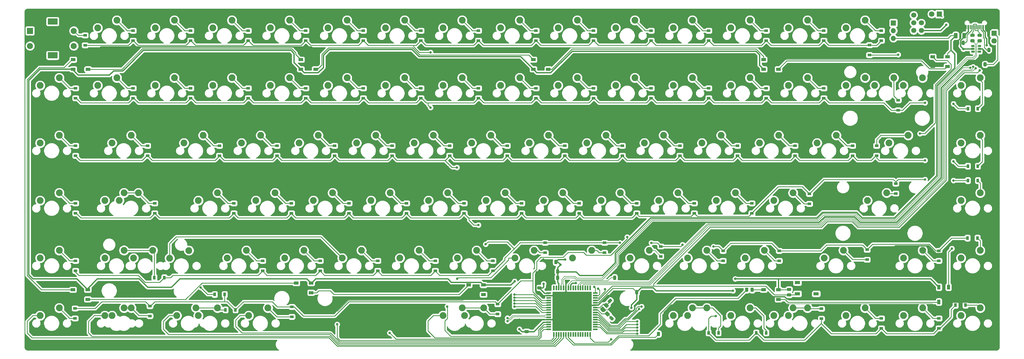
<source format=gbr>
%TF.GenerationSoftware,KiCad,Pcbnew,(5.1.9)-1*%
%TF.CreationDate,2021-05-17T13:40:12-04:00*%
%TF.ProjectId,rnm-75E,726e6d2d-3735-4452-9e6b-696361645f70,rev?*%
%TF.SameCoordinates,Original*%
%TF.FileFunction,Copper,L2,Bot*%
%TF.FilePolarity,Positive*%
%FSLAX46Y46*%
G04 Gerber Fmt 4.6, Leading zero omitted, Abs format (unit mm)*
G04 Created by KiCad (PCBNEW (5.1.9)-1) date 2021-05-17 13:40:12*
%MOMM*%
%LPD*%
G01*
G04 APERTURE LIST*
%TA.AperFunction,ComponentPad*%
%ADD10C,2.250000*%
%TD*%
%TA.AperFunction,SMDPad,CuDef*%
%ADD11R,0.900000X1.200000*%
%TD*%
%TA.AperFunction,SMDPad,CuDef*%
%ADD12R,1.200000X0.900000*%
%TD*%
%TA.AperFunction,ComponentPad*%
%ADD13R,2.000000X2.000000*%
%TD*%
%TA.AperFunction,ComponentPad*%
%ADD14C,2.000000*%
%TD*%
%TA.AperFunction,ComponentPad*%
%ADD15R,3.200000X2.000000*%
%TD*%
%TA.AperFunction,SMDPad,CuDef*%
%ADD16R,0.600000X1.450000*%
%TD*%
%TA.AperFunction,SMDPad,CuDef*%
%ADD17R,0.300000X1.450000*%
%TD*%
%TA.AperFunction,ComponentPad*%
%ADD18O,1.000000X2.100000*%
%TD*%
%TA.AperFunction,ComponentPad*%
%ADD19O,1.000000X1.600000*%
%TD*%
%TA.AperFunction,SMDPad,CuDef*%
%ADD20R,1.060000X0.650000*%
%TD*%
%TA.AperFunction,SMDPad,CuDef*%
%ADD21R,1.500000X0.550000*%
%TD*%
%TA.AperFunction,SMDPad,CuDef*%
%ADD22R,0.550000X1.500000*%
%TD*%
%TA.AperFunction,ComponentPad*%
%ADD23R,1.700000X1.700000*%
%TD*%
%TA.AperFunction,ComponentPad*%
%ADD24C,1.700000*%
%TD*%
%TA.AperFunction,ComponentPad*%
%ADD25C,1.800000*%
%TD*%
%TA.AperFunction,ComponentPad*%
%ADD26R,1.800000X1.800000*%
%TD*%
%TA.AperFunction,ComponentPad*%
%ADD27O,1.700000X1.700000*%
%TD*%
%TA.AperFunction,SMDPad,CuDef*%
%ADD28C,0.100000*%
%TD*%
%TA.AperFunction,SMDPad,CuDef*%
%ADD29R,1.800000X1.100000*%
%TD*%
%TA.AperFunction,SMDPad,CuDef*%
%ADD30R,1.500000X1.000000*%
%TD*%
%TA.AperFunction,SMDPad,CuDef*%
%ADD31R,1.000000X1.500000*%
%TD*%
%TA.AperFunction,ViaPad*%
%ADD32C,0.800000*%
%TD*%
%TA.AperFunction,Conductor*%
%ADD33C,0.381000*%
%TD*%
%TA.AperFunction,Conductor*%
%ADD34C,0.203200*%
%TD*%
%TA.AperFunction,Conductor*%
%ADD35C,0.254000*%
%TD*%
%TA.AperFunction,Conductor*%
%ADD36C,0.200000*%
%TD*%
%TA.AperFunction,Conductor*%
%ADD37C,0.100000*%
%TD*%
G04 APERTURE END LIST*
D10*
%TO.P,MX78,2*%
%TO.N,Net-(D76-Pad2)*%
X340665250Y-96577000D03*
%TO.P,MX78,1*%
%TO.N,COL14*%
X334315250Y-99117000D03*
%TD*%
%TO.P,MX_SPLIT_LS_R1,2*%
%TO.N,Net-(D_SPLIT_RS_R1-Pad2)*%
X116840000Y-172790000D03*
%TO.P,MX_SPLIT_LS_R1,1*%
%TO.N,COL4*%
X110490000Y-175330000D03*
%TD*%
%TO.P,MX_SPLIT_LS_L1,2*%
%TO.N,Net-(D10-Pad2)*%
X95390000Y-172770000D03*
%TO.P,MX_SPLIT_LS_L1,1*%
%TO.N,COL1*%
X89040000Y-175310000D03*
%TD*%
%TO.P,MX_SPLIT_BS_R1,2*%
%TO.N,Net-(D_SPLIT_BS_R1-Pad2)*%
X359710000Y-115620000D03*
%TO.P,MX_SPLIT_BS_R1,1*%
%TO.N,COL15*%
X353360000Y-118160000D03*
%TD*%
%TO.P,MX_SPLIT_BS_L1,2*%
%TO.N,Net-(D78-Pad2)*%
X340670000Y-115620000D03*
%TO.P,MX_SPLIT_BS_L1,1*%
%TO.N,COL14*%
X334320000Y-118160000D03*
%TD*%
D11*
%TO.P,D_SPLIT_RS_R1,2*%
%TO.N,Net-(D_SPLIT_RS_R1-Pad2)*%
X125412500Y-187325000D03*
%TO.P,D_SPLIT_RS_R1,1*%
%TO.N,ROWF*%
X128712500Y-187325000D03*
%TD*%
D12*
%TO.P,D_SPLIT_BS_R1,2*%
%TO.N,Net-(D_SPLIT_BS_R1-Pad2)*%
X342106250Y-108075000D03*
%TO.P,D_SPLIT_BS_R1,1*%
%TO.N,ROWA*%
X342106250Y-104775000D03*
%TD*%
D13*
%TO.P,SW2,A*%
%TO.N,ENCODER+*%
X64281500Y-100069500D03*
D14*
%TO.P,SW2,C*%
%TO.N,GND*%
X64281500Y-102569500D03*
%TO.P,SW2,B*%
%TO.N,ENCODER-*%
X64281500Y-105069500D03*
D15*
%TO.P,SW2,MP*%
%TO.N,N/C*%
X71781500Y-96969500D03*
X71781500Y-108169500D03*
D14*
%TO.P,SW2,S2*%
%TO.N,Net-(D84-Pad2)*%
X78781500Y-100069500D03*
%TO.P,SW2,S1*%
%TO.N,COL0*%
X78781500Y-105069500D03*
%TD*%
D10*
%TO.P,MX81,2*%
%TO.N,Net-(D79-Pad2)*%
X354952750Y-134677000D03*
%TO.P,MX81,1*%
%TO.N,COL14*%
X348602750Y-137217000D03*
%TD*%
%TO.P,MX93,2*%
%TO.N,Net-(D41-Pad2)*%
X207315250Y-191827000D03*
%TO.P,MX93,1*%
%TO.N,COL6*%
X200965250Y-194367000D03*
%TD*%
D16*
%TO.P,J2,B1*%
%TO.N,GND*%
X380545000Y-98865000D03*
%TO.P,J2,A9*%
%TO.N,VCC*%
X379745000Y-98865000D03*
%TO.P,J2,B9*%
X374845000Y-98865000D03*
%TO.P,J2,B12*%
%TO.N,GND*%
X374045000Y-98865000D03*
%TO.P,J2,A1*%
X374045000Y-98865000D03*
%TO.P,J2,A4*%
%TO.N,VCC*%
X374845000Y-98865000D03*
%TO.P,J2,B4*%
X379745000Y-98865000D03*
%TO.P,J2,A12*%
%TO.N,GND*%
X380545000Y-98865000D03*
D17*
%TO.P,J2,B8*%
%TO.N,N/C*%
X375545000Y-98865000D03*
%TO.P,J2,A5*%
%TO.N,Net-(J2-PadA5)*%
X376045000Y-98865000D03*
%TO.P,J2,B7*%
%TO.N,D-1*%
X376545000Y-98865000D03*
%TO.P,J2,A7*%
X377545000Y-98865000D03*
%TO.P,J2,B6*%
%TO.N,D+1*%
X378045000Y-98865000D03*
%TO.P,J2,A8*%
%TO.N,N/C*%
X378545000Y-98865000D03*
%TO.P,J2,B5*%
%TO.N,Net-(J2-PadB5)*%
X379045000Y-98865000D03*
%TO.P,J2,A6*%
%TO.N,D+1*%
X377045000Y-98865000D03*
D18*
%TO.P,J2,S1*%
%TO.N,GND*%
X381615000Y-97950000D03*
X372975000Y-97950000D03*
D19*
X372975000Y-93770000D03*
X381615000Y-93770000D03*
%TD*%
D10*
%TO.P,MX62,2*%
%TO.N,Net-(D63-Pad2)*%
X288277750Y-172777000D03*
%TO.P,MX62,1*%
%TO.N,COL10*%
X281927750Y-175317000D03*
%TD*%
%TO.P,MX86,2*%
%TO.N,Net-(D85-Pad2)*%
X378765250Y-115627000D03*
%TO.P,MX86,1*%
%TO.N,COL15*%
X372415250Y-118167000D03*
%TD*%
%TO.P,C_F3,2*%
%TO.N,+5V*%
%TA.AperFunction,SMDPad,CuDef*%
G36*
G01*
X237832500Y-177093750D02*
X237832500Y-176143750D01*
G75*
G02*
X238082500Y-175893750I250000J0D01*
G01*
X238582500Y-175893750D01*
G75*
G02*
X238832500Y-176143750I0J-250000D01*
G01*
X238832500Y-177093750D01*
G75*
G02*
X238582500Y-177343750I-250000J0D01*
G01*
X238082500Y-177343750D01*
G75*
G02*
X237832500Y-177093750I0J250000D01*
G01*
G37*
%TD.AperFunction*%
%TO.P,C_F3,1*%
%TO.N,GND*%
%TA.AperFunction,SMDPad,CuDef*%
G36*
G01*
X235932500Y-177093750D02*
X235932500Y-176143750D01*
G75*
G02*
X236182500Y-175893750I250000J0D01*
G01*
X236682500Y-175893750D01*
G75*
G02*
X236932500Y-176143750I0J-250000D01*
G01*
X236932500Y-177093750D01*
G75*
G02*
X236682500Y-177343750I-250000J0D01*
G01*
X236182500Y-177343750D01*
G75*
G02*
X235932500Y-177093750I0J250000D01*
G01*
G37*
%TD.AperFunction*%
%TD*%
%TO.P,C_X2,2*%
%TO.N,XTAL2*%
%TA.AperFunction,SMDPad,CuDef*%
G36*
G01*
X256906029Y-189507878D02*
X256234278Y-190179629D01*
G75*
G02*
X255880724Y-190179629I-176777J176777D01*
G01*
X255527171Y-189826076D01*
G75*
G02*
X255527171Y-189472522I176777J176777D01*
G01*
X256198922Y-188800771D01*
G75*
G02*
X256552476Y-188800771I176777J-176777D01*
G01*
X256906029Y-189154324D01*
G75*
G02*
X256906029Y-189507878I-176777J-176777D01*
G01*
G37*
%TD.AperFunction*%
%TO.P,C_X2,1*%
%TO.N,GND*%
%TA.AperFunction,SMDPad,CuDef*%
G36*
G01*
X258249531Y-190851380D02*
X257577780Y-191523131D01*
G75*
G02*
X257224226Y-191523131I-176777J176777D01*
G01*
X256870673Y-191169578D01*
G75*
G02*
X256870673Y-190816024I176777J176777D01*
G01*
X257542424Y-190144273D01*
G75*
G02*
X257895978Y-190144273I176777J-176777D01*
G01*
X258249531Y-190497826D01*
G75*
G02*
X258249531Y-190851380I-176777J-176777D01*
G01*
G37*
%TD.AperFunction*%
%TD*%
D20*
%TO.P,U2,5*%
%TO.N,VCC*%
X376317600Y-106036000D03*
%TO.P,U2,6*%
%TO.N,N/C*%
X376317600Y-105086000D03*
%TO.P,U2,4*%
%TO.N,D-*%
X376317600Y-106986000D03*
%TO.P,U2,3*%
%TO.N,D+*%
X378517600Y-106986000D03*
%TO.P,U2,2*%
%TO.N,GND*%
X378517600Y-106036000D03*
%TO.P,U2,1*%
%TO.N,N/C*%
X378517600Y-105086000D03*
%TD*%
D21*
%TO.P,U1,64*%
%TO.N,+5V*%
X235975000Y-186900000D03*
%TO.P,U1,63*%
%TO.N,GND*%
X235975000Y-187700000D03*
%TO.P,U1,62*%
%TO.N,N/C*%
X235975000Y-188500000D03*
%TO.P,U1,61*%
%TO.N,ROWF*%
X235975000Y-189300000D03*
%TO.P,U1,60*%
%TO.N,ROWA*%
X235975000Y-190100000D03*
%TO.P,U1,59*%
%TO.N,ROWB*%
X235975000Y-190900000D03*
%TO.P,U1,58*%
%TO.N,ROWC*%
X235975000Y-191700000D03*
%TO.P,U1,57*%
%TO.N,ROWD*%
X235975000Y-192500000D03*
%TO.P,U1,56*%
%TO.N,ROWE*%
X235975000Y-193300000D03*
%TO.P,U1,55*%
%TO.N,ENCODER+*%
X235975000Y-194100000D03*
%TO.P,U1,54*%
%TO.N,ENCODER-*%
X235975000Y-194900000D03*
%TO.P,U1,53*%
%TO.N,GND*%
X235975000Y-195700000D03*
%TO.P,U1,52*%
%TO.N,+5V*%
X235975000Y-196500000D03*
%TO.P,U1,51*%
%TO.N,COL7*%
X235975000Y-197300000D03*
%TO.P,U1,50*%
%TO.N,COL6*%
X235975000Y-198100000D03*
%TO.P,U1,49*%
%TO.N,COL5*%
X235975000Y-198900000D03*
D22*
%TO.P,U1,48*%
%TO.N,COL4*%
X237675000Y-200600000D03*
%TO.P,U1,47*%
%TO.N,COL3*%
X238475000Y-200600000D03*
%TO.P,U1,46*%
%TO.N,COL2*%
X239275000Y-200600000D03*
%TO.P,U1,45*%
%TO.N,COL1*%
X240075000Y-200600000D03*
%TO.P,U1,44*%
%TO.N,COL0*%
X240875000Y-200600000D03*
%TO.P,U1,43*%
%TO.N,Net-(R_SW2-Pad1)*%
X241675000Y-200600000D03*
%TO.P,U1,42*%
%TO.N,LED*%
X242475000Y-200600000D03*
%TO.P,U1,41*%
%TO.N,N/C*%
X243275000Y-200600000D03*
%TO.P,U1,40*%
X244075000Y-200600000D03*
%TO.P,U1,39*%
X244875000Y-200600000D03*
%TO.P,U1,38*%
X245675000Y-200600000D03*
%TO.P,U1,37*%
X246475000Y-200600000D03*
%TO.P,U1,36*%
X247275000Y-200600000D03*
%TO.P,U1,35*%
X248075000Y-200600000D03*
%TO.P,U1,34*%
X248875000Y-200600000D03*
%TO.P,U1,33*%
%TO.N,LED_PIN*%
X249675000Y-200600000D03*
D21*
%TO.P,U1,32*%
%TO.N,N/C*%
X251375000Y-198900000D03*
%TO.P,U1,31*%
%TO.N,COL15*%
X251375000Y-198100000D03*
%TO.P,U1,30*%
%TO.N,COL14*%
X251375000Y-197300000D03*
%TO.P,U1,29*%
%TO.N,COL13*%
X251375000Y-196500000D03*
%TO.P,U1,28*%
%TO.N,COL12*%
X251375000Y-195700000D03*
%TO.P,U1,27*%
%TO.N,COL11*%
X251375000Y-194900000D03*
%TO.P,U1,26*%
%TO.N,SDA*%
X251375000Y-194100000D03*
%TO.P,U1,25*%
%TO.N,SCL*%
X251375000Y-193300000D03*
%TO.P,U1,24*%
%TO.N,XTAL1*%
X251375000Y-192500000D03*
%TO.P,U1,23*%
%TO.N,XTAL2*%
X251375000Y-191700000D03*
%TO.P,U1,22*%
%TO.N,GND*%
X251375000Y-190900000D03*
%TO.P,U1,21*%
%TO.N,+5V*%
X251375000Y-190100000D03*
%TO.P,U1,20*%
%TO.N,RESET*%
X251375000Y-189300000D03*
%TO.P,U1,19*%
%TO.N,COL10*%
X251375000Y-188500000D03*
%TO.P,U1,18*%
%TO.N,COL9*%
X251375000Y-187700000D03*
%TO.P,U1,17*%
%TO.N,COL8*%
X251375000Y-186900000D03*
D22*
%TO.P,U1,16*%
%TO.N,N/C*%
X249675000Y-185200000D03*
%TO.P,U1,15*%
X248875000Y-185200000D03*
%TO.P,U1,14*%
X248075000Y-185200000D03*
%TO.P,U1,13*%
%TO.N,MISO*%
X247275000Y-185200000D03*
%TO.P,U1,12*%
%TO.N,MOSI*%
X246475000Y-185200000D03*
%TO.P,U1,11*%
%TO.N,SCK*%
X245675000Y-185200000D03*
%TO.P,U1,10*%
%TO.N,N/C*%
X244875000Y-185200000D03*
%TO.P,U1,9*%
X244075000Y-185200000D03*
%TO.P,U1,8*%
%TO.N,+5V*%
X243275000Y-185200000D03*
%TO.P,U1,7*%
%TO.N,Net-(C_ucap1-Pad2)*%
X242475000Y-185200000D03*
%TO.P,U1,6*%
%TO.N,GND*%
X241675000Y-185200000D03*
%TO.P,U1,5*%
%TO.N,D+*%
X240875000Y-185200000D03*
%TO.P,U1,4*%
%TO.N,D-*%
X240075000Y-185200000D03*
%TO.P,U1,3*%
%TO.N,+5V*%
X239275000Y-185200000D03*
%TO.P,U1,2*%
%TO.N,N/C*%
X238475000Y-185200000D03*
%TO.P,U1,1*%
X237675000Y-185200000D03*
%TD*%
D10*
%TO.P,MX10,2*%
%TO.N,Net-(D10-Pad2)*%
X104921500Y-172777000D03*
%TO.P,MX10,1*%
%TO.N,COL1*%
X98571500Y-175317000D03*
%TD*%
D23*
%TO.P,J1,6*%
%TO.N,GND*%
X359302500Y-94862500D03*
D24*
%TO.P,J1,5*%
%TO.N,RESET*%
X356762500Y-94862500D03*
%TO.P,J1,4*%
%TO.N,MOSI*%
X359302500Y-97402500D03*
%TO.P,J1,3*%
%TO.N,SCK*%
X356762500Y-97402500D03*
%TO.P,J1,2*%
%TO.N,VCC*%
X359302500Y-99942500D03*
%TO.P,J1,1*%
%TO.N,MISO*%
X356762500Y-99942500D03*
%TD*%
%TO.P,R2,2*%
%TO.N,LED*%
%TA.AperFunction,SMDPad,CuDef*%
G36*
G01*
X302006500Y-185344498D02*
X302006500Y-186244502D01*
G75*
G02*
X301756502Y-186494500I-249998J0D01*
G01*
X301231498Y-186494500D01*
G75*
G02*
X300981500Y-186244502I0J249998D01*
G01*
X300981500Y-185344498D01*
G75*
G02*
X301231498Y-185094500I249998J0D01*
G01*
X301756502Y-185094500D01*
G75*
G02*
X302006500Y-185344498I0J-249998D01*
G01*
G37*
%TD.AperFunction*%
%TO.P,R2,1*%
%TO.N,Net-(D95-Pad4)*%
%TA.AperFunction,SMDPad,CuDef*%
G36*
G01*
X303831500Y-185344498D02*
X303831500Y-186244502D01*
G75*
G02*
X303581502Y-186494500I-249998J0D01*
G01*
X303056498Y-186494500D01*
G75*
G02*
X302806500Y-186244502I0J249998D01*
G01*
X302806500Y-185344498D01*
G75*
G02*
X303056498Y-185094500I249998J0D01*
G01*
X303581502Y-185094500D01*
G75*
G02*
X303831500Y-185344498I0J-249998D01*
G01*
G37*
%TD.AperFunction*%
%TD*%
D10*
%TO.P,MX83,2*%
%TO.N,Net-(D81-Pad2)*%
X359715250Y-172777000D03*
%TO.P,MX83,1*%
%TO.N,COL14*%
X353365250Y-175317000D03*
%TD*%
%TO.P,MX57,2*%
%TO.N,Net-(D57-Pad2)*%
X269227750Y-172777000D03*
%TO.P,MX57,1*%
%TO.N,COL9*%
X262877750Y-175317000D03*
%TD*%
%TO.P,C_FM1,1*%
%TO.N,+5V*%
%TA.AperFunction,SMDPad,CuDef*%
G36*
G01*
X239406500Y-179287000D02*
X239406500Y-180237000D01*
G75*
G02*
X239156500Y-180487000I-250000J0D01*
G01*
X238656500Y-180487000D01*
G75*
G02*
X238406500Y-180237000I0J250000D01*
G01*
X238406500Y-179287000D01*
G75*
G02*
X238656500Y-179037000I250000J0D01*
G01*
X239156500Y-179037000D01*
G75*
G02*
X239406500Y-179287000I0J-250000D01*
G01*
G37*
%TD.AperFunction*%
%TO.P,C_FM1,2*%
%TO.N,GND*%
%TA.AperFunction,SMDPad,CuDef*%
G36*
G01*
X237506500Y-179287000D02*
X237506500Y-180237000D01*
G75*
G02*
X237256500Y-180487000I-250000J0D01*
G01*
X236756500Y-180487000D01*
G75*
G02*
X236506500Y-180237000I0J250000D01*
G01*
X236506500Y-179287000D01*
G75*
G02*
X236756500Y-179037000I250000J0D01*
G01*
X237256500Y-179037000D01*
G75*
G02*
X237506500Y-179287000I0J-250000D01*
G01*
G37*
%TD.AperFunction*%
%TD*%
D25*
%TO.P,CAPS_LOCK_LED2,2*%
%TO.N,LED_PIN*%
X383369000Y-103403250D03*
D26*
%TO.P,CAPS_LOCK_LED2,1*%
%TO.N,Net-(CAPS_LOCK_LED1-Pad1)*%
X383369000Y-100863250D03*
%TD*%
D25*
%TO.P,CAPS_LOCK_LED1,2*%
%TO.N,LED_PIN*%
X362731500Y-94513250D03*
D26*
%TO.P,CAPS_LOCK_LED1,1*%
%TO.N,Net-(CAPS_LOCK_LED1-Pad1)*%
X365271500Y-94513250D03*
%TD*%
D10*
%TO.P,MX92,2*%
%TO.N,Net-(D14-Pad2)*%
X126352750Y-191827000D03*
%TO.P,MX92,1*%
%TO.N,COL2*%
X120002750Y-194367000D03*
%TD*%
%TO.P,MX91,2*%
%TO.N,Net-(D11-Pad2)*%
X97777750Y-191827000D03*
%TO.P,MX91,1*%
%TO.N,COL1*%
X91427750Y-194367000D03*
%TD*%
%TO.P,MX90,2*%
%TO.N,Net-(D9-Pad2)*%
X95396500Y-153727000D03*
%TO.P,MX90,1*%
%TO.N,COL1*%
X89046500Y-156267000D03*
%TD*%
%TO.P,MX85,2*%
%TO.N,Net-(D83-Pad2)*%
X378765250Y-191827000D03*
%TO.P,MX85,1*%
%TO.N,COL15*%
X372415250Y-194367000D03*
%TD*%
%TO.P,MX41,2*%
%TO.N,Net-(D41-Pad2)*%
X214459000Y-191827000D03*
%TO.P,MX41,1*%
%TO.N,COL6*%
X208109000Y-194367000D03*
%TD*%
D27*
%TO.P,J3,4*%
%TO.N,GND*%
X350043750Y-105092500D03*
%TO.P,J3,3*%
%TO.N,+5V*%
X350043750Y-102552500D03*
%TO.P,J3,2*%
%TO.N,SCL*%
X350043750Y-100012500D03*
D23*
%TO.P,J3,1*%
%TO.N,SDA*%
X350043750Y-97472500D03*
%TD*%
D10*
%TO.P,MX2,1*%
%TO.N,COL0*%
X67615250Y-137217000D03*
%TO.P,MX2,2*%
%TO.N,Net-(D2-Pad2)*%
X73965250Y-134677000D03*
%TD*%
%TO.P,MX4,2*%
%TO.N,Net-(D4-Pad2)*%
X73965250Y-172777000D03*
%TO.P,MX4,1*%
%TO.N,COL0*%
X67615250Y-175317000D03*
%TD*%
%TA.AperFunction,SMDPad,CuDef*%
D28*
%TO.P,Y1,4*%
%TO.N,GND*%
G36*
X257505955Y-192606865D02*
G01*
X256657427Y-193455393D01*
X255667477Y-192465443D01*
X256516005Y-191616915D01*
X257505955Y-192606865D01*
G37*
%TD.AperFunction*%
%TA.AperFunction,SMDPad,CuDef*%
%TO.P,Y1,3*%
%TO.N,XTAL2*%
G36*
X255950320Y-191051230D02*
G01*
X255101792Y-191899758D01*
X254111842Y-190909808D01*
X254960370Y-190061280D01*
X255950320Y-191051230D01*
G37*
%TD.AperFunction*%
%TA.AperFunction,SMDPad,CuDef*%
%TO.P,Y1,2*%
%TO.N,GND*%
G36*
X254748239Y-192253311D02*
G01*
X253899711Y-193101839D01*
X252909761Y-192111889D01*
X253758289Y-191263361D01*
X254748239Y-192253311D01*
G37*
%TD.AperFunction*%
%TA.AperFunction,SMDPad,CuDef*%
%TO.P,Y1,1*%
%TO.N,XTAL1*%
G36*
X256303874Y-193808946D02*
G01*
X255455346Y-194657474D01*
X254465396Y-193667524D01*
X255313924Y-192818996D01*
X256303874Y-193808946D01*
G37*
%TD.AperFunction*%
%TD*%
D29*
%TO.P,SW1,4*%
%TO.N,N/C*%
X318281500Y-183413250D03*
%TO.P,SW1,3*%
X324481500Y-187113250D03*
%TO.P,SW1,2*%
%TO.N,RESET*%
X318281500Y-187113250D03*
%TO.P,SW1,1*%
%TO.N,GND*%
X324481500Y-183413250D03*
%TD*%
%TO.P,R_u2,2*%
%TO.N,Net-(J2-PadB5)*%
%TA.AperFunction,SMDPad,CuDef*%
G36*
G01*
X382175250Y-105969498D02*
X382175250Y-106869502D01*
G75*
G02*
X381925252Y-107119500I-249998J0D01*
G01*
X381400248Y-107119500D01*
G75*
G02*
X381150250Y-106869502I0J249998D01*
G01*
X381150250Y-105969498D01*
G75*
G02*
X381400248Y-105719500I249998J0D01*
G01*
X381925252Y-105719500D01*
G75*
G02*
X382175250Y-105969498I0J-249998D01*
G01*
G37*
%TD.AperFunction*%
%TO.P,R_u2,1*%
%TO.N,GND*%
%TA.AperFunction,SMDPad,CuDef*%
G36*
G01*
X384000250Y-105969498D02*
X384000250Y-106869502D01*
G75*
G02*
X383750252Y-107119500I-249998J0D01*
G01*
X383225248Y-107119500D01*
G75*
G02*
X382975250Y-106869502I0J249998D01*
G01*
X382975250Y-105969498D01*
G75*
G02*
X383225248Y-105719500I249998J0D01*
G01*
X383750252Y-105719500D01*
G75*
G02*
X384000250Y-105969498I0J-249998D01*
G01*
G37*
%TD.AperFunction*%
%TD*%
%TO.P,R_u1,2*%
%TO.N,Net-(J2-PadA5)*%
%TA.AperFunction,SMDPad,CuDef*%
G36*
G01*
X372656500Y-104488252D02*
X372656500Y-103588248D01*
G75*
G02*
X372906498Y-103338250I249998J0D01*
G01*
X373431502Y-103338250D01*
G75*
G02*
X373681500Y-103588248I0J-249998D01*
G01*
X373681500Y-104488252D01*
G75*
G02*
X373431502Y-104738250I-249998J0D01*
G01*
X372906498Y-104738250D01*
G75*
G02*
X372656500Y-104488252I0J249998D01*
G01*
G37*
%TD.AperFunction*%
%TO.P,R_u1,1*%
%TO.N,GND*%
%TA.AperFunction,SMDPad,CuDef*%
G36*
G01*
X370831500Y-104488252D02*
X370831500Y-103588248D01*
G75*
G02*
X371081498Y-103338250I249998J0D01*
G01*
X371606502Y-103338250D01*
G75*
G02*
X371856500Y-103588248I0J-249998D01*
G01*
X371856500Y-104488252D01*
G75*
G02*
X371606502Y-104738250I-249998J0D01*
G01*
X371081498Y-104738250D01*
G75*
G02*
X370831500Y-104488252I0J249998D01*
G01*
G37*
%TD.AperFunction*%
%TD*%
%TO.P,R_SW2,1*%
%TO.N,Net-(R_SW2-Pad1)*%
%TA.AperFunction,SMDPad,CuDef*%
G36*
G01*
X271795000Y-200881252D02*
X271795000Y-199981248D01*
G75*
G02*
X272044998Y-199731250I249998J0D01*
G01*
X272570002Y-199731250D01*
G75*
G02*
X272820000Y-199981248I0J-249998D01*
G01*
X272820000Y-200881252D01*
G75*
G02*
X272570002Y-201131250I-249998J0D01*
G01*
X272044998Y-201131250D01*
G75*
G02*
X271795000Y-200881252I0J249998D01*
G01*
G37*
%TD.AperFunction*%
%TO.P,R_SW2,2*%
%TO.N,GND*%
%TA.AperFunction,SMDPad,CuDef*%
G36*
G01*
X273620000Y-200881252D02*
X273620000Y-199981248D01*
G75*
G02*
X273869998Y-199731250I249998J0D01*
G01*
X274395002Y-199731250D01*
G75*
G02*
X274645000Y-199981248I0J-249998D01*
G01*
X274645000Y-200881252D01*
G75*
G02*
X274395002Y-201131250I-249998J0D01*
G01*
X273869998Y-201131250D01*
G75*
G02*
X273620000Y-200881252I0J249998D01*
G01*
G37*
%TD.AperFunction*%
%TD*%
%TO.P,R_SW1,1*%
%TO.N,RESET*%
%TA.AperFunction,SMDPad,CuDef*%
G36*
G01*
X315975602Y-188021500D02*
X315075598Y-188021500D01*
G75*
G02*
X314825600Y-187771502I0J249998D01*
G01*
X314825600Y-187246498D01*
G75*
G02*
X315075598Y-186996500I249998J0D01*
G01*
X315975602Y-186996500D01*
G75*
G02*
X316225600Y-187246498I0J-249998D01*
G01*
X316225600Y-187771502D01*
G75*
G02*
X315975602Y-188021500I-249998J0D01*
G01*
G37*
%TD.AperFunction*%
%TO.P,R_SW1,2*%
%TO.N,+5V*%
%TA.AperFunction,SMDPad,CuDef*%
G36*
G01*
X315975602Y-186196500D02*
X315075598Y-186196500D01*
G75*
G02*
X314825600Y-185946502I0J249998D01*
G01*
X314825600Y-185421498D01*
G75*
G02*
X315075598Y-185171500I249998J0D01*
G01*
X315975602Y-185171500D01*
G75*
G02*
X316225600Y-185421498I0J-249998D01*
G01*
X316225600Y-185946502D01*
G75*
G02*
X315975602Y-186196500I-249998J0D01*
G01*
G37*
%TD.AperFunction*%
%TD*%
%TO.P,R_d2,2*%
%TO.N,D-1*%
%TA.AperFunction,SMDPad,CuDef*%
G36*
G01*
X376675252Y-102050750D02*
X375775248Y-102050750D01*
G75*
G02*
X375525250Y-101800752I0J249998D01*
G01*
X375525250Y-101275748D01*
G75*
G02*
X375775248Y-101025750I249998J0D01*
G01*
X376675252Y-101025750D01*
G75*
G02*
X376925250Y-101275748I0J-249998D01*
G01*
X376925250Y-101800752D01*
G75*
G02*
X376675252Y-102050750I-249998J0D01*
G01*
G37*
%TD.AperFunction*%
%TO.P,R_d2,1*%
%TO.N,D-*%
%TA.AperFunction,SMDPad,CuDef*%
G36*
G01*
X376675252Y-103875750D02*
X375775248Y-103875750D01*
G75*
G02*
X375525250Y-103625752I0J249998D01*
G01*
X375525250Y-103100748D01*
G75*
G02*
X375775248Y-102850750I249998J0D01*
G01*
X376675252Y-102850750D01*
G75*
G02*
X376925250Y-103100748I0J-249998D01*
G01*
X376925250Y-103625752D01*
G75*
G02*
X376675252Y-103875750I-249998J0D01*
G01*
G37*
%TD.AperFunction*%
%TD*%
%TO.P,R_d1,2*%
%TO.N,D+1*%
%TA.AperFunction,SMDPad,CuDef*%
G36*
G01*
X379056502Y-102050750D02*
X378156498Y-102050750D01*
G75*
G02*
X377906500Y-101800752I0J249998D01*
G01*
X377906500Y-101275748D01*
G75*
G02*
X378156498Y-101025750I249998J0D01*
G01*
X379056502Y-101025750D01*
G75*
G02*
X379306500Y-101275748I0J-249998D01*
G01*
X379306500Y-101800752D01*
G75*
G02*
X379056502Y-102050750I-249998J0D01*
G01*
G37*
%TD.AperFunction*%
%TO.P,R_d1,1*%
%TO.N,D+*%
%TA.AperFunction,SMDPad,CuDef*%
G36*
G01*
X379056502Y-103875750D02*
X378156498Y-103875750D01*
G75*
G02*
X377906500Y-103625752I0J249998D01*
G01*
X377906500Y-103100748D01*
G75*
G02*
X378156498Y-102850750I249998J0D01*
G01*
X379056502Y-102850750D01*
G75*
G02*
X379306500Y-103100748I0J-249998D01*
G01*
X379306500Y-103625752D01*
G75*
G02*
X379056502Y-103875750I-249998J0D01*
G01*
G37*
%TD.AperFunction*%
%TD*%
%TO.P,R1,2*%
%TO.N,GND*%
%TA.AperFunction,SMDPad,CuDef*%
G36*
G01*
X379059300Y-110706598D02*
X379059300Y-111606602D01*
G75*
G02*
X378809302Y-111856600I-249998J0D01*
G01*
X378284298Y-111856600D01*
G75*
G02*
X378034300Y-111606602I0J249998D01*
G01*
X378034300Y-110706598D01*
G75*
G02*
X378284298Y-110456600I249998J0D01*
G01*
X378809302Y-110456600D01*
G75*
G02*
X379059300Y-110706598I0J-249998D01*
G01*
G37*
%TD.AperFunction*%
%TO.P,R1,1*%
%TO.N,Net-(CAPS_LOCK_LED1-Pad1)*%
%TA.AperFunction,SMDPad,CuDef*%
G36*
G01*
X380884300Y-110706598D02*
X380884300Y-111606602D01*
G75*
G02*
X380634302Y-111856600I-249998J0D01*
G01*
X380109298Y-111856600D01*
G75*
G02*
X379859300Y-111606602I0J249998D01*
G01*
X379859300Y-110706598D01*
G75*
G02*
X380109298Y-110456600I249998J0D01*
G01*
X380634302Y-110456600D01*
G75*
G02*
X380884300Y-110706598I0J-249998D01*
G01*
G37*
%TD.AperFunction*%
%TD*%
D10*
%TO.P,MX89,2*%
%TO.N,Net-(D88-Pad2)*%
X378765250Y-172777000D03*
%TO.P,MX89,1*%
%TO.N,COL15*%
X372415250Y-175317000D03*
%TD*%
%TO.P,MX88,2*%
%TO.N,Net-(D87-Pad2)*%
X378765250Y-153727000D03*
%TO.P,MX88,1*%
%TO.N,COL15*%
X372415250Y-156267000D03*
%TD*%
%TO.P,MX87,2*%
%TO.N,Net-(D86-Pad2)*%
X378765250Y-134677000D03*
%TO.P,MX87,1*%
%TO.N,COL15*%
X372415250Y-137217000D03*
%TD*%
%TO.P,MX84,2*%
%TO.N,Net-(D82-Pad2)*%
X359715250Y-191827000D03*
%TO.P,MX84,1*%
%TO.N,COL14*%
X353365250Y-194367000D03*
%TD*%
%TO.P,MX82,2*%
%TO.N,Net-(D80-Pad2)*%
X347809000Y-153727000D03*
%TO.P,MX82,1*%
%TO.N,COL14*%
X341459000Y-156267000D03*
%TD*%
%TO.P,MX80,2*%
%TO.N,Net-(D78-Pad2)*%
X350190250Y-115627000D03*
%TO.P,MX80,1*%
%TO.N,COL14*%
X343840250Y-118167000D03*
%TD*%
%TO.P,MX79,2*%
%TO.N,Net-(D77-Pad2)*%
X340665250Y-191827000D03*
%TO.P,MX79,1*%
%TO.N,COL12*%
X334315250Y-194367000D03*
%TD*%
%TO.P,MX77,2*%
%TO.N,Net-(D75-Pad2)*%
X333521500Y-172777000D03*
%TO.P,MX77,1*%
%TO.N,COL12*%
X327171500Y-175317000D03*
%TD*%
%TO.P,MX76,2*%
%TO.N,Net-(D74-Pad2)*%
X331140250Y-134677000D03*
%TO.P,MX76,1*%
%TO.N,COL13*%
X324790250Y-137217000D03*
%TD*%
%TO.P,MX75,2*%
%TO.N,Net-(D73-Pad2)*%
X321615250Y-115627000D03*
%TO.P,MX75,1*%
%TO.N,COL13*%
X315265250Y-118167000D03*
%TD*%
%TO.P,MX74,2*%
%TO.N,Net-(D72-Pad2)*%
X321615250Y-96577000D03*
%TO.P,MX74,1*%
%TO.N,COL13*%
X315265250Y-99117000D03*
%TD*%
%TO.P,MX73,2*%
%TO.N,Net-(D71-Pad2)*%
X316852750Y-153727000D03*
%TO.P,MX73,1*%
%TO.N,COL12*%
X310502750Y-156267000D03*
%TD*%
%TO.P,MX72,2*%
%TO.N,Net-(D70-Pad2)*%
X312090250Y-134677000D03*
%TO.P,MX72,1*%
%TO.N,COL12*%
X305740250Y-137217000D03*
%TD*%
%TO.P,MX71,2*%
%TO.N,Net-(D66-Pad2)*%
X316852750Y-191827000D03*
%TO.P,MX71,1*%
%TO.N,COL11*%
X310502750Y-194367000D03*
%TD*%
%TO.P,MX70,2*%
%TO.N,Net-(D66-Pad2)*%
X321615250Y-191827000D03*
%TO.P,MX70,1*%
%TO.N,COL11*%
X315265250Y-194367000D03*
%TD*%
%TO.P,MX69,2*%
%TO.N,Net-(D69-Pad2)*%
X307327750Y-172777000D03*
%TO.P,MX69,1*%
%TO.N,COL11*%
X300977750Y-175317000D03*
%TD*%
%TO.P,MX68,2*%
%TO.N,Net-(D68-Pad2)*%
X302565250Y-115627000D03*
%TO.P,MX68,1*%
%TO.N,COL12*%
X296215250Y-118167000D03*
%TD*%
%TO.P,MX67,2*%
%TO.N,Net-(D67-Pad2)*%
X302565250Y-96577000D03*
%TO.P,MX67,1*%
%TO.N,COL12*%
X296215250Y-99117000D03*
%TD*%
%TO.P,MX66,2*%
%TO.N,Net-(D65-Pad2)*%
X297802750Y-153727000D03*
%TO.P,MX66,1*%
%TO.N,COL11*%
X291452750Y-156267000D03*
%TD*%
%TO.P,MX65,2*%
%TO.N,Net-(D64-Pad2)*%
X293040250Y-134677000D03*
%TO.P,MX65,1*%
%TO.N,COL11*%
X286690250Y-137217000D03*
%TD*%
%TO.P,MX64,2*%
%TO.N,Net-(D53-Pad2)*%
X288277750Y-191827000D03*
%TO.P,MX64,1*%
%TO.N,COL9*%
X281927750Y-194367000D03*
%TD*%
%TO.P,MX63,2*%
%TO.N,Net-(D60-Pad2)*%
X302565250Y-191827000D03*
%TO.P,MX63,1*%
%TO.N,COL10*%
X296215250Y-194367000D03*
%TD*%
%TO.P,MX61,2*%
%TO.N,Net-(D62-Pad2)*%
X283515250Y-115627000D03*
%TO.P,MX61,1*%
%TO.N,COL11*%
X277165250Y-118167000D03*
%TD*%
%TO.P,MX60,2*%
%TO.N,Net-(D61-Pad2)*%
X283515250Y-96577000D03*
%TO.P,MX60,1*%
%TO.N,COL11*%
X277165250Y-99117000D03*
%TD*%
%TO.P,MX59,2*%
%TO.N,Net-(D59-Pad2)*%
X278752750Y-153727000D03*
%TO.P,MX59,1*%
%TO.N,COL10*%
X272402750Y-156267000D03*
%TD*%
%TO.P,MX58,2*%
%TO.N,Net-(D58-Pad2)*%
X273990250Y-134677000D03*
%TO.P,MX58,1*%
%TO.N,COL10*%
X267640250Y-137217000D03*
%TD*%
%TO.P,MX56,2*%
%TO.N,Net-(D56-Pad2)*%
X264465250Y-115627000D03*
%TO.P,MX56,1*%
%TO.N,COL10*%
X258115250Y-118167000D03*
%TD*%
%TO.P,MX55,2*%
%TO.N,Net-(D55-Pad2)*%
X264465250Y-96577000D03*
%TO.P,MX55,1*%
%TO.N,COL10*%
X258115250Y-99117000D03*
%TD*%
%TO.P,MX54,2*%
%TO.N,Net-(D54-Pad2)*%
X259702750Y-153727000D03*
%TO.P,MX54,1*%
%TO.N,COL9*%
X253352750Y-156267000D03*
%TD*%
%TO.P,MX53,2*%
%TO.N,Net-(D53-Pad2)*%
X283515250Y-191827000D03*
%TO.P,MX53,1*%
%TO.N,COL9*%
X277165250Y-194367000D03*
%TD*%
%TO.P,MX52,2*%
%TO.N,Net-(D52-Pad2)*%
X254940250Y-134677000D03*
%TO.P,MX52,1*%
%TO.N,COL9*%
X248590250Y-137217000D03*
%TD*%
%TO.P,MX51,2*%
%TO.N,Net-(D51-Pad2)*%
X250177750Y-172777000D03*
%TO.P,MX51,1*%
%TO.N,COL8*%
X243827750Y-175317000D03*
%TD*%
%TO.P,MX50,2*%
%TO.N,Net-(D50-Pad2)*%
X245415250Y-115627000D03*
%TO.P,MX50,1*%
%TO.N,COL9*%
X239065250Y-118167000D03*
%TD*%
%TO.P,MX49,2*%
%TO.N,Net-(D49-Pad2)*%
X245415250Y-96577000D03*
%TO.P,MX49,1*%
%TO.N,COL9*%
X239065250Y-99117000D03*
%TD*%
%TO.P,MX48,2*%
%TO.N,Net-(D48-Pad2)*%
X240652750Y-153727000D03*
%TO.P,MX48,1*%
%TO.N,COL8*%
X234302750Y-156267000D03*
%TD*%
%TO.P,MX47,2*%
%TO.N,Net-(D47-Pad2)*%
X235890250Y-134677000D03*
%TO.P,MX47,1*%
%TO.N,COL8*%
X229540250Y-137217000D03*
%TD*%
%TO.P,MX46,2*%
%TO.N,Net-(D46-Pad2)*%
X231127750Y-172777000D03*
%TO.P,MX46,1*%
%TO.N,COL7*%
X224777750Y-175317000D03*
%TD*%
%TO.P,MX45,2*%
%TO.N,Net-(D45-Pad2)*%
X226365250Y-115627000D03*
%TO.P,MX45,1*%
%TO.N,COL8*%
X220015250Y-118167000D03*
%TD*%
%TO.P,MX44,2*%
%TO.N,Net-(D44-Pad2)*%
X226365250Y-96577000D03*
%TO.P,MX44,1*%
%TO.N,COL8*%
X220015250Y-99117000D03*
%TD*%
%TO.P,MX43,2*%
%TO.N,Net-(D43-Pad2)*%
X221602750Y-153727000D03*
%TO.P,MX43,1*%
%TO.N,COL7*%
X215252750Y-156267000D03*
%TD*%
%TO.P,MX42,2*%
%TO.N,Net-(D42-Pad2)*%
X216840250Y-134677000D03*
%TO.P,MX42,1*%
%TO.N,COL7*%
X210490250Y-137217000D03*
%TD*%
%TO.P,MX40,2*%
%TO.N,Net-(D40-Pad2)*%
X212077750Y-172777000D03*
%TO.P,MX40,1*%
%TO.N,COL6*%
X205727750Y-175317000D03*
%TD*%
%TO.P,MX39,2*%
%TO.N,Net-(D39-Pad2)*%
X207315250Y-115627000D03*
%TO.P,MX39,1*%
%TO.N,COL7*%
X200965250Y-118167000D03*
%TD*%
%TO.P,MX38,2*%
%TO.N,Net-(D38-Pad2)*%
X207315250Y-96577000D03*
%TO.P,MX38,1*%
%TO.N,COL7*%
X200965250Y-99117000D03*
%TD*%
%TO.P,MX37,2*%
%TO.N,Net-(D37-Pad2)*%
X202552750Y-153727000D03*
%TO.P,MX37,1*%
%TO.N,COL6*%
X196202750Y-156267000D03*
%TD*%
%TO.P,MX36,2*%
%TO.N,Net-(D36-Pad2)*%
X197790250Y-134677000D03*
%TO.P,MX36,1*%
%TO.N,COL6*%
X191440250Y-137217000D03*
%TD*%
%TO.P,MX35,2*%
%TO.N,Net-(D35-Pad2)*%
X193027750Y-172777000D03*
%TO.P,MX35,1*%
%TO.N,COL5*%
X186677750Y-175317000D03*
%TD*%
%TO.P,MX34,2*%
%TO.N,Net-(D34-Pad2)*%
X188265250Y-115627000D03*
%TO.P,MX34,1*%
%TO.N,COL6*%
X181915250Y-118167000D03*
%TD*%
%TO.P,MX33,2*%
%TO.N,Net-(D33-Pad2)*%
X188265250Y-96577000D03*
%TO.P,MX33,1*%
%TO.N,COL6*%
X181915250Y-99117000D03*
%TD*%
%TO.P,MX32,2*%
%TO.N,Net-(D32-Pad2)*%
X183502750Y-153727000D03*
%TO.P,MX32,1*%
%TO.N,COL5*%
X177152750Y-156267000D03*
%TD*%
%TO.P,MX31,2*%
%TO.N,Net-(D31-Pad2)*%
X178740250Y-134677000D03*
%TO.P,MX31,1*%
%TO.N,COL5*%
X172390250Y-137217000D03*
%TD*%
%TO.P,MX30,2*%
%TO.N,Net-(D30-Pad2)*%
X173977750Y-172777000D03*
%TO.P,MX30,1*%
%TO.N,COL4*%
X167627750Y-175317000D03*
%TD*%
%TO.P,MX29,2*%
%TO.N,Net-(D29-Pad2)*%
X169215250Y-115627000D03*
%TO.P,MX29,1*%
%TO.N,COL5*%
X162865250Y-118167000D03*
%TD*%
%TO.P,MX28,2*%
%TO.N,Net-(D28-Pad2)*%
X169215250Y-96577000D03*
%TO.P,MX28,1*%
%TO.N,COL5*%
X162865250Y-99117000D03*
%TD*%
%TO.P,MX27,2*%
%TO.N,Net-(D27-Pad2)*%
X164452750Y-153727000D03*
%TO.P,MX27,1*%
%TO.N,COL4*%
X158102750Y-156267000D03*
%TD*%
%TO.P,MX26,2*%
%TO.N,Net-(D26-Pad2)*%
X159690250Y-134677000D03*
%TO.P,MX26,1*%
%TO.N,COL4*%
X153340250Y-137217000D03*
%TD*%
%TO.P,MX25,2*%
%TO.N,Net-(D25-Pad2)*%
X154927750Y-172777000D03*
%TO.P,MX25,1*%
%TO.N,COL3*%
X148577750Y-175317000D03*
%TD*%
%TO.P,MX24,2*%
%TO.N,Net-(D24-Pad2)*%
X150165250Y-115627000D03*
%TO.P,MX24,1*%
%TO.N,COL4*%
X143815250Y-118167000D03*
%TD*%
%TO.P,MX23,2*%
%TO.N,Net-(D23-Pad2)*%
X150165250Y-96577000D03*
%TO.P,MX23,1*%
%TO.N,COL4*%
X143815250Y-99117000D03*
%TD*%
%TO.P,MX22,2*%
%TO.N,Net-(D22-Pad2)*%
X145402750Y-153727000D03*
%TO.P,MX22,1*%
%TO.N,COL3*%
X139052750Y-156267000D03*
%TD*%
%TO.P,MX21,2*%
%TO.N,Net-(D21-Pad2)*%
X140640250Y-134677000D03*
%TO.P,MX21,1*%
%TO.N,COL3*%
X134290250Y-137217000D03*
%TD*%
%TO.P,MX20,2*%
%TO.N,Net-(D20-Pad2)*%
X143021500Y-191827000D03*
%TO.P,MX20,1*%
%TO.N,COL3*%
X136671500Y-194367000D03*
%TD*%
%TO.P,MX19,2*%
%TO.N,Net-(D19-Pad2)*%
X135877750Y-172777000D03*
%TO.P,MX19,1*%
%TO.N,COL2*%
X129527750Y-175317000D03*
%TD*%
%TO.P,MX18,2*%
%TO.N,Net-(D18-Pad2)*%
X131115250Y-115627000D03*
%TO.P,MX18,1*%
%TO.N,COL3*%
X124765250Y-118167000D03*
%TD*%
%TO.P,MX17,2*%
%TO.N,Net-(D17-Pad2)*%
X131115250Y-96577000D03*
%TO.P,MX17,1*%
%TO.N,COL3*%
X124765250Y-99117000D03*
%TD*%
%TO.P,MX16,2*%
%TO.N,Net-(D16-Pad2)*%
X126352750Y-153727000D03*
%TO.P,MX16,1*%
%TO.N,COL2*%
X120002750Y-156267000D03*
%TD*%
%TO.P,MX15,2*%
%TO.N,Net-(D15-Pad2)*%
X121590250Y-134677000D03*
%TO.P,MX15,1*%
%TO.N,COL2*%
X115240250Y-137217000D03*
%TD*%
%TO.P,MX14,2*%
%TO.N,Net-(D14-Pad2)*%
X119209000Y-191827000D03*
%TO.P,MX14,1*%
%TO.N,COL2*%
X112859000Y-194367000D03*
%TD*%
%TO.P,MX13,2*%
%TO.N,Net-(D13-Pad2)*%
X112065250Y-115627000D03*
%TO.P,MX13,1*%
%TO.N,COL2*%
X105715250Y-118167000D03*
%TD*%
%TO.P,MX12,2*%
%TO.N,Net-(D12-Pad2)*%
X112065250Y-96577000D03*
%TO.P,MX12,1*%
%TO.N,COL2*%
X105715250Y-99117000D03*
%TD*%
%TO.P,MX11,2*%
%TO.N,Net-(D11-Pad2)*%
X95396500Y-191827000D03*
%TO.P,MX11,1*%
%TO.N,COL1*%
X89046500Y-194367000D03*
%TD*%
%TO.P,MX9,2*%
%TO.N,Net-(D9-Pad2)*%
X100159000Y-153727000D03*
%TO.P,MX9,1*%
%TO.N,COL1*%
X93809000Y-156267000D03*
%TD*%
%TO.P,MX8,2*%
%TO.N,Net-(D8-Pad2)*%
X97777750Y-134677000D03*
%TO.P,MX8,1*%
%TO.N,COL1*%
X91427750Y-137217000D03*
%TD*%
%TO.P,MX7,2*%
%TO.N,Net-(D7-Pad2)*%
X93015250Y-115627000D03*
%TO.P,MX7,1*%
%TO.N,COL1*%
X86665250Y-118167000D03*
%TD*%
%TO.P,MX6,2*%
%TO.N,Net-(D6-Pad2)*%
X93015250Y-96577000D03*
%TO.P,MX6,1*%
%TO.N,COL1*%
X86665250Y-99117000D03*
%TD*%
%TO.P,MX5,2*%
%TO.N,Net-(D5-Pad2)*%
X73965250Y-191827000D03*
%TO.P,MX5,1*%
%TO.N,COL0*%
X67615250Y-194367000D03*
%TD*%
%TO.P,MX3,2*%
%TO.N,Net-(D3-Pad2)*%
X73965250Y-153727000D03*
%TO.P,MX3,1*%
%TO.N,COL0*%
X67615250Y-156267000D03*
%TD*%
%TO.P,MX1,1*%
%TO.N,COL0*%
X67615250Y-118167000D03*
%TO.P,MX1,2*%
%TO.N,Net-(D1-Pad2)*%
X73965250Y-115627000D03*
%TD*%
%TO.P,F1,1*%
%TO.N,+5V*%
%TA.AperFunction,SMDPad,CuDef*%
G36*
G01*
X370044000Y-102282000D02*
X370044000Y-101032000D01*
G75*
G02*
X370294000Y-100782000I250000J0D01*
G01*
X371044000Y-100782000D01*
G75*
G02*
X371294000Y-101032000I0J-250000D01*
G01*
X371294000Y-102282000D01*
G75*
G02*
X371044000Y-102532000I-250000J0D01*
G01*
X370294000Y-102532000D01*
G75*
G02*
X370044000Y-102282000I0J250000D01*
G01*
G37*
%TD.AperFunction*%
%TO.P,F1,2*%
%TO.N,VCC*%
%TA.AperFunction,SMDPad,CuDef*%
G36*
G01*
X372844000Y-102282000D02*
X372844000Y-101032000D01*
G75*
G02*
X373094000Y-100782000I250000J0D01*
G01*
X373844000Y-100782000D01*
G75*
G02*
X374094000Y-101032000I0J-250000D01*
G01*
X374094000Y-102282000D01*
G75*
G02*
X373844000Y-102532000I-250000J0D01*
G01*
X373094000Y-102532000D01*
G75*
G02*
X372844000Y-102282000I0J250000D01*
G01*
G37*
%TD.AperFunction*%
%TD*%
D30*
%TO.P,D98,1*%
%TO.N,+5V*%
X83400250Y-185782000D03*
%TO.P,D98,2*%
%TO.N,Net-(D97-Pad4)*%
X83400250Y-188982000D03*
%TO.P,D98,4*%
%TO.N,Net-(D89-Pad2)*%
X78500250Y-185782000D03*
%TO.P,D98,3*%
%TO.N,GND*%
X78500250Y-188982000D03*
%TD*%
%TO.P,D97,3*%
%TO.N,GND*%
X152409000Y-186772000D03*
%TO.P,D97,4*%
%TO.N,Net-(D97-Pad4)*%
X152409000Y-183572000D03*
%TO.P,D97,2*%
%TO.N,Net-(D96-Pad4)*%
X157309000Y-186772000D03*
%TO.P,D97,1*%
%TO.N,+5V*%
X157309000Y-183572000D03*
%TD*%
%TO.P,D96,3*%
%TO.N,GND*%
X209469000Y-187394500D03*
%TO.P,D96,4*%
%TO.N,Net-(D96-Pad4)*%
X209469000Y-184194500D03*
%TO.P,D96,2*%
%TO.N,N/C*%
X214369000Y-187394500D03*
%TO.P,D96,1*%
%TO.N,+5V*%
X214369000Y-184194500D03*
%TD*%
%TO.P,D95,3*%
%TO.N,GND*%
X307100250Y-188982000D03*
%TO.P,D95,4*%
%TO.N,Net-(D95-Pad4)*%
X307100250Y-185782000D03*
%TO.P,D95,2*%
%TO.N,Net-(D94-Pad4)*%
X312000250Y-188982000D03*
%TO.P,D95,1*%
%TO.N,+5V*%
X312000250Y-185782000D03*
%TD*%
D31*
%TO.P,D94,3*%
%TO.N,GND*%
X368300250Y-189832000D03*
%TO.P,D94,4*%
%TO.N,Net-(D94-Pad4)*%
X365100250Y-189832000D03*
%TO.P,D94,2*%
%TO.N,Net-(D93-Pad4)*%
X368300250Y-184932000D03*
%TO.P,D94,1*%
%TO.N,+5V*%
X365100250Y-184932000D03*
%TD*%
D30*
%TO.P,D93,3*%
%TO.N,GND*%
X363049000Y-111842000D03*
%TO.P,D93,4*%
%TO.N,Net-(D93-Pad4)*%
X363049000Y-108642000D03*
%TO.P,D93,2*%
%TO.N,Net-(D92-Pad4)*%
X367949000Y-111842000D03*
%TO.P,D93,1*%
%TO.N,+5V*%
X367949000Y-108642000D03*
%TD*%
%TO.P,D92,3*%
%TO.N,GND*%
X312000250Y-109582000D03*
%TO.P,D92,4*%
%TO.N,Net-(D92-Pad4)*%
X312000250Y-112782000D03*
%TO.P,D92,2*%
%TO.N,Net-(D91-Pad4)*%
X307100250Y-109582000D03*
%TO.P,D92,1*%
%TO.N,+5V*%
X307100250Y-112782000D03*
%TD*%
%TO.P,D91,3*%
%TO.N,GND*%
X235800250Y-109582000D03*
%TO.P,D91,4*%
%TO.N,Net-(D91-Pad4)*%
X235800250Y-112782000D03*
%TO.P,D91,2*%
%TO.N,Net-(D90-Pad4)*%
X230900250Y-109582000D03*
%TO.P,D91,1*%
%TO.N,+5V*%
X230900250Y-112782000D03*
%TD*%
%TO.P,D90,1*%
%TO.N,+5V*%
X153906500Y-112782000D03*
%TO.P,D90,2*%
%TO.N,Net-(D89-Pad4)*%
X153906500Y-109582000D03*
%TO.P,D90,4*%
%TO.N,Net-(D90-Pad4)*%
X158806500Y-112782000D03*
%TO.P,D90,3*%
%TO.N,GND*%
X158806500Y-109582000D03*
%TD*%
%TO.P,D89,3*%
%TO.N,GND*%
X83469000Y-109594500D03*
%TO.P,D89,4*%
%TO.N,Net-(D89-Pad4)*%
X83469000Y-112794500D03*
%TO.P,D89,2*%
%TO.N,Net-(D89-Pad2)*%
X78569000Y-109594500D03*
%TO.P,D89,1*%
%TO.N,+5V*%
X78569000Y-112794500D03*
%TD*%
D11*
%TO.P,D88,2*%
%TO.N,Net-(D88-Pad2)*%
X377876250Y-168681250D03*
%TO.P,D88,1*%
%TO.N,ROWE*%
X374576250Y-168681250D03*
%TD*%
%TO.P,D87,2*%
%TO.N,Net-(D87-Pad2)*%
X378001250Y-149631250D03*
%TO.P,D87,1*%
%TO.N,ROWD*%
X374701250Y-149631250D03*
%TD*%
%TO.P,D86,2*%
%TO.N,Net-(D86-Pad2)*%
X378001250Y-144868750D03*
%TO.P,D86,1*%
%TO.N,ROWC*%
X374701250Y-144868750D03*
%TD*%
%TO.P,D85,2*%
%TO.N,Net-(D85-Pad2)*%
X378001250Y-125818750D03*
%TO.P,D85,1*%
%TO.N,ROWB*%
X374701250Y-125818750D03*
%TD*%
D12*
%TO.P,D84,2*%
%TO.N,Net-(D84-Pad2)*%
X82537750Y-101532000D03*
%TO.P,D84,1*%
%TO.N,ROWA*%
X82537750Y-104832000D03*
%TD*%
D11*
%TO.P,D83,2*%
%TO.N,Net-(D83-Pad2)*%
X373907500Y-190906250D03*
%TO.P,D83,1*%
%TO.N,ROWF*%
X370607500Y-190906250D03*
%TD*%
D12*
%TO.P,D82,2*%
%TO.N,Net-(D82-Pad2)*%
X365112750Y-195257000D03*
%TO.P,D82,1*%
%TO.N,ROWF*%
X365112750Y-198557000D03*
%TD*%
%TO.P,D81,2*%
%TO.N,Net-(D81-Pad2)*%
X365081000Y-176207000D03*
%TO.P,D81,1*%
%TO.N,ROWE*%
X365081000Y-172907000D03*
%TD*%
%TO.P,D80,2*%
%TO.N,Net-(D80-Pad2)*%
X350825250Y-153919500D03*
%TO.P,D80,1*%
%TO.N,ROWD*%
X350825250Y-150619500D03*
%TD*%
%TO.P,D79,2*%
%TO.N,Net-(D79-Pad2)*%
X344475250Y-138107000D03*
%TO.P,D79,1*%
%TO.N,ROWC*%
X344475250Y-141407000D03*
%TD*%
%TO.P,D78,2*%
%TO.N,Net-(D78-Pad2)*%
X351631250Y-123031250D03*
%TO.P,D78,1*%
%TO.N,ROWB*%
X351631250Y-126331250D03*
%TD*%
%TO.P,D77,2*%
%TO.N,Net-(D77-Pad2)*%
X346062750Y-195257000D03*
%TO.P,D77,1*%
%TO.N,ROWF*%
X346062750Y-198557000D03*
%TD*%
%TO.P,D76,2*%
%TO.N,Net-(D76-Pad2)*%
X346062750Y-100007000D03*
%TO.P,D76,1*%
%TO.N,ROWA*%
X346062750Y-103307000D03*
%TD*%
%TO.P,D75,2*%
%TO.N,Net-(D75-Pad2)*%
X341363750Y-175825000D03*
%TO.P,D75,1*%
%TO.N,ROWE*%
X341363750Y-172525000D03*
%TD*%
%TO.P,D74,2*%
%TO.N,Net-(D74-Pad2)*%
X336537750Y-138107000D03*
%TO.P,D74,1*%
%TO.N,ROWC*%
X336537750Y-141407000D03*
%TD*%
%TO.P,D73,2*%
%TO.N,Net-(D73-Pad2)*%
X327012750Y-119057000D03*
%TO.P,D73,1*%
%TO.N,ROWB*%
X327012750Y-122357000D03*
%TD*%
%TO.P,D72,2*%
%TO.N,Net-(D72-Pad2)*%
X327012750Y-100007000D03*
%TO.P,D72,1*%
%TO.N,ROWA*%
X327012750Y-103307000D03*
%TD*%
%TO.P,D71,2*%
%TO.N,Net-(D71-Pad2)*%
X322250250Y-157344500D03*
%TO.P,D71,1*%
%TO.N,ROWD*%
X322250250Y-154044500D03*
%TD*%
%TO.P,D70,2*%
%TO.N,Net-(D70-Pad2)*%
X317487750Y-138107000D03*
%TO.P,D70,1*%
%TO.N,ROWC*%
X317487750Y-141407000D03*
%TD*%
%TO.P,D69,2*%
%TO.N,Net-(D69-Pad2)*%
X312249000Y-176207000D03*
%TO.P,D69,1*%
%TO.N,ROWE*%
X312249000Y-172907000D03*
%TD*%
%TO.P,D68,2*%
%TO.N,Net-(D68-Pad2)*%
X307962750Y-119057000D03*
%TO.P,D68,1*%
%TO.N,ROWB*%
X307962750Y-122357000D03*
%TD*%
%TO.P,D67,2*%
%TO.N,Net-(D67-Pad2)*%
X307962750Y-100007000D03*
%TO.P,D67,1*%
%TO.N,ROWA*%
X307962750Y-103307000D03*
%TD*%
%TO.P,D66,2*%
%TO.N,Net-(D66-Pad2)*%
X326219000Y-192082000D03*
%TO.P,D66,1*%
%TO.N,ROWF*%
X326219000Y-195382000D03*
%TD*%
%TO.P,D65,2*%
%TO.N,Net-(D65-Pad2)*%
X303200250Y-157157000D03*
%TO.P,D65,1*%
%TO.N,ROWD*%
X303200250Y-160457000D03*
%TD*%
%TO.P,D64,2*%
%TO.N,Net-(D64-Pad2)*%
X298437750Y-138107000D03*
%TO.P,D64,1*%
%TO.N,ROWC*%
X298437750Y-141407000D03*
%TD*%
%TO.P,D63,2*%
%TO.N,Net-(D63-Pad2)*%
X293675250Y-176207000D03*
%TO.P,D63,1*%
%TO.N,ROWE*%
X293675250Y-172907000D03*
%TD*%
%TO.P,D62,2*%
%TO.N,Net-(D62-Pad2)*%
X288912750Y-119057000D03*
%TO.P,D62,1*%
%TO.N,ROWB*%
X288912750Y-122357000D03*
%TD*%
%TO.P,D61,2*%
%TO.N,Net-(D61-Pad2)*%
X288912750Y-100007000D03*
%TO.P,D61,1*%
%TO.N,ROWA*%
X288912750Y-103307000D03*
%TD*%
D11*
%TO.P,D60,2*%
%TO.N,Net-(D60-Pad2)*%
X307962750Y-200082000D03*
%TO.P,D60,1*%
%TO.N,ROWF*%
X304662750Y-200082000D03*
%TD*%
D12*
%TO.P,D59,2*%
%TO.N,Net-(D59-Pad2)*%
X284150250Y-157157000D03*
%TO.P,D59,1*%
%TO.N,ROWD*%
X284150250Y-160457000D03*
%TD*%
%TO.P,D58,2*%
%TO.N,Net-(D58-Pad2)*%
X279387750Y-138107000D03*
%TO.P,D58,1*%
%TO.N,ROWC*%
X279387750Y-141407000D03*
%TD*%
%TO.P,D57,2*%
%TO.N,Net-(D57-Pad2)*%
X273037750Y-174744500D03*
%TO.P,D57,1*%
%TO.N,ROWE*%
X273037750Y-171444500D03*
%TD*%
%TO.P,D56,2*%
%TO.N,Net-(D56-Pad2)*%
X269862750Y-119057000D03*
%TO.P,D56,1*%
%TO.N,ROWB*%
X269862750Y-122357000D03*
%TD*%
%TO.P,D55,2*%
%TO.N,Net-(D55-Pad2)*%
X269862750Y-100007000D03*
%TO.P,D55,1*%
%TO.N,ROWA*%
X269862750Y-103307000D03*
%TD*%
%TO.P,D54,2*%
%TO.N,Net-(D54-Pad2)*%
X265100250Y-157157000D03*
%TO.P,D54,1*%
%TO.N,ROWD*%
X265100250Y-160457000D03*
%TD*%
D11*
%TO.P,D53,2*%
%TO.N,Net-(D53-Pad2)*%
X292150250Y-200082000D03*
%TO.P,D53,1*%
%TO.N,ROWF*%
X288850250Y-200082000D03*
%TD*%
D12*
%TO.P,D52,2*%
%TO.N,Net-(D52-Pad2)*%
X260337750Y-138107000D03*
%TO.P,D52,1*%
%TO.N,ROWC*%
X260337750Y-141407000D03*
%TD*%
%TO.P,D51,2*%
%TO.N,Net-(D51-Pad2)*%
X254464000Y-173537000D03*
%TO.P,D51,1*%
%TO.N,ROWE*%
X254464000Y-170237000D03*
%TD*%
%TO.P,D50,2*%
%TO.N,Net-(D50-Pad2)*%
X250812750Y-119057000D03*
%TO.P,D50,1*%
%TO.N,ROWB*%
X250812750Y-122357000D03*
%TD*%
%TO.P,D49,2*%
%TO.N,Net-(D49-Pad2)*%
X250812750Y-100007000D03*
%TO.P,D49,1*%
%TO.N,ROWA*%
X250812750Y-103307000D03*
%TD*%
%TO.P,D48,2*%
%TO.N,Net-(D48-Pad2)*%
X246050250Y-157157000D03*
%TO.P,D48,1*%
%TO.N,ROWD*%
X246050250Y-160457000D03*
%TD*%
%TO.P,D47,2*%
%TO.N,Net-(D47-Pad2)*%
X241287750Y-138107000D03*
%TO.P,D47,1*%
%TO.N,ROWC*%
X241287750Y-141407000D03*
%TD*%
%TO.P,D46,2*%
%TO.N,Net-(D46-Pad2)*%
X234779000Y-173537000D03*
%TO.P,D46,1*%
%TO.N,ROWE*%
X234779000Y-170237000D03*
%TD*%
%TO.P,D45,2*%
%TO.N,Net-(D45-Pad2)*%
X231762750Y-119057000D03*
%TO.P,D45,1*%
%TO.N,ROWB*%
X231762750Y-122357000D03*
%TD*%
%TO.P,D44,2*%
%TO.N,Net-(D44-Pad2)*%
X231762750Y-100007000D03*
%TO.P,D44,1*%
%TO.N,ROWA*%
X231762750Y-103307000D03*
%TD*%
%TO.P,D43,2*%
%TO.N,Net-(D43-Pad2)*%
X227000250Y-157157000D03*
%TO.P,D43,1*%
%TO.N,ROWD*%
X227000250Y-160457000D03*
%TD*%
%TO.P,D42,2*%
%TO.N,Net-(D42-Pad2)*%
X222237750Y-138107000D03*
%TO.P,D42,1*%
%TO.N,ROWC*%
X222237750Y-141407000D03*
%TD*%
%TO.P,D41,2*%
%TO.N,Net-(D41-Pad2)*%
X219062750Y-193857000D03*
%TO.P,D41,1*%
%TO.N,ROWF*%
X219062750Y-190557000D03*
%TD*%
%TO.P,D40,2*%
%TO.N,Net-(D40-Pad2)*%
X217475250Y-176207000D03*
%TO.P,D40,1*%
%TO.N,ROWE*%
X217475250Y-179507000D03*
%TD*%
%TO.P,D39,2*%
%TO.N,Net-(D39-Pad2)*%
X212712750Y-119057000D03*
%TO.P,D39,1*%
%TO.N,ROWB*%
X212712750Y-122357000D03*
%TD*%
%TO.P,D38,2*%
%TO.N,Net-(D38-Pad2)*%
X212712750Y-100007000D03*
%TO.P,D38,1*%
%TO.N,ROWA*%
X212712750Y-103307000D03*
%TD*%
%TO.P,D37,2*%
%TO.N,Net-(D37-Pad2)*%
X207950250Y-157157000D03*
%TO.P,D37,1*%
%TO.N,ROWD*%
X207950250Y-160457000D03*
%TD*%
%TO.P,D36,2*%
%TO.N,Net-(D36-Pad2)*%
X203187750Y-138107000D03*
%TO.P,D36,1*%
%TO.N,ROWC*%
X203187750Y-141407000D03*
%TD*%
%TO.P,D35,2*%
%TO.N,Net-(D35-Pad2)*%
X198425250Y-176207000D03*
%TO.P,D35,1*%
%TO.N,ROWE*%
X198425250Y-179507000D03*
%TD*%
%TO.P,D34,2*%
%TO.N,Net-(D34-Pad2)*%
X193662750Y-119057000D03*
%TO.P,D34,1*%
%TO.N,ROWB*%
X193662750Y-122357000D03*
%TD*%
%TO.P,D33,2*%
%TO.N,Net-(D33-Pad2)*%
X193662750Y-100007000D03*
%TO.P,D33,1*%
%TO.N,ROWA*%
X193662750Y-103307000D03*
%TD*%
%TO.P,D32,2*%
%TO.N,Net-(D32-Pad2)*%
X188900250Y-157157000D03*
%TO.P,D32,1*%
%TO.N,ROWD*%
X188900250Y-160457000D03*
%TD*%
%TO.P,D31,2*%
%TO.N,Net-(D31-Pad2)*%
X184137750Y-138107000D03*
%TO.P,D31,1*%
%TO.N,ROWC*%
X184137750Y-141407000D03*
%TD*%
%TO.P,D30,2*%
%TO.N,Net-(D30-Pad2)*%
X179375250Y-176207000D03*
%TO.P,D30,1*%
%TO.N,ROWE*%
X179375250Y-179507000D03*
%TD*%
%TO.P,D29,2*%
%TO.N,Net-(D29-Pad2)*%
X174612750Y-119057000D03*
%TO.P,D29,1*%
%TO.N,ROWB*%
X174612750Y-122357000D03*
%TD*%
%TO.P,D28,2*%
%TO.N,Net-(D28-Pad2)*%
X174612750Y-100007000D03*
%TO.P,D28,1*%
%TO.N,ROWA*%
X174612750Y-103307000D03*
%TD*%
%TO.P,D27,2*%
%TO.N,Net-(D27-Pad2)*%
X169850250Y-157157000D03*
%TO.P,D27,1*%
%TO.N,ROWD*%
X169850250Y-160457000D03*
%TD*%
%TO.P,D26,2*%
%TO.N,Net-(D26-Pad2)*%
X165087750Y-138107000D03*
%TO.P,D26,1*%
%TO.N,ROWC*%
X165087750Y-141407000D03*
%TD*%
%TO.P,D25,2*%
%TO.N,Net-(D25-Pad2)*%
X160325250Y-176207000D03*
%TO.P,D25,1*%
%TO.N,ROWE*%
X160325250Y-179507000D03*
%TD*%
%TO.P,D24,2*%
%TO.N,Net-(D24-Pad2)*%
X155562750Y-119057000D03*
%TO.P,D24,1*%
%TO.N,ROWB*%
X155562750Y-122357000D03*
%TD*%
%TO.P,D23,2*%
%TO.N,Net-(D23-Pad2)*%
X155562750Y-100007000D03*
%TO.P,D23,1*%
%TO.N,ROWA*%
X155562750Y-103307000D03*
%TD*%
%TO.P,D22,2*%
%TO.N,Net-(D22-Pad2)*%
X150800250Y-157157000D03*
%TO.P,D22,1*%
%TO.N,ROWD*%
X150800250Y-160457000D03*
%TD*%
%TO.P,D21,2*%
%TO.N,Net-(D21-Pad2)*%
X146037750Y-138107000D03*
%TO.P,D21,1*%
%TO.N,ROWC*%
X146037750Y-141407000D03*
%TD*%
%TO.P,D20,2*%
%TO.N,Net-(D20-Pad2)*%
X150959000Y-194747000D03*
%TO.P,D20,1*%
%TO.N,ROWF*%
X150959000Y-191447000D03*
%TD*%
%TO.P,D19,2*%
%TO.N,Net-(D19-Pad2)*%
X141275250Y-176207000D03*
%TO.P,D19,1*%
%TO.N,ROWE*%
X141275250Y-179507000D03*
%TD*%
%TO.P,D18,2*%
%TO.N,Net-(D18-Pad2)*%
X136512750Y-119057000D03*
%TO.P,D18,1*%
%TO.N,ROWB*%
X136512750Y-122357000D03*
%TD*%
%TO.P,D17,2*%
%TO.N,Net-(D17-Pad2)*%
X136512750Y-100007000D03*
%TO.P,D17,1*%
%TO.N,ROWA*%
X136512750Y-103307000D03*
%TD*%
%TO.P,D16,2*%
%TO.N,Net-(D16-Pad2)*%
X131750250Y-157157000D03*
%TO.P,D16,1*%
%TO.N,ROWD*%
X131750250Y-160457000D03*
%TD*%
%TO.P,D15,2*%
%TO.N,Net-(D15-Pad2)*%
X126987750Y-138107000D03*
%TO.P,D15,1*%
%TO.N,ROWC*%
X126987750Y-141407000D03*
%TD*%
D11*
%TO.P,D14,2*%
%TO.N,Net-(D14-Pad2)*%
X128989000Y-192462000D03*
%TO.P,D14,1*%
%TO.N,ROWF*%
X132289000Y-192462000D03*
%TD*%
D12*
%TO.P,D13,2*%
%TO.N,Net-(D13-Pad2)*%
X117462750Y-119057000D03*
%TO.P,D13,1*%
%TO.N,ROWB*%
X117462750Y-122357000D03*
%TD*%
%TO.P,D12,2*%
%TO.N,Net-(D12-Pad2)*%
X117462750Y-100007000D03*
%TO.P,D12,1*%
%TO.N,ROWA*%
X117462750Y-103307000D03*
%TD*%
%TO.P,D11,2*%
%TO.N,Net-(D11-Pad2)*%
X103969000Y-194492000D03*
%TO.P,D11,1*%
%TO.N,ROWF*%
X103969000Y-191192000D03*
%TD*%
D11*
%TO.P,D10,2*%
%TO.N,Net-(D10-Pad2)*%
X105443750Y-181768750D03*
%TO.P,D10,1*%
%TO.N,ROWE*%
X108743750Y-181768750D03*
%TD*%
D12*
%TO.P,D9,2*%
%TO.N,Net-(D9-Pad2)*%
X105556500Y-157157000D03*
%TO.P,D9,1*%
%TO.N,ROWD*%
X105556500Y-160457000D03*
%TD*%
%TO.P,D8,2*%
%TO.N,Net-(D8-Pad2)*%
X103175250Y-138107000D03*
%TO.P,D8,1*%
%TO.N,ROWC*%
X103175250Y-141407000D03*
%TD*%
%TO.P,D7,2*%
%TO.N,Net-(D7-Pad2)*%
X98412750Y-119057000D03*
%TO.P,D7,1*%
%TO.N,ROWB*%
X98412750Y-122357000D03*
%TD*%
%TO.P,D6,2*%
%TO.N,Net-(D6-Pad2)*%
X98412750Y-100007000D03*
%TO.P,D6,1*%
%TO.N,ROWA*%
X98412750Y-103307000D03*
%TD*%
%TO.P,D5,2*%
%TO.N,Net-(D5-Pad2)*%
X79204000Y-195257000D03*
%TO.P,D5,1*%
%TO.N,ROWF*%
X79204000Y-191957000D03*
%TD*%
%TO.P,D4,2*%
%TO.N,Net-(D4-Pad2)*%
X79362750Y-176207000D03*
%TO.P,D4,1*%
%TO.N,ROWE*%
X79362750Y-179507000D03*
%TD*%
%TO.P,D3,2*%
%TO.N,Net-(D3-Pad2)*%
X79362750Y-157157000D03*
%TO.P,D3,1*%
%TO.N,ROWD*%
X79362750Y-160457000D03*
%TD*%
%TO.P,D2,2*%
%TO.N,Net-(D2-Pad2)*%
X79362750Y-138107000D03*
%TO.P,D2,1*%
%TO.N,ROWC*%
X79362750Y-141407000D03*
%TD*%
%TO.P,D1,2*%
%TO.N,Net-(D1-Pad2)*%
X79362750Y-119057000D03*
%TO.P,D1,1*%
%TO.N,ROWB*%
X79362750Y-122357000D03*
%TD*%
%TO.P,CF3,1*%
%TO.N,+5V*%
%TA.AperFunction,SMDPad,CuDef*%
G36*
G01*
X264600250Y-187063250D02*
X264600250Y-186113250D01*
G75*
G02*
X264850250Y-185863250I250000J0D01*
G01*
X265350250Y-185863250D01*
G75*
G02*
X265600250Y-186113250I0J-250000D01*
G01*
X265600250Y-187063250D01*
G75*
G02*
X265350250Y-187313250I-250000J0D01*
G01*
X264850250Y-187313250D01*
G75*
G02*
X264600250Y-187063250I0J250000D01*
G01*
G37*
%TD.AperFunction*%
%TO.P,CF3,2*%
%TO.N,GND*%
%TA.AperFunction,SMDPad,CuDef*%
G36*
G01*
X266500250Y-187063250D02*
X266500250Y-186113250D01*
G75*
G02*
X266750250Y-185863250I250000J0D01*
G01*
X267250250Y-185863250D01*
G75*
G02*
X267500250Y-186113250I0J-250000D01*
G01*
X267500250Y-187063250D01*
G75*
G02*
X267250250Y-187313250I-250000J0D01*
G01*
X266750250Y-187313250D01*
G75*
G02*
X266500250Y-187063250I0J250000D01*
G01*
G37*
%TD.AperFunction*%
%TD*%
%TO.P,C_X1,2*%
%TO.N,XTAL1*%
%TA.AperFunction,SMDPad,CuDef*%
G36*
G01*
X256793078Y-194541171D02*
X257464829Y-195212922D01*
G75*
G02*
X257464829Y-195566476I-176777J-176777D01*
G01*
X257111276Y-195920029D01*
G75*
G02*
X256757722Y-195920029I-176777J176777D01*
G01*
X256085971Y-195248278D01*
G75*
G02*
X256085971Y-194894724I176777J176777D01*
G01*
X256439524Y-194541171D01*
G75*
G02*
X256793078Y-194541171I176777J-176777D01*
G01*
G37*
%TD.AperFunction*%
%TO.P,C_X1,1*%
%TO.N,GND*%
%TA.AperFunction,SMDPad,CuDef*%
G36*
G01*
X258136580Y-193197669D02*
X258808331Y-193869420D01*
G75*
G02*
X258808331Y-194222974I-176777J-176777D01*
G01*
X258454778Y-194576527D01*
G75*
G02*
X258101224Y-194576527I-176777J176777D01*
G01*
X257429473Y-193904776D01*
G75*
G02*
X257429473Y-193551222I176777J176777D01*
G01*
X257783026Y-193197669D01*
G75*
G02*
X258136580Y-193197669I176777J-176777D01*
G01*
G37*
%TD.AperFunction*%
%TD*%
%TO.P,C_ucap1,1*%
%TO.N,GND*%
%TA.AperFunction,SMDPad,CuDef*%
G36*
G01*
X260200250Y-181350750D02*
X260200250Y-182300750D01*
G75*
G02*
X259950250Y-182550750I-250000J0D01*
G01*
X259450250Y-182550750D01*
G75*
G02*
X259200250Y-182300750I0J250000D01*
G01*
X259200250Y-181350750D01*
G75*
G02*
X259450250Y-181100750I250000J0D01*
G01*
X259950250Y-181100750D01*
G75*
G02*
X260200250Y-181350750I0J-250000D01*
G01*
G37*
%TD.AperFunction*%
%TO.P,C_ucap1,2*%
%TO.N,Net-(C_ucap1-Pad2)*%
%TA.AperFunction,SMDPad,CuDef*%
G36*
G01*
X258300250Y-181350750D02*
X258300250Y-182300750D01*
G75*
G02*
X258050250Y-182550750I-250000J0D01*
G01*
X257550250Y-182550750D01*
G75*
G02*
X257300250Y-182300750I0J250000D01*
G01*
X257300250Y-181350750D01*
G75*
G02*
X257550250Y-181100750I250000J0D01*
G01*
X258050250Y-181100750D01*
G75*
G02*
X258300250Y-181350750I0J-250000D01*
G01*
G37*
%TD.AperFunction*%
%TD*%
%TO.P,C_F4,1*%
%TO.N,+5V*%
%TA.AperFunction,SMDPad,CuDef*%
G36*
G01*
X232399000Y-184662000D02*
X233349000Y-184662000D01*
G75*
G02*
X233599000Y-184912000I0J-250000D01*
G01*
X233599000Y-185412000D01*
G75*
G02*
X233349000Y-185662000I-250000J0D01*
G01*
X232399000Y-185662000D01*
G75*
G02*
X232149000Y-185412000I0J250000D01*
G01*
X232149000Y-184912000D01*
G75*
G02*
X232399000Y-184662000I250000J0D01*
G01*
G37*
%TD.AperFunction*%
%TO.P,C_F4,2*%
%TO.N,GND*%
%TA.AperFunction,SMDPad,CuDef*%
G36*
G01*
X232399000Y-186562000D02*
X233349000Y-186562000D01*
G75*
G02*
X233599000Y-186812000I0J-250000D01*
G01*
X233599000Y-187312000D01*
G75*
G02*
X233349000Y-187562000I-250000J0D01*
G01*
X232399000Y-187562000D01*
G75*
G02*
X232149000Y-187312000I0J250000D01*
G01*
X232149000Y-186812000D01*
G75*
G02*
X232399000Y-186562000I250000J0D01*
G01*
G37*
%TD.AperFunction*%
%TD*%
%TO.P,C_F2,1*%
%TO.N,+5V*%
%TA.AperFunction,SMDPad,CuDef*%
G36*
G01*
X229126250Y-200137500D02*
X228176250Y-200137500D01*
G75*
G02*
X227926250Y-199887500I0J250000D01*
G01*
X227926250Y-199387500D01*
G75*
G02*
X228176250Y-199137500I250000J0D01*
G01*
X229126250Y-199137500D01*
G75*
G02*
X229376250Y-199387500I0J-250000D01*
G01*
X229376250Y-199887500D01*
G75*
G02*
X229126250Y-200137500I-250000J0D01*
G01*
G37*
%TD.AperFunction*%
%TO.P,C_F2,2*%
%TO.N,GND*%
%TA.AperFunction,SMDPad,CuDef*%
G36*
G01*
X229126250Y-198237500D02*
X228176250Y-198237500D01*
G75*
G02*
X227926250Y-197987500I0J250000D01*
G01*
X227926250Y-197487500D01*
G75*
G02*
X228176250Y-197237500I250000J0D01*
G01*
X229126250Y-197237500D01*
G75*
G02*
X229376250Y-197487500I0J-250000D01*
G01*
X229376250Y-197987500D01*
G75*
G02*
X229126250Y-198237500I-250000J0D01*
G01*
G37*
%TD.AperFunction*%
%TD*%
%TO.P,C_F1,1*%
%TO.N,+5V*%
%TA.AperFunction,SMDPad,CuDef*%
G36*
G01*
X239406500Y-181350750D02*
X239406500Y-182300750D01*
G75*
G02*
X239156500Y-182550750I-250000J0D01*
G01*
X238656500Y-182550750D01*
G75*
G02*
X238406500Y-182300750I0J250000D01*
G01*
X238406500Y-181350750D01*
G75*
G02*
X238656500Y-181100750I250000J0D01*
G01*
X239156500Y-181100750D01*
G75*
G02*
X239406500Y-181350750I0J-250000D01*
G01*
G37*
%TD.AperFunction*%
%TO.P,C_F1,2*%
%TO.N,GND*%
%TA.AperFunction,SMDPad,CuDef*%
G36*
G01*
X237506500Y-181350750D02*
X237506500Y-182300750D01*
G75*
G02*
X237256500Y-182550750I-250000J0D01*
G01*
X236756500Y-182550750D01*
G75*
G02*
X236506500Y-182300750I0J250000D01*
G01*
X236506500Y-181350750D01*
G75*
G02*
X236756500Y-181100750I250000J0D01*
G01*
X237256500Y-181100750D01*
G75*
G02*
X237506500Y-181350750I0J-250000D01*
G01*
G37*
%TD.AperFunction*%
%TD*%
D32*
%TO.N,GND*%
X279387750Y-189763250D03*
X219539000Y-188652000D03*
X346126250Y-175825000D03*
X222301250Y-193287500D03*
X227857500Y-173443750D03*
X223095000Y-165506250D03*
X241637000Y-182810000D03*
X226270000Y-195668750D03*
X274688750Y-189318750D03*
X234207500Y-175825000D03*
X362795000Y-166300000D03*
X258813750Y-179000000D03*
X242145000Y-171856250D03*
X238970000Y-173443750D03*
X232022817Y-179990317D03*
X354063750Y-155187500D03*
X234950000Y-182562500D03*
%TO.N,VCC*%
X380921000Y-104832000D03*
X373209000Y-106102000D03*
X367557500Y-98037500D03*
%TO.N,RESET*%
X378670000Y-113118750D03*
%TO.N,MISO*%
X377320271Y-112450078D03*
%TO.N,MOSI*%
X376435253Y-111984517D03*
%TO.N,SCK*%
X375495000Y-112325000D03*
%TO.N,LED_PIN*%
X256594593Y-202180843D03*
%TO.N,ROWB*%
X196837750Y-125469500D03*
X224619000Y-188382003D03*
X360509000Y-123882000D03*
X369938750Y-124231250D03*
%TO.N,ROWC*%
X360509000Y-142932000D03*
X205569000Y-145313250D03*
X224619000Y-189382006D03*
X369938750Y-143281250D03*
%TO.N,ROWD*%
X360509000Y-149282000D03*
X212712750Y-164363250D03*
X224619000Y-190382009D03*
X369938750Y-149631250D03*
%TO.N,ROWE*%
X259544000Y-170237000D03*
X280245000Y-170872000D03*
X215094000Y-170713250D03*
X224619000Y-191382012D03*
X290500250Y-171507000D03*
X269926250Y-170268750D03*
%TO.N,ROWF*%
X261925250Y-168332000D03*
X291294000Y-194525750D03*
%TO.N,ROWA*%
X196837750Y-107213250D03*
X224619000Y-187382000D03*
%TO.N,COL4*%
X165945000Y-197256250D03*
%TO.N,COL5*%
X183344000Y-200082000D03*
%TO.N,COL7*%
X202394000Y-191350750D03*
X205632500Y-182175000D03*
%TO.N,COL8*%
X251035006Y-184888249D03*
%TO.N,COL9*%
X252303069Y-185462934D03*
%TO.N,COL10*%
X254591000Y-185604000D03*
%TO.N,COL11*%
X265259000Y-196272000D03*
%TO.N,COL12*%
X265255758Y-197296892D03*
%TO.N,COL13*%
X265248260Y-198317529D03*
%TO.N,COL14*%
X265269975Y-199317295D03*
%TO.N,COL15*%
X265255625Y-200317194D03*
%TO.N,SCL*%
X266687750Y-191350750D03*
%TO.N,SDA*%
X265894000Y-192144500D03*
%TO.N,+5V*%
X263354000Y-191827000D03*
X244939000Y-183572000D03*
X239859000Y-177476000D03*
X234271000Y-183826000D03*
X226270000Y-198843750D03*
X241351250Y-175825000D03*
X224682500Y-182968750D03*
X296913750Y-186143750D03*
X297707500Y-182175000D03*
%TO.N,ENCODER+*%
X222301250Y-195143750D03*
%TO.N,ENCODER-*%
X222301250Y-196193750D03*
%TO.N,Net-(D93-Pad4)*%
X369399000Y-172142000D03*
X358826250Y-134092500D03*
%TO.N,Net-(D_SPLIT_BS_R1-Pad2)*%
X351631250Y-107950000D03*
%TO.N,Net-(D_SPLIT_RS_R1-Pad2)*%
X120767192Y-185060942D03*
%TD*%
D33*
%TO.N,GND*%
X371344000Y-103363250D02*
X371344000Y-104038250D01*
X372256500Y-102450750D02*
X371344000Y-103363250D01*
X383487750Y-106419500D02*
X383487750Y-106069830D01*
X383487750Y-106069830D02*
X381624489Y-104206570D01*
D34*
X383369000Y-106419500D02*
X383487750Y-106419500D01*
X372256500Y-100863250D02*
X372256500Y-98879500D01*
X372256500Y-98879500D02*
X372256500Y-94699500D01*
D35*
X232997750Y-186938250D02*
X232874000Y-187062000D01*
X83469000Y-109594500D02*
X83469000Y-109457000D01*
X158806500Y-109582000D02*
X158806500Y-109525750D01*
X235800250Y-109582000D02*
X235800250Y-109525750D01*
D34*
X384162750Y-95493250D02*
X382132750Y-93463250D01*
X384162750Y-95863250D02*
X384162750Y-95493250D01*
X308518649Y-190400399D02*
X307100250Y-188982000D01*
X368300250Y-189832000D02*
X368300250Y-190785200D01*
X363958802Y-191471100D02*
X362888101Y-190400399D01*
X367614350Y-191471100D02*
X363958802Y-191471100D01*
X362888101Y-190400399D02*
X308518649Y-190400399D01*
X368300250Y-190785200D02*
X367614350Y-191471100D01*
X307100250Y-188982000D02*
X306319000Y-189763250D01*
X279657630Y-189763250D02*
X282562750Y-189763250D01*
X282562750Y-189763250D02*
X279387750Y-189763250D01*
X306319000Y-189763250D02*
X282562750Y-189763250D01*
D33*
X250238000Y-190938250D02*
X251369000Y-190938250D01*
X247038000Y-187738250D02*
X250238000Y-190938250D01*
X242042750Y-187738250D02*
X247038000Y-187738250D01*
X235969000Y-187738250D02*
X242042750Y-187738250D01*
X242042750Y-186743000D02*
X242042750Y-187738250D01*
X241669000Y-186369250D02*
X242042750Y-186743000D01*
X241669000Y-185238250D02*
X241669000Y-186369250D01*
X209469000Y-187472000D02*
X210649000Y-188652000D01*
X209469000Y-187394500D02*
X209469000Y-187472000D01*
X210649000Y-188652000D02*
X219539000Y-188652000D01*
D34*
X239708860Y-105673390D02*
X304984522Y-105673390D01*
X235800250Y-109582000D02*
X239708860Y-105673390D01*
X312000250Y-109582000D02*
X312000250Y-108393250D01*
X309280390Y-105673390D02*
X304984522Y-105673390D01*
X312000250Y-108393250D02*
X309280390Y-105673390D01*
X362095800Y-111842000D02*
X359835800Y-109582000D01*
X363049000Y-111842000D02*
X362095800Y-111842000D01*
X352412750Y-109435750D02*
X352559000Y-109582000D01*
X352559000Y-109582000D02*
X312000250Y-109582000D01*
X359835800Y-109582000D02*
X352559000Y-109582000D01*
D33*
X267000250Y-186588250D02*
X267000250Y-188657000D01*
X372256500Y-100863250D02*
X373050250Y-100069500D01*
X384162750Y-95863250D02*
X384141500Y-95863250D01*
X381624489Y-100226511D02*
X382132750Y-99718250D01*
X68240999Y-106528999D02*
X64281500Y-102569500D01*
X158806500Y-109582000D02*
X158806500Y-106774000D01*
X158806500Y-106774000D02*
X157382010Y-105349510D01*
X87713990Y-105349510D02*
X83469000Y-109594500D01*
X157382010Y-105349510D02*
X87713990Y-105349510D01*
X75725377Y-107350875D02*
X74903501Y-106528999D01*
X81225375Y-107350875D02*
X75725377Y-107350875D01*
X74903501Y-106528999D02*
X68240999Y-106528999D01*
X83469000Y-109594500D02*
X81225375Y-107350875D01*
X237006500Y-181844750D02*
X237006500Y-181825750D01*
X232064850Y-187062000D02*
X232874000Y-187062000D01*
X231758490Y-181766510D02*
X231758490Y-186755640D01*
X231758490Y-186755640D02*
X232064850Y-187062000D01*
X237006500Y-179762000D02*
X233763000Y-179762000D01*
X236847750Y-179920750D02*
X237006500Y-179762000D01*
X237006500Y-179762000D02*
X237006500Y-181825750D01*
D34*
X241675000Y-182848000D02*
X241637000Y-182810000D01*
X236720750Y-181540000D02*
X237006500Y-181825750D01*
D33*
X227545000Y-197737500D02*
X227063750Y-197256250D01*
X228651250Y-197737500D02*
X227545000Y-197737500D01*
X228651250Y-197737500D02*
X230551250Y-197737500D01*
X232588750Y-195700000D02*
X235975000Y-195700000D01*
X230551250Y-197737500D02*
X232588750Y-195700000D01*
X226270000Y-196462500D02*
X227545000Y-197737500D01*
X226270000Y-195668750D02*
X226270000Y-196462500D01*
X233512000Y-187700000D02*
X235975000Y-187700000D01*
X232874000Y-187062000D02*
X233512000Y-187700000D01*
X267000250Y-188657000D02*
X274027000Y-188657000D01*
X274027000Y-188657000D02*
X274688750Y-189318750D01*
X234207500Y-175825000D02*
X235001250Y-176618750D01*
X235001250Y-176618750D02*
X236432500Y-176618750D01*
X241637000Y-185162000D02*
X241675000Y-185200000D01*
X241637000Y-182810000D02*
X241637000Y-185162000D01*
X240557500Y-173443750D02*
X238970000Y-173443750D01*
X242145000Y-171856250D02*
X240557500Y-173443750D01*
X232022817Y-179990317D02*
X232778750Y-180746250D01*
X232778750Y-180746250D02*
X231758490Y-181766510D01*
X233763000Y-179762000D02*
X232778750Y-180746250D01*
X259700250Y-179886500D02*
X258813750Y-179000000D01*
X259700250Y-181825750D02*
X259700250Y-179886500D01*
X372256500Y-94488500D02*
X372975000Y-93770000D01*
X372256500Y-94699500D02*
X372256500Y-94488500D01*
X372256500Y-94699500D02*
X372256500Y-101648500D01*
X372256500Y-101648500D02*
X372256500Y-102450750D01*
X372256500Y-100863250D02*
X372256500Y-101648500D01*
X374045000Y-99074750D02*
X372256500Y-100863250D01*
X374045000Y-98865000D02*
X374045000Y-99074750D01*
X373890000Y-98865000D02*
X372975000Y-97950000D01*
X374045000Y-98865000D02*
X373890000Y-98865000D01*
X381624489Y-100804551D02*
X381624489Y-102640511D01*
X380545000Y-99725062D02*
X381624489Y-100804551D01*
X380545000Y-98865000D02*
X380545000Y-99725062D01*
X381624489Y-102640511D02*
X381624489Y-100226511D01*
X381624489Y-104206570D02*
X381624489Y-102640511D01*
X382132750Y-98467750D02*
X381615000Y-97950000D01*
X382132750Y-99718250D02*
X382132750Y-98467750D01*
X384162750Y-95863250D02*
X382876891Y-97149109D01*
X382876891Y-98974109D02*
X382132750Y-99718250D01*
X382876891Y-97149109D02*
X382876891Y-98974109D01*
X381615000Y-97413880D02*
X381615000Y-97950000D01*
X380452019Y-96250899D02*
X381615000Y-97413880D01*
D34*
X253829000Y-192182600D02*
X254235400Y-192182600D01*
X256487162Y-192436600D02*
X256586716Y-192536154D01*
X253981400Y-192436600D02*
X256487162Y-192436600D01*
X253829000Y-192284200D02*
X253981400Y-192436600D01*
X253829000Y-192182600D02*
X253829000Y-192284200D01*
D33*
X256767958Y-192536154D02*
X258118902Y-193887098D01*
X256586716Y-192536154D02*
X256767958Y-192536154D01*
X264441636Y-191215614D02*
X267000250Y-188657000D01*
X264441636Y-192222930D02*
X264441636Y-191215614D01*
X263848314Y-192816252D02*
X264441636Y-192222930D01*
X262840998Y-192816252D02*
X263848314Y-192816252D01*
X262560900Y-192536154D02*
X262840998Y-192816252D01*
X257560102Y-190833702D02*
X256871604Y-191522200D01*
X256871604Y-192251266D02*
X256586716Y-192536154D01*
X256871604Y-191522200D02*
X256871604Y-192251266D01*
X259546046Y-192536154D02*
X262560900Y-192536154D01*
X256586716Y-192536154D02*
X259546046Y-192536154D01*
X259534499Y-192524607D02*
X259546046Y-192536154D01*
X252310868Y-190900000D02*
X255559184Y-187651684D01*
X251375000Y-190900000D02*
X252310868Y-190900000D01*
X259534499Y-190039499D02*
X257146684Y-187651684D01*
X255559184Y-187651684D02*
X257146684Y-187651684D01*
X259534499Y-190039499D02*
X259534499Y-192524607D01*
X242042750Y-190763250D02*
X242042750Y-188422750D01*
X237106000Y-195700000D02*
X242042750Y-190763250D01*
X235975000Y-195700000D02*
X237106000Y-195700000D01*
X242042750Y-188422750D02*
X242042750Y-190795500D01*
X242042750Y-187738250D02*
X242042750Y-188422750D01*
X258813750Y-179000000D02*
X258813750Y-178133135D01*
X259460510Y-177486375D02*
X259460510Y-174406374D01*
X259460510Y-174406374D02*
X270453877Y-163413007D01*
X325418876Y-163413008D02*
X327294384Y-161537500D01*
X380041740Y-109865510D02*
X381301125Y-108606125D01*
X337176866Y-161537500D02*
X339052374Y-163413008D01*
X327294384Y-161537500D02*
X337176866Y-161537500D01*
X270453877Y-163413007D02*
X325418876Y-163413008D01*
X339052374Y-163413008D02*
X351036992Y-163413008D01*
X365830362Y-118912440D02*
X374877292Y-109865510D01*
X258813750Y-178133135D02*
X259460510Y-177486375D01*
X351036992Y-163413008D02*
X365830362Y-148619638D01*
X365830362Y-148619638D02*
X365830362Y-118912440D01*
X376288750Y-166300000D02*
X379308652Y-166300000D01*
X362795000Y-166300000D02*
X376288750Y-166300000D01*
X364168599Y-173747501D02*
X361682597Y-171261499D01*
X365993401Y-173747501D02*
X364168599Y-173747501D01*
X369367392Y-170373510D02*
X365993401Y-173747501D01*
X372424760Y-170373510D02*
X369367392Y-170373510D01*
X377082500Y-175031250D02*
X372424760Y-170373510D01*
X350689751Y-171261499D02*
X346126250Y-175825000D01*
X380257500Y-175031250D02*
X377082500Y-175031250D01*
X361682597Y-171261499D02*
X350689751Y-171261499D01*
X381845000Y-173443750D02*
X380257500Y-175031250D01*
X381845000Y-167887500D02*
X381845000Y-173443750D01*
X380257500Y-166300000D02*
X381845000Y-167887500D01*
X376288750Y-166300000D02*
X380257500Y-166300000D01*
X274132500Y-200431250D02*
X274132500Y-193210368D01*
X274132500Y-193210368D02*
X276436618Y-190906250D01*
X278244750Y-190906250D02*
X279387750Y-189763250D01*
X276436618Y-190906250D02*
X278244750Y-190906250D01*
X378546800Y-109941200D02*
X378471110Y-109865510D01*
X378546800Y-111156600D02*
X378546800Y-109941200D01*
X378471110Y-109865510D02*
X380041740Y-109865510D01*
X374877292Y-109865510D02*
X378471110Y-109865510D01*
X314021578Y-188091499D02*
X307990751Y-188091499D01*
X314759879Y-188829800D02*
X314021578Y-188091499D01*
X307990751Y-188091499D02*
X307100250Y-188982000D01*
X320600869Y-188829800D02*
X314759879Y-188829800D01*
X323190999Y-186239670D02*
X320600869Y-188829800D01*
X323190999Y-184703751D02*
X323190999Y-186239670D01*
X324481500Y-183413250D02*
X323190999Y-184703751D01*
X378546800Y-111825608D02*
X378546800Y-111156600D01*
X383775400Y-117054208D02*
X378546800Y-111825608D01*
X383775400Y-183699000D02*
X383775400Y-117054208D01*
X377642400Y-189832000D02*
X383775400Y-183699000D01*
X368300250Y-189832000D02*
X377642400Y-189832000D01*
X378517600Y-106036000D02*
X379493000Y-106036000D01*
X379493000Y-106036000D02*
X381682125Y-108225125D01*
X381682125Y-108225125D02*
X383487750Y-106419500D01*
X381301125Y-108606125D02*
X381682125Y-108225125D01*
X237006500Y-179762000D02*
X237006500Y-179062750D01*
X236432500Y-178488750D02*
X236432500Y-176618750D01*
X237006500Y-179062750D02*
X236432500Y-178488750D01*
X235686750Y-181825750D02*
X234950000Y-182562500D01*
X237006500Y-181825750D02*
X235686750Y-181825750D01*
D34*
X207956750Y-188906750D02*
X209469000Y-187394500D01*
X207528860Y-189334640D02*
X207956750Y-188906750D01*
X169672714Y-189334640D02*
X207528860Y-189334640D01*
X166126104Y-192881250D02*
X169672714Y-189334640D01*
X152409000Y-187334000D02*
X157956250Y-192881250D01*
X157956250Y-192881250D02*
X166126104Y-192881250D01*
X152409000Y-186772000D02*
X152409000Y-187334000D01*
D35*
%TO.N,Net-(D1-Pad2)*%
X77395250Y-119057000D02*
X73965250Y-115627000D01*
X79362750Y-119057000D02*
X77395250Y-119057000D01*
%TO.N,Net-(D2-Pad2)*%
X77395250Y-138107000D02*
X73965250Y-134677000D01*
X79362750Y-138107000D02*
X77395250Y-138107000D01*
%TO.N,Net-(D3-Pad2)*%
X77395250Y-157157000D02*
X73965250Y-153727000D01*
X79362750Y-157157000D02*
X77395250Y-157157000D01*
%TO.N,Net-(D4-Pad2)*%
X77395250Y-176207000D02*
X73965250Y-172777000D01*
X79362750Y-176207000D02*
X77395250Y-176207000D01*
D33*
%TO.N,VCC*%
X373469000Y-101238250D02*
X373469000Y-101657000D01*
D35*
X373469000Y-101657000D02*
X373844000Y-101657000D01*
D33*
X373469000Y-101657000D02*
X373469000Y-102100950D01*
X372265990Y-103262932D02*
X373469000Y-102059922D01*
X373469000Y-102059922D02*
X373469000Y-101657000D01*
X372265990Y-105158990D02*
X372265990Y-103262932D01*
X373209000Y-106102000D02*
X372265990Y-105158990D01*
X359302500Y-99942500D02*
X365652500Y-99942500D01*
X365652500Y-99942500D02*
X367557500Y-98037500D01*
X374845000Y-100281000D02*
X374845000Y-98865000D01*
X373469000Y-101657000D02*
X374845000Y-100281000D01*
X379745000Y-99746734D02*
X380385000Y-100386734D01*
X379745000Y-98865000D02*
X379745000Y-99746734D01*
X380921000Y-102650358D02*
X380921000Y-104832000D01*
X380385000Y-102114358D02*
X380921000Y-102650358D01*
X380385000Y-100386734D02*
X380385000Y-102114358D01*
X373275000Y-106036000D02*
X373209000Y-106102000D01*
X376317600Y-106036000D02*
X373275000Y-106036000D01*
D35*
%TO.N,COL0*%
X65234000Y-194367000D02*
X67615250Y-194367000D01*
X63329000Y-196272000D02*
X65234000Y-194367000D01*
X63329000Y-200082000D02*
X63329000Y-196272000D01*
X64941885Y-201694885D02*
X63329000Y-200082000D01*
X166059270Y-204514270D02*
X163239885Y-201694885D01*
X238061980Y-204514270D02*
X166059270Y-204514270D01*
X240869000Y-201707250D02*
X238061980Y-204514270D01*
X163239885Y-201694885D02*
X64941885Y-201694885D01*
X240869000Y-200638250D02*
X240869000Y-201707250D01*
X78481500Y-104769500D02*
X78781500Y-105069500D01*
%TO.N,COL1*%
X85554000Y-194367000D02*
X89046500Y-194367000D01*
X83649000Y-196272000D02*
X85554000Y-194367000D01*
X83649000Y-200082000D02*
X83649000Y-196272000D01*
X84807875Y-201240875D02*
X83649000Y-200082000D01*
X163547876Y-201240875D02*
X84807875Y-201240875D01*
X166367261Y-204060260D02*
X163547876Y-201240875D01*
X240069000Y-201713500D02*
X237722240Y-204060260D01*
X237722240Y-204060260D02*
X166367261Y-204060260D01*
X240069000Y-200638250D02*
X240069000Y-201713500D01*
D33*
%TO.N,D+*%
X378395000Y-103574750D02*
X378606500Y-103363250D01*
D36*
X325088693Y-162922507D02*
X326964200Y-161047000D01*
X258970010Y-174177190D02*
X270224693Y-162922507D01*
X245099799Y-182453968D02*
X253741232Y-182453968D01*
X270224693Y-162922507D02*
X325088693Y-162922507D01*
X253741232Y-182453968D02*
X258970010Y-177225190D01*
X350742692Y-162922508D02*
X365339862Y-148325338D01*
X244512431Y-181866600D02*
X245099799Y-182453968D01*
X240875000Y-184074999D02*
X240700000Y-183899999D01*
X240700000Y-183899999D02*
X240700000Y-182617400D01*
X258970010Y-177225190D02*
X258970010Y-174177190D01*
X240875000Y-185200000D02*
X240875000Y-184074999D01*
X240700000Y-182617400D02*
X241450800Y-181866600D01*
X326964200Y-161047000D02*
X337411800Y-161047000D01*
X241450800Y-181866600D02*
X244512431Y-181866600D01*
X337411800Y-161047000D02*
X339287308Y-162922508D01*
X339287308Y-162922508D02*
X350742692Y-162922508D01*
X365339862Y-148325338D02*
X365339862Y-118607338D01*
X365339862Y-118607338D02*
X374572200Y-109375000D01*
X374572200Y-109375000D02*
X376604200Y-109375000D01*
X377640875Y-104328875D02*
X378606500Y-103363250D01*
X376604200Y-109375000D02*
X377640875Y-108338325D01*
D34*
X377649000Y-106986000D02*
X377640875Y-106977875D01*
X378517600Y-106986000D02*
X377649000Y-106986000D01*
D36*
X377640875Y-106977875D02*
X377640875Y-104328875D01*
X377640875Y-108338325D02*
X377640875Y-106977875D01*
D33*
%TO.N,D-*%
X376495000Y-103633000D02*
X376225250Y-103363250D01*
D36*
X364889862Y-118420938D02*
X374385800Y-108925000D01*
X364889862Y-148138938D02*
X364889862Y-118420938D01*
X350556292Y-162472508D02*
X364889862Y-148138938D01*
X339473708Y-162472508D02*
X350556292Y-162472508D01*
X337598200Y-160597000D02*
X339473708Y-162472508D01*
X326777800Y-160597000D02*
X337598200Y-160597000D01*
X324902293Y-162472507D02*
X326777800Y-160597000D01*
X240075000Y-184074999D02*
X240250000Y-183899999D01*
X240250000Y-182431000D02*
X241264400Y-181416600D01*
X240250000Y-183899999D02*
X240250000Y-182431000D01*
X241264400Y-181416600D02*
X244698831Y-181416600D01*
X244698831Y-181416600D02*
X245286199Y-182003968D01*
X245286199Y-182003968D02*
X253554832Y-182003968D01*
X240075000Y-185200000D02*
X240075000Y-184074999D01*
X258520010Y-173990790D02*
X270038293Y-162472507D01*
X253554832Y-182003968D02*
X258520010Y-177038790D01*
X258520010Y-177038790D02*
X258520010Y-173990790D01*
X270038293Y-162472507D02*
X324902293Y-162472507D01*
X374385800Y-108925000D02*
X376417800Y-108925000D01*
X377190875Y-104328875D02*
X376225250Y-103363250D01*
X376417800Y-108925000D02*
X377190875Y-108151925D01*
D34*
X377141000Y-106986000D02*
X377190875Y-107035875D01*
X376317600Y-106986000D02*
X377141000Y-106986000D01*
D36*
X377190875Y-107035875D02*
X377190875Y-104328875D01*
X377190875Y-108151925D02*
X377190875Y-107035875D01*
D35*
%TO.N,Net-(R_SW2-Pad1)*%
X271240545Y-201498205D02*
X272307500Y-200431250D01*
X256655912Y-204095615D02*
X259253321Y-201498205D01*
X259253321Y-201498205D02*
X271240545Y-201498205D01*
X244063615Y-204095615D02*
X256655912Y-204095615D01*
X241669000Y-201701000D02*
X244063615Y-204095615D01*
X241669000Y-200638250D02*
X241669000Y-201701000D01*
D36*
%TO.N,XTAL1*%
X251844000Y-192538250D02*
X252019000Y-192363250D01*
X251369000Y-192538250D02*
X251844000Y-192538250D01*
D35*
X256775400Y-195129000D02*
X255384635Y-193738235D01*
X256775400Y-195230600D02*
X256775400Y-195129000D01*
X253426837Y-193738235D02*
X255384635Y-193738235D01*
X252188602Y-192500000D02*
X253426837Y-193738235D01*
X251375000Y-192500000D02*
X252188602Y-192500000D01*
D36*
%TO.N,XTAL2*%
X251369000Y-191738250D02*
X251844000Y-191738250D01*
D35*
X256216600Y-189795000D02*
X255031081Y-190980519D01*
X256216600Y-189490200D02*
X256216600Y-189795000D01*
X254536106Y-190485544D02*
X255031081Y-190980519D01*
X254073642Y-190485544D02*
X254536106Y-190485544D01*
X252859186Y-191700000D02*
X254073642Y-190485544D01*
X251375000Y-191700000D02*
X252859186Y-191700000D01*
%TO.N,RESET*%
X252215067Y-189338250D02*
X256938059Y-184615257D01*
X251369000Y-189338250D02*
X252215067Y-189338250D01*
X256938059Y-184615257D02*
X269867243Y-184615257D01*
X269867243Y-184615257D02*
X270660993Y-184615257D01*
X270660993Y-183821507D02*
X270660993Y-184615257D01*
X289328720Y-165153780D02*
X270660993Y-183821507D01*
X326223840Y-165153780D02*
X289328720Y-165153780D01*
X328112980Y-163264640D02*
X326223840Y-165153780D01*
X338350604Y-165153780D02*
X336461464Y-163264640D01*
X351847367Y-165153779D02*
X338350604Y-165153780D01*
X367557500Y-149443646D02*
X351847367Y-165153779D01*
X336461464Y-163264640D02*
X328112980Y-163264640D01*
X373496370Y-113912500D02*
X367557500Y-119851370D01*
X367557500Y-119851370D02*
X367557500Y-149443646D01*
X377876250Y-113912500D02*
X373496370Y-113912500D01*
X378670000Y-113118750D02*
X377876250Y-113912500D01*
X318281500Y-187113250D02*
X317727000Y-187113250D01*
X317331250Y-187509000D02*
X317329000Y-187509000D01*
X317727000Y-187113250D02*
X317331250Y-187509000D01*
X315525600Y-187509000D02*
X317329000Y-187509000D01*
X307772109Y-184615257D02*
X273042243Y-184615257D01*
X273042243Y-184615257D02*
X270660993Y-184615257D01*
X310665852Y-187509000D02*
X307772109Y-184615257D01*
X315525600Y-187509000D02*
X310665852Y-187509000D01*
D34*
%TO.N,MISO*%
X247269000Y-185238250D02*
X247269000Y-184470368D01*
X376340538Y-113429811D02*
X377320271Y-112450078D01*
X374489585Y-113429811D02*
X376340538Y-113429811D01*
X367128890Y-149266110D02*
X367128891Y-119673833D01*
X351669830Y-164725170D02*
X367128890Y-149266110D01*
X336639000Y-162836030D02*
X338528140Y-164725170D01*
X373372913Y-113429811D02*
X376340538Y-113429811D01*
X326046304Y-164725170D02*
X327935444Y-162836030D01*
X367128891Y-119673833D02*
X373372913Y-113429811D01*
X327935444Y-162836030D02*
X336639000Y-162836030D01*
X288963580Y-164725170D02*
X326046304Y-164725170D01*
X269623553Y-184065197D02*
X288963580Y-164725170D01*
X247456603Y-184065197D02*
X269623553Y-184065197D01*
X247275000Y-184246800D02*
X247456603Y-184065197D01*
X338528140Y-164725170D02*
X351669830Y-164725170D01*
X247275000Y-185200000D02*
X247275000Y-184246800D01*
%TO.N,MOSI*%
X246469000Y-184036987D02*
X246844001Y-183661987D01*
X246469000Y-185238250D02*
X246469000Y-184036987D01*
X376435253Y-112423117D02*
X376435253Y-111984517D01*
X375831769Y-113026601D02*
X376435253Y-112423117D01*
X374322571Y-113026601D02*
X374609101Y-113026601D01*
X374609101Y-113026601D02*
X375831769Y-113026601D01*
X269031987Y-183661987D02*
X269390487Y-183661987D01*
X246844001Y-183661987D02*
X269031987Y-183661987D01*
X269390487Y-183661987D02*
X283577474Y-169475000D01*
X288730514Y-164321960D02*
X289366790Y-164321960D01*
X283577474Y-169475000D02*
X288730514Y-164321960D01*
X289366790Y-164321960D02*
X288954040Y-164321960D01*
X325879290Y-164321960D02*
X289366790Y-164321960D01*
X327768430Y-162432820D02*
X325879290Y-164321960D01*
X338695154Y-164321960D02*
X336806014Y-162432820D01*
X336806014Y-162432820D02*
X327768430Y-162432820D01*
X351394214Y-164321960D02*
X338695154Y-164321960D01*
X366725682Y-148990492D02*
X351394214Y-164321960D01*
X366725682Y-119506819D02*
X366725682Y-148990492D01*
X367557499Y-118674999D02*
X366725682Y-119506819D01*
X373205899Y-113026601D02*
X367557499Y-118674999D01*
X374609101Y-113026601D02*
X373205899Y-113026601D01*
%TO.N,SCK*%
X375495000Y-112325000D02*
X374453948Y-112325000D01*
X373113750Y-112325000D02*
X375495000Y-112325000D01*
X366322472Y-119116278D02*
X373113750Y-112325000D01*
X366322472Y-148823478D02*
X366322472Y-119116278D01*
X351227199Y-163918750D02*
X366322472Y-148823478D01*
X338862168Y-163918750D02*
X351227199Y-163918750D01*
X327498222Y-162029610D02*
X336973028Y-162029610D01*
X325609082Y-163918750D02*
X327498222Y-162029610D01*
X269223472Y-183258778D02*
X288563500Y-163918750D01*
X246676986Y-183258778D02*
X269223472Y-183258778D01*
X245669000Y-184266764D02*
X246676986Y-183258778D01*
X336973028Y-162029610D02*
X338862168Y-163918750D01*
X288563500Y-163918750D02*
X325609082Y-163918750D01*
X245669000Y-185238250D02*
X245669000Y-184266764D01*
%TO.N,Net-(C_ucap1-Pad2)*%
X242469000Y-184055274D02*
X243668705Y-182855569D01*
X243668705Y-182855569D02*
X246050251Y-182855568D01*
X242469000Y-185238250D02*
X242469000Y-184055274D01*
X255561432Y-182855568D02*
X256591250Y-181825750D01*
X246050251Y-182855568D02*
X255561432Y-182855568D01*
X256591250Y-181825750D02*
X257800250Y-181825750D01*
D35*
%TO.N,LED_PIN*%
X249675000Y-201770000D02*
X249675000Y-200600000D01*
X251035000Y-203130000D02*
X249675000Y-201770000D01*
X255645436Y-203130000D02*
X251035000Y-203130000D01*
X256594593Y-202180843D02*
X255645436Y-203130000D01*
%TO.N,Net-(CAPS_LOCK_LED1-Pad1)*%
X365271500Y-94513250D02*
X366184000Y-95425750D01*
X383413770Y-100818480D02*
X383369000Y-100863250D01*
X384596001Y-109692749D02*
X383551250Y-110737500D01*
X384596001Y-102090251D02*
X384596001Y-109692749D01*
X383369000Y-100863250D02*
X384596001Y-102090251D01*
X383132150Y-111156600D02*
X384596001Y-109692749D01*
X380371800Y-111156600D02*
X383132150Y-111156600D01*
D33*
%TO.N,ROWB*%
X79362750Y-122357000D02*
X79425250Y-122357000D01*
X79362750Y-122357000D02*
X79584000Y-122357000D01*
D35*
X79584000Y-122357000D02*
X81109000Y-123882000D01*
X96887750Y-123882000D02*
X98412750Y-122357000D01*
X81109000Y-123882000D02*
X96887750Y-123882000D01*
X98412750Y-122357000D02*
X98634000Y-122357000D01*
X98634000Y-122357000D02*
X100159000Y-123882000D01*
X115937750Y-123882000D02*
X117462750Y-122357000D01*
X100159000Y-123882000D02*
X115937750Y-123882000D01*
X117462750Y-122357000D02*
X117684000Y-122357000D01*
X117684000Y-122357000D02*
X119209000Y-123882000D01*
X134987750Y-123882000D02*
X136512750Y-122357000D01*
X119209000Y-123882000D02*
X134987750Y-123882000D01*
X136512750Y-122357000D02*
X136734000Y-122357000D01*
X136734000Y-122357000D02*
X138259000Y-123882000D01*
X154037750Y-123882000D02*
X155562750Y-122357000D01*
X138259000Y-123882000D02*
X154037750Y-123882000D01*
X155562750Y-122357000D02*
X155784000Y-122357000D01*
X155784000Y-122357000D02*
X157309000Y-123882000D01*
X173087750Y-123882000D02*
X174612750Y-122357000D01*
X157309000Y-123882000D02*
X173087750Y-123882000D01*
X174612750Y-122357000D02*
X174834000Y-122357000D01*
X174834000Y-122357000D02*
X176359000Y-123882000D01*
X192137750Y-123882000D02*
X193662750Y-122357000D01*
X176359000Y-123882000D02*
X192137750Y-123882000D01*
X193662750Y-122357000D02*
X193884000Y-122357000D01*
X193884000Y-122357000D02*
X195409000Y-123882000D01*
X211187750Y-123882000D02*
X212712750Y-122357000D01*
X212712750Y-122357000D02*
X212934000Y-122357000D01*
X212934000Y-122357000D02*
X214459000Y-123882000D01*
X230237750Y-123882000D02*
X231762750Y-122357000D01*
X214459000Y-123882000D02*
X230237750Y-123882000D01*
X231762750Y-122357000D02*
X231984000Y-122357000D01*
X231984000Y-122357000D02*
X233509000Y-123882000D01*
X249287750Y-123882000D02*
X250812750Y-122357000D01*
X233509000Y-123882000D02*
X249287750Y-123882000D01*
X250812750Y-122357000D02*
X251034000Y-122357000D01*
X251034000Y-122357000D02*
X252559000Y-123882000D01*
X268337750Y-123882000D02*
X269862750Y-122357000D01*
X252559000Y-123882000D02*
X268337750Y-123882000D01*
X269862750Y-122357000D02*
X270084000Y-122357000D01*
X270084000Y-122357000D02*
X271609000Y-123882000D01*
X287387750Y-123882000D02*
X288912750Y-122357000D01*
X271609000Y-123882000D02*
X287387750Y-123882000D01*
X288912750Y-122357000D02*
X289134000Y-122357000D01*
X289134000Y-122357000D02*
X290659000Y-123882000D01*
X306437750Y-123882000D02*
X307962750Y-122357000D01*
X290659000Y-123882000D02*
X306437750Y-123882000D01*
X307962750Y-122357000D02*
X308184000Y-122357000D01*
X308184000Y-122357000D02*
X309709000Y-123882000D01*
X325487750Y-123882000D02*
X327012750Y-122357000D01*
X309709000Y-123882000D02*
X325487750Y-123882000D01*
X327012750Y-122357000D02*
X327234000Y-122357000D01*
X327234000Y-122357000D02*
X328759000Y-123882000D01*
X196044000Y-124675750D02*
X196837750Y-125469500D01*
X196044000Y-123882000D02*
X196044000Y-124675750D01*
X195409000Y-123882000D02*
X196044000Y-123882000D01*
X196044000Y-123882000D02*
X211187750Y-123882000D01*
X235969000Y-190938250D02*
X233731500Y-190938250D01*
X231175253Y-188382003D02*
X224619000Y-188382003D01*
X233731500Y-190938250D02*
X231175253Y-188382003D01*
X371526250Y-125818750D02*
X369938750Y-124231250D01*
X374701250Y-125818750D02*
X371526250Y-125818750D01*
X328759000Y-123882000D02*
X346925750Y-123882000D01*
X349375000Y-126331250D02*
X351631250Y-126331250D01*
X346925750Y-123882000D02*
X349375000Y-126331250D01*
X351631250Y-126331250D02*
X353093750Y-126331250D01*
X355543000Y-123882000D02*
X358038250Y-123882000D01*
X353093750Y-126331250D02*
X355543000Y-123882000D01*
X358038250Y-123882000D02*
X360509000Y-123882000D01*
X356699000Y-123882000D02*
X358038250Y-123882000D01*
%TO.N,ROWC*%
X344475250Y-141407000D02*
X344254000Y-141407000D01*
X344254000Y-141407000D02*
X342729000Y-142932000D01*
X338062750Y-142932000D02*
X336537750Y-141407000D01*
X342729000Y-142932000D02*
X338062750Y-142932000D01*
X336537750Y-141407000D02*
X336537750Y-141503250D01*
X336537750Y-141503250D02*
X335109000Y-142932000D01*
X319012750Y-142932000D02*
X317487750Y-141407000D01*
X335109000Y-142932000D02*
X319012750Y-142932000D01*
X317487750Y-141407000D02*
X317487750Y-141503250D01*
X317487750Y-141503250D02*
X316059000Y-142932000D01*
X299962750Y-142932000D02*
X298437750Y-141407000D01*
X316059000Y-142932000D02*
X299962750Y-142932000D01*
X298437750Y-141407000D02*
X298437750Y-141503250D01*
X298437750Y-141503250D02*
X297009000Y-142932000D01*
X280912750Y-142932000D02*
X279387750Y-141407000D01*
X297009000Y-142932000D02*
X280912750Y-142932000D01*
X279387750Y-141407000D02*
X279387750Y-141503250D01*
X279387750Y-141503250D02*
X277959000Y-142932000D01*
X261862750Y-142932000D02*
X260337750Y-141407000D01*
X277959000Y-142932000D02*
X261862750Y-142932000D01*
X260337750Y-141407000D02*
X260337750Y-141503250D01*
X260337750Y-141503250D02*
X258909000Y-142932000D01*
X242812750Y-142932000D02*
X241287750Y-141407000D01*
X258909000Y-142932000D02*
X242812750Y-142932000D01*
X241287750Y-141407000D02*
X241287750Y-141503250D01*
X241287750Y-141503250D02*
X239859000Y-142932000D01*
X223762750Y-142932000D02*
X222237750Y-141407000D01*
X239859000Y-142932000D02*
X223762750Y-142932000D01*
X222237750Y-141407000D02*
X222237750Y-141503250D01*
X222237750Y-141503250D02*
X220809000Y-142932000D01*
X204712750Y-142932000D02*
X203187750Y-141407000D01*
X220809000Y-142932000D02*
X204712750Y-142932000D01*
X203187750Y-141407000D02*
X203187750Y-141503250D01*
X203187750Y-141503250D02*
X201759000Y-142932000D01*
X185662750Y-142932000D02*
X184137750Y-141407000D01*
X184137750Y-141407000D02*
X184137750Y-141503250D01*
X184137750Y-141503250D02*
X182709000Y-142932000D01*
X166612750Y-142932000D02*
X165087750Y-141407000D01*
X182709000Y-142932000D02*
X166612750Y-142932000D01*
X165087750Y-141407000D02*
X165087750Y-141503250D01*
X165087750Y-141503250D02*
X163659000Y-142932000D01*
X147562750Y-142932000D02*
X146037750Y-141407000D01*
X163659000Y-142932000D02*
X147562750Y-142932000D01*
X146037750Y-141407000D02*
X146037750Y-141503250D01*
X146037750Y-141503250D02*
X144609000Y-142932000D01*
X128512750Y-142932000D02*
X126987750Y-141407000D01*
X144609000Y-142932000D02*
X128512750Y-142932000D01*
X126987750Y-141407000D02*
X126987750Y-141503250D01*
X126987750Y-141503250D02*
X125559000Y-142932000D01*
X104700250Y-142932000D02*
X103175250Y-141407000D01*
X125559000Y-142932000D02*
X104700250Y-142932000D01*
X103175250Y-141407000D02*
X102954000Y-141407000D01*
X102954000Y-141407000D02*
X101429000Y-142932000D01*
X80887750Y-142932000D02*
X79362750Y-141407000D01*
X101429000Y-142932000D02*
X80887750Y-142932000D01*
X344475250Y-141407000D02*
X344475250Y-142138250D01*
X344475250Y-142138250D02*
X345269000Y-142932000D01*
X345269000Y-142932000D02*
X360509000Y-142932000D01*
X201600250Y-142932000D02*
X203187750Y-144519500D01*
X201759000Y-142932000D02*
X201600250Y-142932000D01*
X201600250Y-142932000D02*
X185662750Y-142932000D01*
X203187750Y-144519500D02*
X203981500Y-145313250D01*
X203981500Y-145313250D02*
X205569000Y-145313250D01*
X235969000Y-191738250D02*
X233737750Y-191738250D01*
X231381506Y-189382006D02*
X224619000Y-189382006D01*
X233737750Y-191738250D02*
X231381506Y-189382006D01*
X371526250Y-144868750D02*
X369938750Y-143281250D01*
X374701250Y-144868750D02*
X371526250Y-144868750D01*
%TO.N,ROWD*%
X79362750Y-160457000D02*
X79584000Y-160457000D01*
X79584000Y-160457000D02*
X81109000Y-161982000D01*
X104031500Y-161982000D02*
X105556500Y-160457000D01*
X81109000Y-161982000D02*
X104031500Y-161982000D01*
X105556500Y-160457000D02*
X105619000Y-160457000D01*
X105619000Y-160457000D02*
X107144000Y-161982000D01*
X130225250Y-161982000D02*
X131750250Y-160457000D01*
X107144000Y-161982000D02*
X130225250Y-161982000D01*
X131750250Y-160457000D02*
X131750250Y-160553250D01*
X131750250Y-160553250D02*
X133179000Y-161982000D01*
X149275250Y-161982000D02*
X150800250Y-160457000D01*
X133179000Y-161982000D02*
X149275250Y-161982000D01*
X150800250Y-160457000D02*
X150800250Y-160553250D01*
X150800250Y-160553250D02*
X152229000Y-161982000D01*
X168325250Y-161982000D02*
X169850250Y-160457000D01*
X152229000Y-161982000D02*
X168325250Y-161982000D01*
X169850250Y-160457000D02*
X169850250Y-160553250D01*
X169850250Y-160553250D02*
X171279000Y-161982000D01*
X187375250Y-161982000D02*
X188900250Y-160457000D01*
X171279000Y-161982000D02*
X187375250Y-161982000D01*
X206425250Y-161982000D02*
X207950250Y-160457000D01*
X190329000Y-161982000D02*
X206425250Y-161982000D01*
X188900250Y-160553250D02*
X190329000Y-161982000D01*
X188900250Y-160457000D02*
X188900250Y-160553250D01*
X207950250Y-160457000D02*
X207950250Y-160553250D01*
X207950250Y-160553250D02*
X209379000Y-161982000D01*
X225475250Y-161982000D02*
X227000250Y-160457000D01*
X227000250Y-160457000D02*
X227000250Y-160553250D01*
X227000250Y-160553250D02*
X228429000Y-161982000D01*
X228429000Y-161982000D02*
X244939000Y-161982000D01*
X246050250Y-160870750D02*
X246050250Y-160457000D01*
X244939000Y-161982000D02*
X246050250Y-160870750D01*
X246050250Y-160457000D02*
X246050250Y-160553250D01*
X246050250Y-160553250D02*
X247479000Y-161982000D01*
X263575250Y-161982000D02*
X265100250Y-160457000D01*
X247479000Y-161982000D02*
X263575250Y-161982000D01*
X303200250Y-160457000D02*
X303200250Y-160553250D01*
X350825250Y-150619500D02*
X350825250Y-150075750D01*
X350825250Y-150075750D02*
X350031500Y-149282000D01*
X327012750Y-149282000D02*
X322250250Y-154044500D01*
X350031500Y-149282000D02*
X327012750Y-149282000D01*
X319869000Y-151663250D02*
X322250250Y-154044500D01*
X303200250Y-160394500D02*
X311931500Y-151663250D01*
X311931500Y-151663250D02*
X319869000Y-151663250D01*
X303200250Y-160457000D02*
X303200250Y-160394500D01*
X351619000Y-149282000D02*
X360509000Y-149282000D01*
X350825250Y-150075750D02*
X351619000Y-149282000D01*
X209537750Y-161982000D02*
X209537750Y-162775750D01*
X209379000Y-161982000D02*
X209537750Y-161982000D01*
X209537750Y-161982000D02*
X225475250Y-161982000D01*
X211125250Y-164363250D02*
X212712750Y-164363250D01*
X209537750Y-162775750D02*
X211125250Y-164363250D01*
X235969000Y-192538250D02*
X233895684Y-192538250D01*
X231739443Y-190382009D02*
X224619000Y-190382009D01*
X233895684Y-192538250D02*
X231739443Y-190382009D01*
D34*
X265100250Y-160457000D02*
X265100250Y-160680250D01*
D35*
X283479349Y-161127901D02*
X284150250Y-160457000D01*
X283142760Y-161464490D02*
X284150250Y-160457000D01*
X265884490Y-161464490D02*
X283142760Y-161464490D01*
X265100250Y-160680250D02*
X265884490Y-161464490D01*
X285157740Y-161464490D02*
X284150250Y-160457000D01*
X302192760Y-161464490D02*
X285157740Y-161464490D01*
X303200250Y-160457000D02*
X302192760Y-161464490D01*
X369938750Y-149631250D02*
X374701250Y-149631250D01*
%TO.N,ROWE*%
X79362750Y-179507000D02*
X79362750Y-179920750D01*
X79362750Y-179920750D02*
X80474000Y-181032000D01*
X139750250Y-181032000D02*
X141275250Y-179507000D01*
X111589000Y-181032000D02*
X139750250Y-181032000D01*
X158800250Y-181032000D02*
X160325250Y-179507000D01*
X142704000Y-181032000D02*
X158800250Y-181032000D01*
X141275250Y-179603250D02*
X142704000Y-181032000D01*
X141275250Y-179507000D02*
X141275250Y-179603250D01*
X160325250Y-179507000D02*
X160325250Y-179603250D01*
X160325250Y-179603250D02*
X161754000Y-181032000D01*
X177850250Y-181032000D02*
X179375250Y-179507000D01*
X161754000Y-181032000D02*
X177850250Y-181032000D01*
X179375250Y-179507000D02*
X179375250Y-179603250D01*
X179375250Y-179603250D02*
X180804000Y-181032000D01*
X196900250Y-181032000D02*
X198425250Y-179507000D01*
X180804000Y-181032000D02*
X196900250Y-181032000D01*
X198425250Y-179507000D02*
X198425250Y-179603250D01*
X198425250Y-179603250D02*
X199854000Y-181032000D01*
X215950250Y-181032000D02*
X217475250Y-179507000D01*
X217475250Y-179507000D02*
X217475250Y-179603250D01*
X217475250Y-179507000D02*
X217889000Y-179507000D01*
X221444000Y-175952000D02*
X221444000Y-175317000D01*
X226524000Y-170237000D02*
X234779000Y-170237000D01*
X234779000Y-170237000D02*
X254464000Y-170237000D01*
X254464000Y-170237000D02*
X259544000Y-170237000D01*
X279672500Y-171444500D02*
X280245000Y-170872000D01*
X273037750Y-171444500D02*
X279672500Y-171444500D01*
X365081000Y-172907000D02*
X365081000Y-172904000D01*
X217889000Y-179507000D02*
X221444000Y-175952000D01*
X213506500Y-181032000D02*
X212712750Y-181032000D01*
X199854000Y-181032000D02*
X213506500Y-181032000D01*
X213506500Y-181032000D02*
X215950250Y-181032000D01*
X224539625Y-172221375D02*
X223031500Y-170713250D01*
X221444000Y-175317000D02*
X224539625Y-172221375D01*
X224539625Y-172221375D02*
X226524000Y-170237000D01*
X223031500Y-170713250D02*
X222237750Y-169919500D01*
X215887750Y-169919500D02*
X215094000Y-170713250D01*
X222237750Y-169919500D02*
X215887750Y-169919500D01*
X235969000Y-193338250D02*
X233750250Y-193338250D01*
X233750250Y-193338250D02*
X231762750Y-191350750D01*
X224650262Y-191350750D02*
X224619000Y-191382012D01*
X231762750Y-191350750D02*
X224650262Y-191350750D01*
X292275250Y-171507000D02*
X293675250Y-172907000D01*
X293675250Y-172907000D02*
X293704000Y-172907000D01*
X310199625Y-170857625D02*
X312249000Y-172907000D01*
X309715510Y-170373510D02*
X310199625Y-170857625D01*
X297018510Y-170373510D02*
X296237490Y-170373510D01*
X295437375Y-171173625D02*
X295977125Y-170633875D01*
X296237490Y-170373510D02*
X295437375Y-171173625D01*
X293704000Y-172907000D02*
X295437375Y-171173625D01*
X297018510Y-170373510D02*
X309715510Y-170373510D01*
X312249000Y-172907000D02*
X312531750Y-172907000D01*
X271862000Y-170268750D02*
X272084750Y-170491500D01*
X269926250Y-170268750D02*
X271862000Y-170268750D01*
X273037750Y-171444500D02*
X272084750Y-170491500D01*
X342888750Y-171000000D02*
X341363750Y-172525000D01*
X343144761Y-170743989D02*
X342888750Y-171000000D01*
X361896956Y-170743989D02*
X343144761Y-170743989D01*
X364059966Y-172907000D02*
X361896956Y-170743989D01*
X365081000Y-172907000D02*
X364059966Y-172907000D01*
X327932500Y-171000000D02*
X326025500Y-172907000D01*
X326025500Y-172907000D02*
X312249000Y-172907000D01*
X339838750Y-171000000D02*
X327932500Y-171000000D01*
X341363750Y-172525000D02*
X339838750Y-171000000D01*
X290500250Y-171507000D02*
X292275250Y-171507000D01*
X369306750Y-168681250D02*
X368035250Y-169952750D01*
X374576250Y-168681250D02*
X369306750Y-168681250D01*
X368035250Y-169952750D02*
X365081000Y-172907000D01*
X368132000Y-169856000D02*
X368035250Y-169952750D01*
X80474000Y-181032000D02*
X100069500Y-181032000D01*
X100069500Y-181032000D02*
X102393750Y-183356250D01*
X107156250Y-183356250D02*
X108743750Y-181768750D01*
X102393750Y-183356250D02*
X107156250Y-183356250D01*
X110852250Y-181768750D02*
X111589000Y-181032000D01*
X108743750Y-181768750D02*
X110852250Y-181768750D01*
%TO.N,Net-(D5-Pad2)*%
X77395250Y-195257000D02*
X73965250Y-191827000D01*
X79204000Y-195257000D02*
X77395250Y-195257000D01*
%TO.N,ROWF*%
X326219000Y-197034000D02*
X329521000Y-200336000D01*
X344283750Y-200336000D02*
X346062750Y-198557000D01*
X329521000Y-200336000D02*
X344283750Y-200336000D01*
X346062750Y-198557000D02*
X346062750Y-198589750D01*
X346062750Y-198589750D02*
X347809000Y-200336000D01*
X363333750Y-200336000D02*
X365112750Y-198557000D01*
X347809000Y-200336000D02*
X363333750Y-200336000D01*
X288850250Y-200082000D02*
X288912750Y-200082000D01*
X288912750Y-200082000D02*
X291294000Y-202463250D01*
X302281500Y-202463250D02*
X304662750Y-200082000D01*
X291294000Y-202463250D02*
X302281500Y-202463250D01*
X304662750Y-200082000D02*
X304787750Y-200082000D01*
X304787750Y-200082000D02*
X307169000Y-202463250D01*
X320662750Y-202463250D02*
X326219000Y-196907000D01*
X307169000Y-202463250D02*
X320662750Y-202463250D01*
X326219000Y-196907000D02*
X326219000Y-197034000D01*
X326219000Y-195382000D02*
X326219000Y-196907000D01*
X79204000Y-191957000D02*
X85900250Y-191957000D01*
X85900250Y-191957000D02*
X88094000Y-189763250D01*
X102540250Y-189763250D02*
X103969000Y-191192000D01*
X88094000Y-189763250D02*
X102540250Y-189763250D01*
X103969000Y-191192000D02*
X104127750Y-191192000D01*
X104127750Y-191192000D02*
X105556500Y-189763250D01*
X129590250Y-189763250D02*
X132289000Y-192462000D01*
X132289000Y-192462000D02*
X132289000Y-192399500D01*
X132289000Y-192399500D02*
X134925250Y-189763250D01*
X134925250Y-189763250D02*
X144450250Y-189763250D01*
X146134000Y-191447000D02*
X150959000Y-191447000D01*
X144450250Y-189763250D02*
X146134000Y-191447000D01*
X226774751Y-182844999D02*
X230743501Y-182844999D01*
X219062750Y-190557000D02*
X226774751Y-182844999D01*
X290500250Y-194525750D02*
X291294000Y-194525750D01*
X288912750Y-195319500D02*
X289706500Y-194525750D01*
X289706500Y-194525750D02*
X290500250Y-194525750D01*
X288912750Y-200019500D02*
X288912750Y-195319500D01*
X288850250Y-200082000D02*
X288912750Y-200019500D01*
X230743501Y-186472519D02*
X230743501Y-182844999D01*
X233609232Y-189338250D02*
X230743501Y-186472519D01*
X235969000Y-189338250D02*
X233609232Y-189338250D01*
X248381001Y-174314001D02*
X256580745Y-174314001D01*
X247479000Y-173412000D02*
X248381001Y-174314001D01*
X242399000Y-173412000D02*
X247479000Y-173412000D01*
X240748000Y-175063000D02*
X242399000Y-173412000D01*
X233382000Y-175063000D02*
X240748000Y-175063000D01*
X256580745Y-174314001D02*
X261925250Y-168969497D01*
X231985000Y-176460000D02*
X233382000Y-175063000D01*
X230743501Y-180241499D02*
X231985000Y-179000000D01*
X261925250Y-168969497D02*
X261925250Y-168332000D01*
X231985000Y-179000000D02*
X231985000Y-176460000D01*
X230743501Y-182844999D02*
X230743501Y-180241499D01*
X365112750Y-198557000D02*
X365463000Y-198557000D01*
X365463000Y-198557000D02*
X369145000Y-194875000D01*
X369145000Y-192368750D02*
X370607500Y-190906250D01*
X369145000Y-194875000D02*
X369145000Y-192368750D01*
X128712500Y-187325000D02*
X128712500Y-189695250D01*
X128644500Y-189763250D02*
X129590250Y-189763250D01*
X128712500Y-189695250D02*
X128644500Y-189763250D01*
X105556500Y-189763250D02*
X128644500Y-189763250D01*
X218269000Y-189763250D02*
X219062750Y-190557000D01*
X165144750Y-194468750D02*
X169850250Y-189763250D01*
X151759500Y-191447000D02*
X154781250Y-194468750D01*
X169850250Y-189763250D02*
X218269000Y-189763250D01*
X154781250Y-194468750D02*
X165144750Y-194468750D01*
X150959000Y-191447000D02*
X151759500Y-191447000D01*
%TO.N,Net-(D6-Pad2)*%
X96445250Y-100007000D02*
X93015250Y-96577000D01*
X98412750Y-100007000D02*
X96445250Y-100007000D01*
%TO.N,ROWA*%
X96887750Y-104832000D02*
X98412750Y-103307000D01*
X82537750Y-104832000D02*
X96887750Y-104832000D01*
X98412750Y-103307000D02*
X98475250Y-103307000D01*
X98475250Y-103307000D02*
X100000250Y-104832000D01*
X115937750Y-104832000D02*
X117462750Y-103307000D01*
X100000250Y-104832000D02*
X115937750Y-104832000D01*
X117462750Y-103307000D02*
X117525250Y-103307000D01*
X117525250Y-103307000D02*
X119050250Y-104832000D01*
X134987750Y-104832000D02*
X136512750Y-103307000D01*
X119050250Y-104832000D02*
X134987750Y-104832000D01*
X136512750Y-103307000D02*
X136575250Y-103307000D01*
X136575250Y-103307000D02*
X138100250Y-104832000D01*
X154037750Y-104832000D02*
X155562750Y-103307000D01*
X138100250Y-104832000D02*
X154037750Y-104832000D01*
X155562750Y-103307000D02*
X155625250Y-103307000D01*
X155625250Y-103307000D02*
X157150250Y-104832000D01*
X173087750Y-104832000D02*
X174612750Y-103307000D01*
X157150250Y-104832000D02*
X173087750Y-104832000D01*
X174612750Y-103307000D02*
X174675250Y-103307000D01*
X174675250Y-103307000D02*
X176200250Y-104832000D01*
X192137750Y-104832000D02*
X193662750Y-103307000D01*
X193662750Y-103307000D02*
X193725250Y-103307000D01*
X193725250Y-103307000D02*
X195250250Y-104832000D01*
X211187750Y-104832000D02*
X212712750Y-103307000D01*
X195250250Y-104832000D02*
X211187750Y-104832000D01*
X212712750Y-103307000D02*
X212775250Y-103307000D01*
X212775250Y-103307000D02*
X214300250Y-104832000D01*
X230237750Y-104832000D02*
X231762750Y-103307000D01*
X214300250Y-104832000D02*
X230237750Y-104832000D01*
X231762750Y-103307000D02*
X231825250Y-103307000D01*
X231825250Y-103307000D02*
X233350250Y-104832000D01*
X249287750Y-104832000D02*
X250812750Y-103307000D01*
X233350250Y-104832000D02*
X249287750Y-104832000D01*
X250812750Y-103307000D02*
X250875250Y-103307000D01*
X250875250Y-103307000D02*
X252400250Y-104832000D01*
X268337750Y-104832000D02*
X269862750Y-103307000D01*
X252400250Y-104832000D02*
X268337750Y-104832000D01*
X269862750Y-103307000D02*
X269925250Y-103307000D01*
X269925250Y-103307000D02*
X271450250Y-104832000D01*
X287387750Y-104832000D02*
X288912750Y-103307000D01*
X271450250Y-104832000D02*
X287387750Y-104832000D01*
X288912750Y-103307000D02*
X288975250Y-103307000D01*
X288975250Y-103307000D02*
X290500250Y-104832000D01*
X306437750Y-104832000D02*
X307962750Y-103307000D01*
X290500250Y-104832000D02*
X306437750Y-104832000D01*
X307962750Y-103307000D02*
X308025250Y-103307000D01*
X308025250Y-103307000D02*
X309550250Y-104832000D01*
X325487750Y-104832000D02*
X327012750Y-103307000D01*
X309550250Y-104832000D02*
X325487750Y-104832000D01*
X327012750Y-103307000D02*
X327075250Y-103307000D01*
X327075250Y-103307000D02*
X328600250Y-104832000D01*
X344537750Y-104832000D02*
X346062750Y-103307000D01*
X235969000Y-190138250D02*
X233725250Y-190138250D01*
X230969000Y-187382000D02*
X224619000Y-187382000D01*
X233725250Y-190138250D02*
X230969000Y-187382000D01*
X342163250Y-104832000D02*
X344537750Y-104832000D01*
X328600250Y-104832000D02*
X342163250Y-104832000D01*
X191236750Y-104832000D02*
X192137750Y-104832000D01*
X176200250Y-104832000D02*
X191236750Y-104832000D01*
X193092524Y-107213250D02*
X194411750Y-107213250D01*
X191236750Y-105357476D02*
X193092524Y-107213250D01*
X194411750Y-107213250D02*
X196837750Y-107213250D01*
X191236750Y-104832000D02*
X191236750Y-105357476D01*
%TO.N,Net-(D7-Pad2)*%
X96445250Y-119057000D02*
X93015250Y-115627000D01*
X98412750Y-119057000D02*
X96445250Y-119057000D01*
%TO.N,Net-(D8-Pad2)*%
X101207750Y-138107000D02*
X97777750Y-134677000D01*
X103175250Y-138107000D02*
X101207750Y-138107000D01*
%TO.N,Net-(D9-Pad2)*%
X103589000Y-157157000D02*
X100159000Y-153727000D01*
X105556500Y-157157000D02*
X103589000Y-157157000D01*
X100159000Y-153727000D02*
X95396500Y-153727000D01*
%TO.N,Net-(D10-Pad2)*%
X104914500Y-172770000D02*
X104921500Y-172777000D01*
X95390000Y-172770000D02*
X104914500Y-172770000D01*
X105443750Y-173299250D02*
X104921500Y-172777000D01*
X105443750Y-181768750D02*
X105443750Y-173299250D01*
%TO.N,Net-(D11-Pad2)*%
X97777750Y-191827000D02*
X95396500Y-191827000D01*
X97777750Y-191827000D02*
X100317750Y-194367000D01*
X103844000Y-194367000D02*
X103969000Y-194492000D01*
X100317750Y-194367000D02*
X103844000Y-194367000D01*
%TO.N,Net-(D12-Pad2)*%
X115495250Y-100007000D02*
X112065250Y-96577000D01*
X117462750Y-100007000D02*
X115495250Y-100007000D01*
%TO.N,Net-(D13-Pad2)*%
X115495250Y-119057000D02*
X112065250Y-115627000D01*
X117462750Y-119057000D02*
X115495250Y-119057000D01*
%TO.N,Net-(D14-Pad2)*%
X126194000Y-191985750D02*
X126352750Y-191827000D01*
X126352750Y-191827000D02*
X119209000Y-191827000D01*
X126987750Y-192462000D02*
X126352750Y-191827000D01*
X128989000Y-192462000D02*
X126987750Y-192462000D01*
%TO.N,Net-(D15-Pad2)*%
X125020250Y-138107000D02*
X121590250Y-134677000D01*
X126987750Y-138107000D02*
X125020250Y-138107000D01*
%TO.N,Net-(D16-Pad2)*%
X129782750Y-157157000D02*
X126352750Y-153727000D01*
X131750250Y-157157000D02*
X129782750Y-157157000D01*
%TO.N,Net-(D17-Pad2)*%
X134545250Y-100007000D02*
X131115250Y-96577000D01*
X136512750Y-100007000D02*
X134545250Y-100007000D01*
%TO.N,Net-(D18-Pad2)*%
X134545250Y-119057000D02*
X131115250Y-115627000D01*
X136512750Y-119057000D02*
X134545250Y-119057000D01*
%TO.N,Net-(D19-Pad2)*%
X139307750Y-176207000D02*
X135877750Y-172777000D01*
X141275250Y-176207000D02*
X139307750Y-176207000D01*
%TO.N,Net-(D20-Pad2)*%
X145941500Y-194747000D02*
X145085250Y-193890750D01*
X150959000Y-194747000D02*
X145941500Y-194747000D01*
X145085250Y-193890750D02*
X145561500Y-194367000D01*
X143021500Y-191827000D02*
X145085250Y-193890750D01*
%TO.N,Net-(D21-Pad2)*%
X144070250Y-138107000D02*
X140640250Y-134677000D01*
X146037750Y-138107000D02*
X144070250Y-138107000D01*
%TO.N,Net-(D22-Pad2)*%
X148832750Y-157157000D02*
X145402750Y-153727000D01*
X150800250Y-157157000D02*
X148832750Y-157157000D01*
%TO.N,Net-(D23-Pad2)*%
X153595250Y-100007000D02*
X150165250Y-96577000D01*
X155562750Y-100007000D02*
X153595250Y-100007000D01*
%TO.N,Net-(D24-Pad2)*%
X153595250Y-119057000D02*
X150165250Y-115627000D01*
X155562750Y-119057000D02*
X153595250Y-119057000D01*
%TO.N,Net-(D25-Pad2)*%
X158357750Y-176207000D02*
X154927750Y-172777000D01*
X160325250Y-176207000D02*
X158357750Y-176207000D01*
%TO.N,Net-(D26-Pad2)*%
X163120250Y-138107000D02*
X159690250Y-134677000D01*
X165087750Y-138107000D02*
X163120250Y-138107000D01*
%TO.N,Net-(D27-Pad2)*%
X167882750Y-157157000D02*
X164452750Y-153727000D01*
X169850250Y-157157000D02*
X167882750Y-157157000D01*
%TO.N,Net-(D28-Pad2)*%
X172645250Y-100007000D02*
X169215250Y-96577000D01*
X174612750Y-100007000D02*
X172645250Y-100007000D01*
%TO.N,Net-(D29-Pad2)*%
X172645250Y-119057000D02*
X169215250Y-115627000D01*
X174612750Y-119057000D02*
X172645250Y-119057000D01*
%TO.N,Net-(D30-Pad2)*%
X177407750Y-176207000D02*
X173977750Y-172777000D01*
X179375250Y-176207000D02*
X177407750Y-176207000D01*
%TO.N,Net-(D31-Pad2)*%
X182170250Y-138107000D02*
X178740250Y-134677000D01*
X184137750Y-138107000D02*
X182170250Y-138107000D01*
%TO.N,Net-(D32-Pad2)*%
X186932750Y-157157000D02*
X183502750Y-153727000D01*
X188900250Y-157157000D02*
X186932750Y-157157000D01*
%TO.N,Net-(D33-Pad2)*%
X191695250Y-100007000D02*
X188265250Y-96577000D01*
X193662750Y-100007000D02*
X191695250Y-100007000D01*
%TO.N,Net-(D34-Pad2)*%
X191695250Y-119057000D02*
X188265250Y-115627000D01*
X193662750Y-119057000D02*
X191695250Y-119057000D01*
%TO.N,Net-(D35-Pad2)*%
X196457750Y-176207000D02*
X193027750Y-172777000D01*
X198425250Y-176207000D02*
X196457750Y-176207000D01*
%TO.N,Net-(D36-Pad2)*%
X201220250Y-138107000D02*
X197790250Y-134677000D01*
X203187750Y-138107000D02*
X201220250Y-138107000D01*
%TO.N,Net-(D37-Pad2)*%
X205982750Y-157157000D02*
X202552750Y-153727000D01*
X207950250Y-157157000D02*
X205982750Y-157157000D01*
%TO.N,Net-(D38-Pad2)*%
X210745250Y-100007000D02*
X207315250Y-96577000D01*
X212712750Y-100007000D02*
X210745250Y-100007000D01*
%TO.N,Net-(D39-Pad2)*%
X210745250Y-119057000D02*
X207315250Y-115627000D01*
X212712750Y-119057000D02*
X210745250Y-119057000D01*
%TO.N,Net-(D40-Pad2)*%
X215507750Y-176207000D02*
X212077750Y-172777000D01*
X217475250Y-176207000D02*
X215507750Y-176207000D01*
%TO.N,Net-(D41-Pad2)*%
X214714000Y-192082000D02*
X214459000Y-191827000D01*
X214459000Y-191827000D02*
X207315250Y-191827000D01*
X216489000Y-193857000D02*
X214459000Y-191827000D01*
X219062750Y-193857000D02*
X216489000Y-193857000D01*
%TO.N,Net-(D42-Pad2)*%
X220270250Y-138107000D02*
X216840250Y-134677000D01*
X222237750Y-138107000D02*
X220270250Y-138107000D01*
%TO.N,Net-(D43-Pad2)*%
X225032750Y-157157000D02*
X221602750Y-153727000D01*
X227000250Y-157157000D02*
X225032750Y-157157000D01*
%TO.N,Net-(D44-Pad2)*%
X229795250Y-100007000D02*
X226365250Y-96577000D01*
X231762750Y-100007000D02*
X229795250Y-100007000D01*
%TO.N,Net-(D45-Pad2)*%
X229795250Y-119057000D02*
X226365250Y-115627000D01*
X231762750Y-119057000D02*
X229795250Y-119057000D01*
%TO.N,Net-(D46-Pad2)*%
X231762750Y-173412000D02*
X231127750Y-172777000D01*
X234779000Y-173537000D02*
X232999000Y-173537000D01*
X232239000Y-172777000D02*
X231127750Y-172777000D01*
X232999000Y-173537000D02*
X232239000Y-172777000D01*
%TO.N,Net-(D47-Pad2)*%
X239320250Y-138107000D02*
X235890250Y-134677000D01*
X241287750Y-138107000D02*
X239320250Y-138107000D01*
%TO.N,Net-(D48-Pad2)*%
X244082750Y-157157000D02*
X240652750Y-153727000D01*
X246050250Y-157157000D02*
X244082750Y-157157000D01*
%TO.N,Net-(D49-Pad2)*%
X248845250Y-100007000D02*
X245415250Y-96577000D01*
X250812750Y-100007000D02*
X248845250Y-100007000D01*
%TO.N,Net-(D50-Pad2)*%
X248845250Y-119057000D02*
X245415250Y-115627000D01*
X250812750Y-119057000D02*
X248845250Y-119057000D01*
%TO.N,Net-(D51-Pad2)*%
X250654000Y-172300750D02*
X250177750Y-172777000D01*
X254464000Y-173537000D02*
X252684000Y-173537000D01*
X251924000Y-172777000D02*
X250177750Y-172777000D01*
X252684000Y-173537000D02*
X251924000Y-172777000D01*
%TO.N,Net-(D52-Pad2)*%
X258370250Y-138107000D02*
X254940250Y-134677000D01*
X260337750Y-138107000D02*
X258370250Y-138107000D01*
%TO.N,Net-(D53-Pad2)*%
X292150250Y-200082000D02*
X292150250Y-198432000D01*
X292150250Y-198432000D02*
X292881500Y-197700750D01*
X292881500Y-197700750D02*
X292881500Y-194525750D01*
X290182750Y-191827000D02*
X288277750Y-191827000D01*
X292881500Y-194525750D02*
X290182750Y-191827000D01*
X288277750Y-191827000D02*
X283515250Y-191827000D01*
%TO.N,Net-(D54-Pad2)*%
X263132750Y-157157000D02*
X259702750Y-153727000D01*
X265100250Y-157157000D02*
X263132750Y-157157000D01*
%TO.N,Net-(D55-Pad2)*%
X267895250Y-100007000D02*
X264465250Y-96577000D01*
X269862750Y-100007000D02*
X267895250Y-100007000D01*
%TO.N,Net-(D56-Pad2)*%
X267895250Y-119057000D02*
X264465250Y-115627000D01*
X269862750Y-119057000D02*
X267895250Y-119057000D01*
D34*
%TO.N,Net-(D57-Pad2)*%
X271070250Y-172777000D02*
X273037750Y-174744500D01*
X269227750Y-172777000D02*
X271070250Y-172777000D01*
D35*
%TO.N,Net-(D58-Pad2)*%
X277420250Y-138107000D02*
X273990250Y-134677000D01*
X279387750Y-138107000D02*
X277420250Y-138107000D01*
%TO.N,Net-(D59-Pad2)*%
X282182750Y-157157000D02*
X278752750Y-153727000D01*
X284150250Y-157157000D02*
X282182750Y-157157000D01*
%TO.N,Net-(D60-Pad2)*%
X304470250Y-191827000D02*
X302565250Y-191827000D01*
X307169000Y-194525750D02*
X304470250Y-191827000D01*
X307962750Y-199288250D02*
X307169000Y-198494500D01*
X307169000Y-198494500D02*
X307169000Y-194525750D01*
X307962750Y-200082000D02*
X307962750Y-199288250D01*
%TO.N,Net-(D61-Pad2)*%
X286945250Y-100007000D02*
X283515250Y-96577000D01*
X288912750Y-100007000D02*
X286945250Y-100007000D01*
%TO.N,Net-(D62-Pad2)*%
X286945250Y-119057000D02*
X283515250Y-115627000D01*
X288912750Y-119057000D02*
X286945250Y-119057000D01*
%TO.N,Net-(D63-Pad2)*%
X291707750Y-176207000D02*
X288277750Y-172777000D01*
X293675250Y-176207000D02*
X291707750Y-176207000D01*
%TO.N,Net-(D64-Pad2)*%
X296470250Y-138107000D02*
X293040250Y-134677000D01*
X298437750Y-138107000D02*
X296470250Y-138107000D01*
%TO.N,Net-(D65-Pad2)*%
X301232750Y-157157000D02*
X297802750Y-153727000D01*
X303200250Y-157157000D02*
X301232750Y-157157000D01*
%TO.N,Net-(D66-Pad2)*%
X321870250Y-192082000D02*
X321615250Y-191827000D01*
X326219000Y-192082000D02*
X321870250Y-192082000D01*
X321615250Y-191827000D02*
X316852750Y-191827000D01*
%TO.N,Net-(D67-Pad2)*%
X305995250Y-100007000D02*
X302565250Y-96577000D01*
X307962750Y-100007000D02*
X305995250Y-100007000D01*
%TO.N,Net-(D68-Pad2)*%
X305995250Y-119057000D02*
X302565250Y-115627000D01*
X307962750Y-119057000D02*
X305995250Y-119057000D01*
%TO.N,Net-(D69-Pad2)*%
X310757750Y-176207000D02*
X307327750Y-172777000D01*
X312725250Y-176207000D02*
X310757750Y-176207000D01*
%TO.N,Net-(D70-Pad2)*%
X315520250Y-138107000D02*
X312090250Y-134677000D01*
X317487750Y-138107000D02*
X315520250Y-138107000D01*
%TO.N,Net-(D71-Pad2)*%
X320470250Y-157344500D02*
X319710250Y-156584500D01*
X322250250Y-157344500D02*
X320470250Y-157344500D01*
X319710250Y-156584500D02*
X316852750Y-153727000D01*
X320282750Y-157157000D02*
X319710250Y-156584500D01*
%TO.N,Net-(D72-Pad2)*%
X325045250Y-100007000D02*
X321615250Y-96577000D01*
X327012750Y-100007000D02*
X325045250Y-100007000D01*
%TO.N,Net-(D73-Pad2)*%
X325045250Y-119057000D02*
X321615250Y-115627000D01*
X327012750Y-119057000D02*
X325045250Y-119057000D01*
%TO.N,Net-(D74-Pad2)*%
X334570250Y-138107000D02*
X331140250Y-134677000D01*
X336537750Y-138107000D02*
X334570250Y-138107000D01*
%TO.N,Net-(D75-Pad2)*%
X333776500Y-173032000D02*
X333521500Y-172777000D01*
X333521500Y-172777000D02*
X336569500Y-175825000D01*
X336569500Y-175825000D02*
X341363750Y-175825000D01*
%TO.N,Net-(D76-Pad2)*%
X344095250Y-100007000D02*
X340665250Y-96577000D01*
X346062750Y-100007000D02*
X344095250Y-100007000D01*
%TO.N,Net-(D77-Pad2)*%
X344095250Y-195257000D02*
X340665250Y-191827000D01*
X346062750Y-195257000D02*
X344095250Y-195257000D01*
%TO.N,Net-(D78-Pad2)*%
X350190250Y-121590250D02*
X351631250Y-123031250D01*
X350190250Y-115627000D02*
X350190250Y-121590250D01*
%TO.N,Net-(D79-Pad2)*%
X344475250Y-138107000D02*
X344475250Y-136105750D01*
X345904000Y-134677000D02*
X354952750Y-134677000D01*
X344475250Y-136105750D02*
X345904000Y-134677000D01*
%TO.N,Net-(D80-Pad2)*%
X348001500Y-153919500D02*
X347809000Y-153727000D01*
X350825250Y-153919500D02*
X348001500Y-153919500D01*
%TO.N,Net-(D81-Pad2)*%
X363145250Y-176207000D02*
X359715250Y-172777000D01*
X365112750Y-176207000D02*
X363145250Y-176207000D01*
%TO.N,Net-(D82-Pad2)*%
X363145250Y-195257000D02*
X359715250Y-191827000D01*
X365112750Y-195257000D02*
X363145250Y-195257000D01*
%TO.N,Net-(D83-Pad2)*%
X377844500Y-190906250D02*
X378765250Y-191827000D01*
X373907500Y-190906250D02*
X377844500Y-190906250D01*
%TO.N,Net-(D84-Pad2)*%
X82319000Y-101532000D02*
X82537750Y-101532000D01*
X80244000Y-101532000D02*
X78781500Y-100069500D01*
X82537750Y-101532000D02*
X80244000Y-101532000D01*
%TO.N,Net-(D85-Pad2)*%
X378765250Y-115627000D02*
X378765250Y-116389000D01*
X378765250Y-116389000D02*
X379463750Y-117087500D01*
X379463750Y-124356250D02*
X378001250Y-125818750D01*
X379463750Y-117087500D02*
X379463750Y-124356250D01*
%TO.N,Net-(D86-Pad2)*%
X378765250Y-134677000D02*
X378765250Y-135439000D01*
X378765250Y-135439000D02*
X379463750Y-136137500D01*
X379463750Y-143406250D02*
X378001250Y-144868750D01*
X379463750Y-136137500D02*
X379463750Y-143406250D01*
%TO.N,Net-(D87-Pad2)*%
X378001250Y-149631250D02*
X378001250Y-149756250D01*
X378765250Y-150520250D02*
X378765250Y-153727000D01*
X378001250Y-149756250D02*
X378765250Y-150520250D01*
%TO.N,Net-(D88-Pad2)*%
X378765250Y-169570250D02*
X378765250Y-172777000D01*
X377876250Y-168681250D02*
X378765250Y-169570250D01*
%TO.N,Net-(D89-Pad2)*%
X68079000Y-185782000D02*
X78500250Y-185782000D01*
X63329000Y-116262000D02*
X63329000Y-181032000D01*
X63329000Y-181032000D02*
X68079000Y-185782000D01*
X67393000Y-112198000D02*
X63329000Y-116262000D01*
X75584500Y-112198000D02*
X67393000Y-112198000D01*
X78188000Y-109594500D02*
X75584500Y-112198000D01*
X78569000Y-109594500D02*
X78188000Y-109594500D01*
%TO.N,LED*%
X244512605Y-203641605D02*
X242475000Y-201604000D01*
X259065265Y-201044195D02*
X256467855Y-203641605D01*
X256467855Y-203641605D02*
X244512605Y-203641605D01*
X269088159Y-201044195D02*
X259065265Y-201044195D01*
X272879000Y-197253354D02*
X269088159Y-201044195D01*
X272879000Y-193732000D02*
X272879000Y-197253354D01*
X277959000Y-188652000D02*
X272879000Y-193732000D01*
X242475000Y-201604000D02*
X242475000Y-200600000D01*
X298636500Y-188652000D02*
X277959000Y-188652000D01*
X301494000Y-185794500D02*
X298636500Y-188652000D01*
%TO.N,Net-(J2-PadA5)*%
X373844000Y-104038250D02*
X373169000Y-104038250D01*
X376045000Y-98865000D02*
X376045000Y-99812868D01*
X374421010Y-101436858D02*
X374421010Y-103461240D01*
X376045000Y-99812868D02*
X374421010Y-101436858D01*
X374421010Y-103461240D02*
X373998625Y-103883625D01*
X373998625Y-103883625D02*
X373844000Y-104038250D01*
%TO.N,D-1*%
X376522001Y-101241499D02*
X376225250Y-101538250D01*
X376540000Y-98865000D02*
X376522001Y-98882999D01*
X376545000Y-98865000D02*
X376540000Y-98865000D01*
X376545000Y-97901398D02*
X376545000Y-98865000D01*
X376633399Y-97812999D02*
X376545000Y-97901398D01*
X377471999Y-97812999D02*
X376633399Y-97812999D01*
X377545000Y-97886000D02*
X377471999Y-97812999D01*
X377545000Y-98865000D02*
X377545000Y-97886000D01*
X376499010Y-101264490D02*
X376225250Y-101538250D01*
X376225250Y-100482250D02*
X376225250Y-101538250D01*
X376545000Y-100162500D02*
X376225250Y-100482250D01*
X376545000Y-98865000D02*
X376545000Y-100162500D01*
%TO.N,D+1*%
X378045000Y-98950000D02*
X378067999Y-98972999D01*
X378045000Y-98865000D02*
X378045000Y-98950000D01*
X378045000Y-99828602D02*
X378045000Y-98865000D01*
X377956601Y-99917001D02*
X378045000Y-99828602D01*
X377118001Y-99917001D02*
X377956601Y-99917001D01*
X377045000Y-99844000D02*
X377118001Y-99917001D01*
X377045000Y-98865000D02*
X377045000Y-99844000D01*
X378606500Y-100811500D02*
X378045000Y-100250000D01*
X378606500Y-101538250D02*
X378606500Y-100811500D01*
X378045000Y-98865000D02*
X378045000Y-100250000D01*
%TO.N,Net-(J2-PadB5)*%
X380987750Y-106419500D02*
X381662750Y-106419500D01*
X380194000Y-102655226D02*
X380194000Y-105625750D01*
X380194000Y-105625750D02*
X380987750Y-106419500D01*
X379820699Y-102281925D02*
X380194000Y-102655226D01*
X379820699Y-100554301D02*
X379820699Y-102281925D01*
X379045000Y-99778602D02*
X379820699Y-100554301D01*
X379045000Y-98865000D02*
X379045000Y-99778602D01*
%TO.N,COL2*%
X108414000Y-196272000D02*
X110319000Y-194367000D01*
X108414000Y-198812000D02*
X108414000Y-196272000D01*
X163532702Y-200583635D02*
X110185635Y-200583635D01*
X166555318Y-203606250D02*
X163532702Y-200583635D01*
X110319000Y-194367000D02*
X112859000Y-194367000D01*
X237382500Y-203606250D02*
X166555318Y-203606250D01*
X110185635Y-200583635D02*
X108414000Y-198812000D01*
X239269000Y-201719750D02*
X237382500Y-203606250D01*
X239269000Y-200638250D02*
X239269000Y-201719750D01*
%TO.N,COL3*%
X238469000Y-201726000D02*
X238469000Y-200638250D01*
X237096750Y-203098250D02*
X238469000Y-201726000D01*
X134496625Y-200129625D02*
X163720759Y-200129625D01*
X132305875Y-197938875D02*
X134496625Y-200129625D01*
X163720759Y-200129625D02*
X166689382Y-203098250D01*
X132305875Y-195875125D02*
X132305875Y-197938875D01*
X166689382Y-203098250D02*
X237096750Y-203098250D01*
X133814000Y-194367000D02*
X132305875Y-195875125D01*
X136671500Y-194367000D02*
X133814000Y-194367000D01*
%TO.N,COL4*%
X167627750Y-175317000D02*
X167469000Y-175317000D01*
X237669000Y-201732250D02*
X236814221Y-202587029D01*
X237669000Y-200638250D02*
X237669000Y-201732250D01*
X165945000Y-201711801D02*
X166820228Y-202587029D01*
X165945000Y-197256250D02*
X165945000Y-201711801D01*
X166820228Y-202587029D02*
X167757971Y-202587029D01*
X167757971Y-202587029D02*
X166820227Y-202587029D01*
X236814221Y-202587029D02*
X167757971Y-202587029D01*
X110490000Y-175330000D02*
X110490000Y-170497500D01*
X110490000Y-170497500D02*
X112712500Y-168275000D01*
X160585750Y-168275000D02*
X167627750Y-175317000D01*
X112712500Y-168275000D02*
X160585750Y-168275000D01*
%TO.N,COL5*%
X184741000Y-201479000D02*
X183344000Y-200082000D01*
X185395019Y-202133019D02*
X184741000Y-201479000D01*
X232727982Y-202133019D02*
X185395019Y-202133019D01*
X233509000Y-201352000D02*
X232727982Y-202133019D01*
X234308500Y-198900000D02*
X233509000Y-199699500D01*
X233509000Y-199699500D02*
X233509000Y-201352000D01*
X235975000Y-198900000D02*
X234308500Y-198900000D01*
%TO.N,COL6*%
X197790250Y-194367000D02*
X200965250Y-194367000D01*
X196044000Y-196113250D02*
X197790250Y-194367000D01*
X196044000Y-199447000D02*
X196044000Y-196113250D01*
X198276009Y-201679009D02*
X196044000Y-199447000D01*
X232539925Y-201679009D02*
X198276009Y-201679009D01*
X233054990Y-201163944D02*
X232539925Y-201679009D01*
X233054990Y-199266010D02*
X233054990Y-201163944D01*
X234182750Y-198138250D02*
X233054990Y-199266010D01*
X235969000Y-198138250D02*
X234182750Y-198138250D01*
%TO.N,COL7*%
X224777750Y-175317000D02*
X222721066Y-175317000D01*
X222721066Y-175899786D02*
X218269000Y-180351852D01*
X222721066Y-175317000D02*
X222721066Y-175899786D01*
X218269000Y-180351852D02*
X216795102Y-181825750D01*
X216795102Y-181825750D02*
X207156500Y-181825750D01*
X205981750Y-181825750D02*
X205632500Y-182175000D01*
X207156500Y-181825750D02*
X205981750Y-181825750D01*
X203394125Y-201082125D02*
X201600250Y-199288250D01*
X226270000Y-201225000D02*
X203537000Y-201225000D01*
X201600250Y-196113250D02*
X202417251Y-195296249D01*
X232351868Y-201225000D02*
X226270000Y-201225000D01*
X235969000Y-197338250D02*
X234340684Y-197338250D01*
X201600250Y-199288250D02*
X201600250Y-196113250D01*
X202417251Y-191374001D02*
X202394000Y-191350750D01*
X202417251Y-195296249D02*
X202417251Y-191374001D01*
X203537000Y-201225000D02*
X203394125Y-201082125D01*
X232600980Y-200975888D02*
X232351868Y-201225000D01*
X232600980Y-199077953D02*
X232600980Y-200975888D01*
X234340684Y-197338250D02*
X232600980Y-199077953D01*
%TO.N,COL8*%
X251369000Y-186938250D02*
X251732750Y-186938250D01*
X251732750Y-186938250D02*
X251924000Y-186747000D01*
X251375000Y-185228243D02*
X251035006Y-184888249D01*
X251375000Y-186900000D02*
X251375000Y-185228243D01*
%TO.N,COL9*%
X252446001Y-185605866D02*
X252303069Y-185462934D01*
D34*
X252492399Y-185652264D02*
X252303069Y-185462934D01*
D35*
X252369000Y-187700000D02*
X251375000Y-187700000D01*
X252813000Y-187256000D02*
X252369000Y-187700000D01*
X252813000Y-185972865D02*
X252813000Y-187256000D01*
X252303069Y-185462934D02*
X252813000Y-185972865D01*
%TO.N,COL10*%
X251369000Y-188538250D02*
X252373000Y-188538250D01*
X252373000Y-188538250D02*
X253933125Y-186978126D01*
X254591000Y-186320251D02*
X254591000Y-185604000D01*
X253933125Y-186978126D02*
X254591000Y-186320251D01*
%TO.N,COL11*%
X252516054Y-194938250D02*
X256110374Y-198532570D01*
X251369000Y-194938250D02*
X252516054Y-194938250D01*
X256110374Y-198532570D02*
X259318327Y-198532569D01*
X261578896Y-196272000D02*
X265259000Y-196272000D01*
X259318327Y-198532569D02*
X261578896Y-196272000D01*
%TO.N,COL12*%
X252673987Y-195738250D02*
X251369000Y-195738250D01*
X255922315Y-198986579D02*
X252673987Y-195738250D01*
X260004421Y-198986579D02*
X255922315Y-198986579D01*
X261694108Y-197296892D02*
X260004421Y-198986579D01*
X265255758Y-197296892D02*
X261694108Y-197296892D01*
%TO.N,COL13*%
X251369000Y-196538250D02*
X252182602Y-196538250D01*
X261315537Y-198317529D02*
X265248260Y-198317529D01*
X255581919Y-199288250D02*
X255734258Y-199440589D01*
X255734258Y-199440589D02*
X260192477Y-199440589D01*
X255575250Y-199288250D02*
X255581919Y-199288250D01*
X252825250Y-196538250D02*
X255575250Y-199288250D01*
X260192477Y-199440589D02*
X261315537Y-198317529D01*
X251369000Y-196538250D02*
X252825250Y-196538250D01*
%TO.N,COL14*%
X251369000Y-197338250D02*
X252182602Y-197338250D01*
X252373000Y-197338250D02*
X251369000Y-197338250D01*
X252831500Y-197338250D02*
X252373000Y-197338250D01*
X260380533Y-199894599D02*
X255387849Y-199894599D01*
X260957837Y-199317295D02*
X260380533Y-199894599D01*
X255387849Y-199894599D02*
X252831500Y-197338250D01*
X265269975Y-199317295D02*
X260957837Y-199317295D01*
%TO.N,COL15*%
X251369000Y-198138250D02*
X252182602Y-198138250D01*
X265224210Y-200348609D02*
X265255625Y-200317194D01*
X255199792Y-200348609D02*
X265224210Y-200348609D01*
X252989432Y-198138250D02*
X255199792Y-200348609D01*
X251369000Y-198138250D02*
X252989432Y-198138250D01*
%TO.N,SCL*%
X265894000Y-191350750D02*
X265611788Y-191350750D01*
X266687750Y-191350750D02*
X265611788Y-191350750D01*
X264959144Y-191904606D02*
X265513000Y-191350750D01*
X264959144Y-192437290D02*
X264959144Y-191904606D01*
X262032454Y-195363980D02*
X264959144Y-192437290D01*
X261202782Y-195363980D02*
X262032454Y-195363980D01*
X265513000Y-191350750D02*
X265611788Y-191350750D01*
X258942213Y-197624550D02*
X261202782Y-195363980D01*
X252200188Y-193338250D02*
X256486487Y-197624550D01*
X256486487Y-197624550D02*
X258942213Y-197624550D01*
X251369000Y-193338250D02*
X252200188Y-193338250D01*
D34*
%TO.N,SDA*%
X251369000Y-194138250D02*
X252322200Y-194138250D01*
D35*
X262220510Y-195817990D02*
X265894000Y-192144500D01*
X261390839Y-195817990D02*
X262220510Y-195817990D01*
X256298431Y-198078560D02*
X259130270Y-198078560D01*
X259130270Y-198078560D02*
X261390839Y-195817990D01*
X252358121Y-194138250D02*
X256298431Y-198078560D01*
X251369000Y-194138250D02*
X252358121Y-194138250D01*
D33*
%TO.N,+5V*%
X369081500Y-103244500D02*
X369081500Y-106419500D01*
X370669000Y-101657000D02*
X369081500Y-103244500D01*
D35*
X367949000Y-107552000D02*
X369081500Y-106419500D01*
X367949000Y-108642000D02*
X367949000Y-107552000D01*
D34*
X232874000Y-185162000D02*
X232717750Y-185162000D01*
X232381022Y-185162000D02*
X232874000Y-185162000D01*
D35*
X230900250Y-112782000D02*
X231299000Y-112782000D01*
X157309000Y-183572000D02*
X157404250Y-183572000D01*
X225599781Y-108479781D02*
X225599781Y-108485531D01*
X153906500Y-112782000D02*
X153906500Y-112986500D01*
X239269000Y-182188250D02*
X238906500Y-181825750D01*
D33*
X238909651Y-180241401D02*
X238906500Y-180238250D01*
X239033500Y-179889000D02*
X238906500Y-179762000D01*
X238906500Y-179762000D02*
X238906500Y-181825750D01*
D34*
X238906500Y-181825750D02*
X239275000Y-182194250D01*
X238589000Y-182143250D02*
X238906500Y-181825750D01*
D35*
X240875000Y-179762000D02*
X240748000Y-179889000D01*
D33*
X240748000Y-179889000D02*
X239033500Y-179889000D01*
X232874000Y-185162000D02*
X233951000Y-185162000D01*
X234271000Y-184842000D02*
X234271000Y-183826000D01*
X233951000Y-185162000D02*
X234271000Y-184842000D01*
X265100250Y-189005914D02*
X265100250Y-186588250D01*
X263354000Y-190752164D02*
X265100250Y-189005914D01*
X263354000Y-191827000D02*
X263354000Y-190752164D01*
D34*
X252059463Y-190100000D02*
X251375000Y-190100000D01*
D35*
X252379000Y-190100000D02*
X257129000Y-185350000D01*
X251375000Y-190100000D02*
X252379000Y-190100000D01*
X263862000Y-185350000D02*
X265100250Y-186588250D01*
X257129000Y-185350000D02*
X263862000Y-185350000D01*
D33*
X235975000Y-196500000D02*
X234170000Y-196500000D01*
X234170000Y-196500000D02*
X231032500Y-199637500D01*
X231032500Y-199637500D02*
X228651250Y-199637500D01*
X227063750Y-199637500D02*
X226270000Y-198843750D01*
X228651250Y-199637500D02*
X227063750Y-199637500D01*
X232874000Y-185162000D02*
X234649500Y-186937500D01*
X235937500Y-186937500D02*
X235975000Y-186900000D01*
X234649500Y-186937500D02*
X235937500Y-186937500D01*
X239001750Y-176618750D02*
X239859000Y-177476000D01*
X238332500Y-176618750D02*
X239001750Y-176618750D01*
X239126250Y-175825000D02*
X238332500Y-176618750D01*
X241351250Y-175825000D02*
X239126250Y-175825000D01*
X238906500Y-178428500D02*
X239859000Y-177476000D01*
X238906500Y-179762000D02*
X238906500Y-178428500D01*
X243275000Y-184069000D02*
X243275000Y-185200000D01*
X243772000Y-183572000D02*
X243275000Y-184069000D01*
X244939000Y-183572000D02*
X243772000Y-183572000D01*
X223456750Y-184194500D02*
X214369000Y-184194500D01*
X224682500Y-182968750D02*
X223456750Y-184194500D01*
X213478499Y-183303999D02*
X214369000Y-184194500D01*
X157309000Y-183572000D02*
X157577001Y-183303999D01*
X158801250Y-182175000D02*
X202580752Y-182175000D01*
X202580752Y-182175000D02*
X203709751Y-183303999D01*
X203709751Y-183303999D02*
X213478499Y-183303999D01*
X157404250Y-183572000D02*
X158801250Y-182175000D01*
X83400250Y-185344750D02*
X86570000Y-182175000D01*
X83400250Y-185782000D02*
X83400250Y-185344750D01*
X78490010Y-112715510D02*
X78569000Y-112794500D01*
X63846510Y-116476358D02*
X67607358Y-112715510D01*
X63846510Y-180817642D02*
X63846510Y-116476358D01*
X65203868Y-182175000D02*
X63846510Y-180817642D01*
X79793250Y-182175000D02*
X65203868Y-182175000D01*
X67607358Y-112715510D02*
X78490010Y-112715510D01*
X83400250Y-185782000D02*
X79793250Y-182175000D01*
X151657500Y-107562500D02*
X151657500Y-110533000D01*
X150587510Y-106492510D02*
X151657500Y-107562500D01*
X101770358Y-106492510D02*
X150587510Y-106492510D01*
X95301250Y-112961618D02*
X101770358Y-106492510D01*
X94950859Y-113312010D02*
X95301250Y-112961618D01*
X91932990Y-113312010D02*
X94950859Y-113312010D01*
X90538750Y-114706250D02*
X91932990Y-113312010D01*
X151657500Y-110533000D02*
X153906500Y-112782000D01*
X80220000Y-114706250D02*
X90538750Y-114706250D01*
X78569000Y-113055250D02*
X80220000Y-114706250D01*
X78569000Y-112794500D02*
X78569000Y-113055250D01*
X226661531Y-108543281D02*
X230900250Y-112782000D01*
X193048620Y-108543281D02*
X226661531Y-108543281D01*
X190712070Y-106206730D02*
X193048620Y-108543281D01*
X161368510Y-108170240D02*
X163332020Y-106206730D01*
X161368510Y-112172892D02*
X161368510Y-108170240D01*
X159628902Y-113912500D02*
X161368510Y-112172892D01*
X155037000Y-113912500D02*
X159628902Y-113912500D01*
X163332020Y-106206730D02*
X190712070Y-106206730D01*
X153906500Y-112782000D02*
X155037000Y-113912500D01*
X243734118Y-106768750D02*
X304563882Y-106768750D01*
X236590368Y-113912500D02*
X243734118Y-106768750D01*
X232030750Y-113912500D02*
X236590368Y-113912500D01*
X230900250Y-112782000D02*
X232030750Y-113912500D01*
X305747250Y-107952118D02*
X304563882Y-106768750D01*
X305747250Y-111429000D02*
X305747250Y-107952118D01*
X305747250Y-111429000D02*
X307100250Y-112782000D01*
D35*
X315427600Y-185782000D02*
X315525600Y-185684000D01*
X312000250Y-185782000D02*
X315427600Y-185782000D01*
X365100250Y-184734250D02*
X365100250Y-184932000D01*
D33*
X265100250Y-186588250D02*
X266541700Y-185146800D01*
X266541700Y-185146800D02*
X270516800Y-185146800D01*
X271513750Y-186143750D02*
X296913750Y-186143750D01*
X270516800Y-185146800D02*
X271513750Y-186143750D01*
X362343250Y-182175000D02*
X365100250Y-184932000D01*
X312000250Y-185782000D02*
X312000250Y-182180250D01*
X311995000Y-182175000D02*
X362343250Y-182175000D01*
X312000250Y-182180250D02*
X311995000Y-182175000D01*
X297707500Y-182175000D02*
X311995000Y-182175000D01*
X245066000Y-179889000D02*
X240748000Y-179889000D01*
X246209000Y-181032000D02*
X245066000Y-179889000D01*
X253769616Y-181032000D02*
X246209000Y-181032000D01*
X369081500Y-106419500D02*
X370351500Y-107689500D01*
X324699116Y-161982000D02*
X269644614Y-161982000D01*
X370351500Y-112265616D02*
X364399352Y-118217763D01*
X364399352Y-118217763D02*
X364399352Y-147931648D01*
X364399352Y-147931648D02*
X350349000Y-161982000D01*
X350349000Y-161982000D02*
X339676884Y-161982000D01*
X337801375Y-160106490D02*
X326574625Y-160106490D01*
X269644614Y-161982000D02*
X257956500Y-173670115D01*
X339676884Y-161982000D02*
X337801375Y-160106490D01*
X326574625Y-160106490D02*
X324699116Y-161982000D01*
X257956500Y-176845116D02*
X253769616Y-181032000D01*
X257956500Y-173670115D02*
X257956500Y-176845116D01*
X370351500Y-108705500D02*
X370351500Y-112265616D01*
X370351500Y-107689500D02*
X370351500Y-108705500D01*
X94050000Y-182175000D02*
X98831250Y-182175000D01*
X86570000Y-182175000D02*
X94050000Y-182175000D01*
X155912000Y-182175000D02*
X157309000Y-183572000D01*
X113893750Y-182175000D02*
X155912000Y-182175000D01*
X111125000Y-184943750D02*
X113893750Y-182175000D01*
X103187500Y-184943750D02*
X111125000Y-184943750D01*
X100418750Y-182175000D02*
X103187500Y-184943750D01*
X94050000Y-182175000D02*
X100418750Y-182175000D01*
D35*
X370669000Y-101657000D02*
X369036750Y-101657000D01*
X368141250Y-102552500D02*
X350043750Y-102552500D01*
X369036750Y-101657000D02*
X368141250Y-102552500D01*
D33*
X239275000Y-185200000D02*
X239275000Y-183712500D01*
X238906500Y-183344000D02*
X238906500Y-181825750D01*
X239275000Y-183712500D02*
X238906500Y-183344000D01*
D36*
%TO.N,ENCODER+*%
X234668999Y-194313250D02*
X234843999Y-194138250D01*
X234843999Y-194138250D02*
X235969000Y-194138250D01*
X223001800Y-195443750D02*
X224132300Y-194313250D01*
X224132300Y-194313250D02*
X234668999Y-194313250D01*
X222301250Y-195143750D02*
X222601250Y-195443750D01*
X222601250Y-195443750D02*
X223001800Y-195443750D01*
%TO.N,ENCODER-*%
X234843999Y-194938250D02*
X235969000Y-194938250D01*
X223188200Y-195893750D02*
X224318700Y-194763250D01*
X222601250Y-195893750D02*
X223188200Y-195893750D01*
X224318700Y-194763250D02*
X234668999Y-194763250D01*
X222301250Y-196193750D02*
X222601250Y-195893750D01*
X234668999Y-194763250D02*
X234843999Y-194938250D01*
D35*
%TO.N,Net-(D89-Pad4)*%
X94736500Y-112794500D02*
X83469000Y-112794500D01*
X101556000Y-105975000D02*
X94736500Y-112794500D01*
X150863750Y-105975000D02*
X101556000Y-105975000D01*
X152222500Y-107898000D02*
X153906500Y-109582000D01*
X152222500Y-107333750D02*
X152222500Y-107898000D01*
X152222500Y-107333750D02*
X150863750Y-105975000D01*
%TO.N,Net-(D90-Pad4)*%
X159474250Y-112782000D02*
X158806500Y-112782000D01*
X160851000Y-111405250D02*
X159474250Y-112782000D01*
X160851000Y-107894000D02*
X160851000Y-111405250D01*
X163055780Y-105689220D02*
X160851000Y-107894000D01*
X190926428Y-105689220D02*
X163055780Y-105689220D01*
X193262979Y-108025771D02*
X190926428Y-105689220D01*
X229344021Y-108025771D02*
X193262979Y-108025771D01*
X230900250Y-109582000D02*
X229344021Y-108025771D01*
%TO.N,Net-(D91-Pad4)*%
X236989000Y-112782000D02*
X235800250Y-112782000D01*
X243669000Y-106102000D02*
X236989000Y-112782000D01*
X304629000Y-106102000D02*
X243669000Y-106102000D01*
X307100250Y-108573250D02*
X304629000Y-106102000D01*
X307100250Y-109582000D02*
X307100250Y-108573250D01*
%TO.N,Net-(D92-Pad4)*%
X314746240Y-110036010D02*
X312000250Y-112782000D01*
X349203010Y-110036010D02*
X314746240Y-110036010D01*
X367121999Y-112669001D02*
X367949000Y-111842000D01*
X359404408Y-110036010D02*
X362037399Y-112669001D01*
X362037399Y-112669001D02*
X367121999Y-112669001D01*
X349203010Y-110036010D02*
X359404408Y-110036010D01*
%TO.N,Net-(D93-Pad4)*%
X368300250Y-173240750D02*
X369399000Y-172142000D01*
X368300250Y-184932000D02*
X368300250Y-173240750D01*
X363741000Y-109334000D02*
X363049000Y-108642000D01*
X364283001Y-109876001D02*
X363741000Y-109334000D01*
X367844751Y-109876001D02*
X364283001Y-109876001D01*
X369133248Y-111164498D02*
X367844751Y-109876001D01*
X369133248Y-112751998D02*
X369133248Y-111164498D01*
X363881842Y-118003404D02*
X369133248Y-112751998D01*
X363881842Y-130624408D02*
X363881842Y-118003404D01*
X360413750Y-134092500D02*
X363881842Y-130624408D01*
X358826250Y-134092500D02*
X360413750Y-134092500D01*
%TO.N,Net-(D94-Pad4)*%
X312000250Y-188982000D02*
X314180211Y-188982000D01*
X314180211Y-188982000D02*
X315170000Y-189971789D01*
X364960461Y-189971789D02*
X365100250Y-189832000D01*
X315170000Y-189971789D02*
X364960461Y-189971789D01*
%TO.N,Net-(D96-Pad4)*%
X159849000Y-186112000D02*
X159189000Y-186772000D01*
X163659000Y-186112000D02*
X159849000Y-186112000D01*
X164862251Y-187315251D02*
X163659000Y-186112000D01*
X206348249Y-187315251D02*
X164862251Y-187315251D01*
X159189000Y-186772000D02*
X157309000Y-186772000D01*
X209469000Y-184194500D02*
X206348249Y-187315251D01*
%TO.N,Net-(D97-Pad4)*%
X115957000Y-188982000D02*
X115957000Y-188843000D01*
X83400250Y-188982000D02*
X115957000Y-188982000D01*
X121228000Y-183572000D02*
X144678250Y-183572000D01*
X115957000Y-188843000D02*
X121228000Y-183572000D01*
X144678250Y-183572000D02*
X152409000Y-183572000D01*
D34*
%TO.N,Net-(D95-Pad4)*%
X303212750Y-185782000D02*
X303200250Y-185794500D01*
D35*
X303331500Y-185782000D02*
X303319000Y-185794500D01*
X307100250Y-185782000D02*
X303331500Y-185782000D01*
%TO.N,Net-(D_SPLIT_BS_R1-Pad2)*%
X351506250Y-108075000D02*
X351631250Y-107950000D01*
X342106250Y-108075000D02*
X351506250Y-108075000D01*
%TO.N,Net-(D_SPLIT_RS_R1-Pad2)*%
X123031250Y-187325000D02*
X125412500Y-187325000D01*
X120767192Y-185060942D02*
X123031250Y-187325000D01*
%TD*%
%TO.N,GND*%
X384342288Y-92812769D02*
X384514987Y-92864910D01*
X384674268Y-92949602D01*
X384814069Y-93063619D01*
X384929058Y-93202617D01*
X385014860Y-93361305D01*
X385068205Y-93533635D01*
X385090250Y-93743380D01*
X385090250Y-101506869D01*
X384907072Y-101323691D01*
X384907072Y-99963250D01*
X384894812Y-99838768D01*
X384858502Y-99719070D01*
X384799537Y-99608756D01*
X384720185Y-99512065D01*
X384623494Y-99432713D01*
X384513180Y-99373748D01*
X384393482Y-99337438D01*
X384269000Y-99325178D01*
X382469000Y-99325178D01*
X382344518Y-99337438D01*
X382224820Y-99373748D01*
X382114506Y-99432713D01*
X382017815Y-99512065D01*
X381938463Y-99608756D01*
X381879498Y-99719070D01*
X381843188Y-99838768D01*
X381830928Y-99963250D01*
X381830928Y-101763250D01*
X381843188Y-101887732D01*
X381879498Y-102007430D01*
X381938463Y-102117744D01*
X382017815Y-102214435D01*
X382114506Y-102293787D01*
X382224820Y-102352752D01*
X382243127Y-102358306D01*
X382176688Y-102424745D01*
X382008701Y-102676155D01*
X381892989Y-102955507D01*
X381834000Y-103252066D01*
X381834000Y-103554434D01*
X381892989Y-103850993D01*
X382008701Y-104130345D01*
X382176688Y-104381755D01*
X382390495Y-104595562D01*
X382641905Y-104763549D01*
X382921257Y-104879261D01*
X383217816Y-104938250D01*
X383520184Y-104938250D01*
X383816743Y-104879261D01*
X383834001Y-104872112D01*
X383834002Y-109377117D01*
X382816520Y-110394600D01*
X381463221Y-110394600D01*
X381454772Y-110366748D01*
X381372705Y-110213213D01*
X381262262Y-110078638D01*
X381127687Y-109968195D01*
X380974152Y-109886128D01*
X380807556Y-109835592D01*
X380634302Y-109818528D01*
X380109298Y-109818528D01*
X379936044Y-109835592D01*
X379769448Y-109886128D01*
X379615913Y-109968195D01*
X379481338Y-110078638D01*
X379370895Y-110213213D01*
X379288828Y-110366748D01*
X379238292Y-110533344D01*
X379221228Y-110706598D01*
X379221228Y-111606602D01*
X379238292Y-111779856D01*
X379288828Y-111946452D01*
X379370895Y-112099987D01*
X379481338Y-112234562D01*
X379615913Y-112345005D01*
X379769448Y-112427072D01*
X379936044Y-112477608D01*
X380109298Y-112494672D01*
X380634302Y-112494672D01*
X380807556Y-112477608D01*
X380974152Y-112427072D01*
X381127687Y-112345005D01*
X381262262Y-112234562D01*
X381372705Y-112099987D01*
X381454772Y-111946452D01*
X381463221Y-111918600D01*
X383094727Y-111918600D01*
X383132150Y-111922286D01*
X383169573Y-111918600D01*
X383169576Y-111918600D01*
X383281528Y-111907574D01*
X383425165Y-111864002D01*
X383557542Y-111793245D01*
X383673572Y-111698022D01*
X383697434Y-111668946D01*
X385090250Y-110276131D01*
X385090251Y-204812210D01*
X385069481Y-205024038D01*
X385017341Y-205196736D01*
X384932649Y-205356018D01*
X384818628Y-205495821D01*
X384679635Y-205610806D01*
X384520945Y-205696610D01*
X384348615Y-205749955D01*
X384138869Y-205772000D01*
X262997728Y-205772000D01*
X263301532Y-205569004D01*
X263602254Y-205268282D01*
X263838531Y-204914670D01*
X264001280Y-204521757D01*
X264084250Y-204104643D01*
X264084250Y-203679357D01*
X264001280Y-203262243D01*
X263838531Y-202869330D01*
X263602254Y-202515718D01*
X263346741Y-202260205D01*
X271203122Y-202260205D01*
X271240545Y-202263891D01*
X271277968Y-202260205D01*
X271277971Y-202260205D01*
X271389923Y-202249179D01*
X271533560Y-202205607D01*
X271665937Y-202134850D01*
X271781967Y-202039627D01*
X271805829Y-202010551D01*
X272047058Y-201769322D01*
X272570002Y-201769322D01*
X272743256Y-201752258D01*
X272909852Y-201701722D01*
X273063387Y-201619655D01*
X273197962Y-201509212D01*
X273308405Y-201374637D01*
X273390472Y-201221102D01*
X273441008Y-201054506D01*
X273458072Y-200881252D01*
X273458072Y-199981248D01*
X273441008Y-199807994D01*
X273390472Y-199641398D01*
X273308405Y-199487863D01*
X273197962Y-199353288D01*
X273063387Y-199242845D01*
X272909852Y-199160778D01*
X272743256Y-199110242D01*
X272570002Y-199093178D01*
X272116807Y-199093178D01*
X273391352Y-197818633D01*
X273420422Y-197794776D01*
X273466873Y-197738175D01*
X273515645Y-197678747D01*
X273558382Y-197598790D01*
X273586402Y-197546369D01*
X273629974Y-197402732D01*
X273641000Y-197290780D01*
X273641000Y-197290777D01*
X273644686Y-197253354D01*
X273641000Y-197215931D01*
X273641000Y-196758278D01*
X274385250Y-196758278D01*
X274385250Y-197055722D01*
X274443279Y-197347451D01*
X274557106Y-197622253D01*
X274722357Y-197869569D01*
X274932681Y-198079893D01*
X275179997Y-198245144D01*
X275454799Y-198358971D01*
X275746528Y-198417000D01*
X276043972Y-198417000D01*
X276335701Y-198358971D01*
X276610503Y-198245144D01*
X276857819Y-198079893D01*
X277068143Y-197869569D01*
X277233394Y-197622253D01*
X277347221Y-197347451D01*
X277405250Y-197055722D01*
X277405250Y-196758278D01*
X277383330Y-196648076D01*
X278346350Y-196648076D01*
X278346350Y-197165924D01*
X278447377Y-197673822D01*
X278645549Y-198152251D01*
X278933250Y-198582826D01*
X279299424Y-198949000D01*
X279729999Y-199236701D01*
X280208428Y-199434873D01*
X280716326Y-199535900D01*
X281234174Y-199535900D01*
X281742072Y-199434873D01*
X282220501Y-199236701D01*
X282651076Y-198949000D01*
X283017250Y-198582826D01*
X283304951Y-198152251D01*
X283356500Y-198027801D01*
X283408049Y-198152251D01*
X283695750Y-198582826D01*
X284061924Y-198949000D01*
X284492499Y-199236701D01*
X284970928Y-199434873D01*
X285478826Y-199535900D01*
X285996674Y-199535900D01*
X286504572Y-199434873D01*
X286983001Y-199236701D01*
X287413576Y-198949000D01*
X287779750Y-198582826D01*
X288067451Y-198152251D01*
X288150750Y-197951150D01*
X288150750Y-198895342D01*
X288045756Y-198951463D01*
X287949065Y-199030815D01*
X287869713Y-199127506D01*
X287810748Y-199237820D01*
X287774438Y-199357518D01*
X287762178Y-199482000D01*
X287762178Y-200682000D01*
X287774438Y-200806482D01*
X287810748Y-200926180D01*
X287869713Y-201036494D01*
X287949065Y-201133185D01*
X288045756Y-201212537D01*
X288156070Y-201271502D01*
X288275768Y-201307812D01*
X288400250Y-201320072D01*
X289073192Y-201320072D01*
X290728721Y-202975602D01*
X290752578Y-203004672D01*
X290868608Y-203099895D01*
X291000985Y-203170652D01*
X291144622Y-203214224D01*
X291256574Y-203225250D01*
X291256576Y-203225250D01*
X291293999Y-203228936D01*
X291331422Y-203225250D01*
X302244077Y-203225250D01*
X302281500Y-203228936D01*
X302318923Y-203225250D01*
X302318926Y-203225250D01*
X302430878Y-203214224D01*
X302574515Y-203170652D01*
X302706892Y-203099895D01*
X302822922Y-203004672D01*
X302846784Y-202975596D01*
X304502309Y-201320072D01*
X304948192Y-201320072D01*
X306603721Y-202975602D01*
X306627578Y-203004672D01*
X306743608Y-203099895D01*
X306875985Y-203170652D01*
X307019622Y-203214224D01*
X307131574Y-203225250D01*
X307131576Y-203225250D01*
X307168999Y-203228936D01*
X307206422Y-203225250D01*
X320625327Y-203225250D01*
X320662750Y-203228936D01*
X320700173Y-203225250D01*
X320700176Y-203225250D01*
X320812128Y-203214224D01*
X320955765Y-203170652D01*
X321088142Y-203099895D01*
X321204172Y-203004672D01*
X321228034Y-202975596D01*
X326155500Y-198048131D01*
X328955721Y-200848352D01*
X328979578Y-200877422D01*
X329095608Y-200972645D01*
X329227985Y-201043402D01*
X329371622Y-201086974D01*
X329483574Y-201098000D01*
X329483576Y-201098000D01*
X329520999Y-201101686D01*
X329558422Y-201098000D01*
X344246327Y-201098000D01*
X344283750Y-201101686D01*
X344321173Y-201098000D01*
X344321176Y-201098000D01*
X344433128Y-201086974D01*
X344576765Y-201043402D01*
X344709142Y-200972645D01*
X344825172Y-200877422D01*
X344849034Y-200848346D01*
X346046375Y-199651005D01*
X347243721Y-200848352D01*
X347267578Y-200877422D01*
X347383608Y-200972645D01*
X347515985Y-201043402D01*
X347659622Y-201086974D01*
X347771574Y-201098000D01*
X347771576Y-201098000D01*
X347808999Y-201101686D01*
X347846422Y-201098000D01*
X363296327Y-201098000D01*
X363333750Y-201101686D01*
X363371173Y-201098000D01*
X363371176Y-201098000D01*
X363483128Y-201086974D01*
X363626765Y-201043402D01*
X363759142Y-200972645D01*
X363875172Y-200877422D01*
X363899034Y-200848346D01*
X365102309Y-199645072D01*
X365712750Y-199645072D01*
X365837232Y-199632812D01*
X365956930Y-199596502D01*
X366067244Y-199537537D01*
X366163935Y-199458185D01*
X366243287Y-199361494D01*
X366302252Y-199251180D01*
X366338562Y-199131482D01*
X366350822Y-199007000D01*
X366350822Y-198746808D01*
X368339352Y-196758278D01*
X369635250Y-196758278D01*
X369635250Y-197055722D01*
X369693279Y-197347451D01*
X369807106Y-197622253D01*
X369972357Y-197869569D01*
X370182681Y-198079893D01*
X370429997Y-198245144D01*
X370704799Y-198358971D01*
X370996528Y-198417000D01*
X371293972Y-198417000D01*
X371585701Y-198358971D01*
X371860503Y-198245144D01*
X372107819Y-198079893D01*
X372318143Y-197869569D01*
X372483394Y-197622253D01*
X372597221Y-197347451D01*
X372655250Y-197055722D01*
X372655250Y-196758278D01*
X372633330Y-196648076D01*
X373596350Y-196648076D01*
X373596350Y-197165924D01*
X373697377Y-197673822D01*
X373895549Y-198152251D01*
X374183250Y-198582826D01*
X374549424Y-198949000D01*
X374979999Y-199236701D01*
X375458428Y-199434873D01*
X375966326Y-199535900D01*
X376484174Y-199535900D01*
X376992072Y-199434873D01*
X377470501Y-199236701D01*
X377901076Y-198949000D01*
X378267250Y-198582826D01*
X378554951Y-198152251D01*
X378753123Y-197673822D01*
X378854150Y-197165924D01*
X378854150Y-196758278D01*
X379795250Y-196758278D01*
X379795250Y-197055722D01*
X379853279Y-197347451D01*
X379967106Y-197622253D01*
X380132357Y-197869569D01*
X380342681Y-198079893D01*
X380589997Y-198245144D01*
X380864799Y-198358971D01*
X381156528Y-198417000D01*
X381453972Y-198417000D01*
X381745701Y-198358971D01*
X382020503Y-198245144D01*
X382267819Y-198079893D01*
X382478143Y-197869569D01*
X382643394Y-197622253D01*
X382757221Y-197347451D01*
X382815250Y-197055722D01*
X382815250Y-196758278D01*
X382757221Y-196466549D01*
X382643394Y-196191747D01*
X382478143Y-195944431D01*
X382267819Y-195734107D01*
X382020503Y-195568856D01*
X381745701Y-195455029D01*
X381453972Y-195397000D01*
X381156528Y-195397000D01*
X380864799Y-195455029D01*
X380589997Y-195568856D01*
X380342681Y-195734107D01*
X380132357Y-195944431D01*
X379967106Y-196191747D01*
X379853279Y-196466549D01*
X379795250Y-196758278D01*
X378854150Y-196758278D01*
X378854150Y-196648076D01*
X378753123Y-196140178D01*
X378554951Y-195661749D01*
X378267250Y-195231174D01*
X377901076Y-194865000D01*
X377470501Y-194577299D01*
X376992072Y-194379127D01*
X376484174Y-194278100D01*
X375966326Y-194278100D01*
X375458428Y-194379127D01*
X374979999Y-194577299D01*
X374549424Y-194865000D01*
X374183250Y-195231174D01*
X373895549Y-195661749D01*
X373697377Y-196140178D01*
X373596350Y-196648076D01*
X372633330Y-196648076D01*
X372597221Y-196466549D01*
X372483394Y-196191747D01*
X372440132Y-196127000D01*
X372588595Y-196127000D01*
X372928623Y-196059364D01*
X373248923Y-195926692D01*
X373537185Y-195734081D01*
X373782331Y-195488935D01*
X373974942Y-195200673D01*
X374107614Y-194880373D01*
X374175250Y-194540345D01*
X374175250Y-194193655D01*
X374107614Y-193853627D01*
X373974942Y-193533327D01*
X373782331Y-193245065D01*
X373537185Y-192999919D01*
X373248923Y-192807308D01*
X372928623Y-192674636D01*
X372588595Y-192607000D01*
X372241905Y-192607000D01*
X371901877Y-192674636D01*
X371581577Y-192807308D01*
X371293315Y-192999919D01*
X371048169Y-193245065D01*
X370855558Y-193533327D01*
X370722886Y-193853627D01*
X370655250Y-194193655D01*
X370655250Y-194540345D01*
X370722886Y-194880373D01*
X370855558Y-195200673D01*
X370987888Y-195398719D01*
X370704799Y-195455029D01*
X370429997Y-195568856D01*
X370182681Y-195734107D01*
X369972357Y-195944431D01*
X369807106Y-196191747D01*
X369693279Y-196466549D01*
X369635250Y-196758278D01*
X368339352Y-196758278D01*
X369657353Y-195440278D01*
X369686422Y-195416422D01*
X369781645Y-195300392D01*
X369852402Y-195168015D01*
X369895974Y-195024378D01*
X369907000Y-194912426D01*
X369907000Y-194912424D01*
X369910686Y-194875001D01*
X369907000Y-194837578D01*
X369907000Y-192684380D01*
X370447059Y-192144322D01*
X371057500Y-192144322D01*
X371181982Y-192132062D01*
X371301680Y-192095752D01*
X371411994Y-192036787D01*
X371508685Y-191957435D01*
X371588037Y-191860744D01*
X371647002Y-191750430D01*
X371683312Y-191630732D01*
X371695572Y-191506250D01*
X371695572Y-190306250D01*
X372819428Y-190306250D01*
X372819428Y-191506250D01*
X372831688Y-191630732D01*
X372867998Y-191750430D01*
X372926963Y-191860744D01*
X373006315Y-191957435D01*
X373103006Y-192036787D01*
X373213320Y-192095752D01*
X373333018Y-192132062D01*
X373457500Y-192144322D01*
X374357500Y-192144322D01*
X374481982Y-192132062D01*
X374601680Y-192095752D01*
X374711994Y-192036787D01*
X374808685Y-191957435D01*
X374888037Y-191860744D01*
X374947002Y-191750430D01*
X374971931Y-191668250D01*
X377005250Y-191668250D01*
X377005250Y-192000345D01*
X377072886Y-192340373D01*
X377205558Y-192660673D01*
X377398169Y-192948935D01*
X377643315Y-193194081D01*
X377931577Y-193386692D01*
X378251877Y-193519364D01*
X378591905Y-193587000D01*
X378938595Y-193587000D01*
X379278623Y-193519364D01*
X379598923Y-193386692D01*
X379887185Y-193194081D01*
X380132331Y-192948935D01*
X380324942Y-192660673D01*
X380457614Y-192340373D01*
X380525250Y-192000345D01*
X380525250Y-191653655D01*
X380457614Y-191313627D01*
X380324942Y-190993327D01*
X380132331Y-190705065D01*
X379887185Y-190459919D01*
X379598923Y-190267308D01*
X379278623Y-190134636D01*
X378938595Y-190067000D01*
X378591905Y-190067000D01*
X378251877Y-190134636D01*
X378114044Y-190191728D01*
X377993878Y-190155276D01*
X377881926Y-190144250D01*
X377881923Y-190144250D01*
X377844500Y-190140564D01*
X377807077Y-190144250D01*
X374971931Y-190144250D01*
X374947002Y-190062070D01*
X374888037Y-189951756D01*
X374808685Y-189855065D01*
X374711994Y-189775713D01*
X374601680Y-189716748D01*
X374481982Y-189680438D01*
X374357500Y-189668178D01*
X373457500Y-189668178D01*
X373333018Y-189680438D01*
X373213320Y-189716748D01*
X373103006Y-189775713D01*
X373006315Y-189855065D01*
X372926963Y-189951756D01*
X372867998Y-190062070D01*
X372831688Y-190181768D01*
X372819428Y-190306250D01*
X371695572Y-190306250D01*
X371683312Y-190181768D01*
X371647002Y-190062070D01*
X371588037Y-189951756D01*
X371508685Y-189855065D01*
X371411994Y-189775713D01*
X371301680Y-189716748D01*
X371181982Y-189680438D01*
X371057500Y-189668178D01*
X370157500Y-189668178D01*
X370033018Y-189680438D01*
X369913320Y-189716748D01*
X369803006Y-189775713D01*
X369706315Y-189855065D01*
X369626963Y-189951756D01*
X369567998Y-190062070D01*
X369531688Y-190181768D01*
X369519428Y-190306250D01*
X369519428Y-190916691D01*
X368632649Y-191803471D01*
X368603579Y-191827328D01*
X368579722Y-191856398D01*
X368579721Y-191856399D01*
X368508355Y-191943358D01*
X368437599Y-192075735D01*
X368394027Y-192219372D01*
X368379314Y-192368750D01*
X368383001Y-192406183D01*
X368383000Y-194559369D01*
X365473442Y-197468928D01*
X364512750Y-197468928D01*
X364388268Y-197481188D01*
X364268570Y-197517498D01*
X364158256Y-197576463D01*
X364061565Y-197655815D01*
X363982213Y-197752506D01*
X363923248Y-197862820D01*
X363886938Y-197982518D01*
X363874678Y-198107000D01*
X363874678Y-198717441D01*
X363018120Y-199574000D01*
X348124631Y-199574000D01*
X347300822Y-198750192D01*
X347300822Y-198107000D01*
X347288562Y-197982518D01*
X347252252Y-197862820D01*
X347193287Y-197752506D01*
X347113935Y-197655815D01*
X347017244Y-197576463D01*
X346906930Y-197517498D01*
X346787232Y-197481188D01*
X346662750Y-197468928D01*
X345462750Y-197468928D01*
X345338268Y-197481188D01*
X345218570Y-197517498D01*
X345108256Y-197576463D01*
X345011565Y-197655815D01*
X344932213Y-197752506D01*
X344873248Y-197862820D01*
X344836938Y-197982518D01*
X344824678Y-198107000D01*
X344824678Y-198717441D01*
X343968120Y-199574000D01*
X329836631Y-199574000D01*
X327020909Y-196758278D01*
X331535250Y-196758278D01*
X331535250Y-197055722D01*
X331593279Y-197347451D01*
X331707106Y-197622253D01*
X331872357Y-197869569D01*
X332082681Y-198079893D01*
X332329997Y-198245144D01*
X332604799Y-198358971D01*
X332896528Y-198417000D01*
X333193972Y-198417000D01*
X333485701Y-198358971D01*
X333760503Y-198245144D01*
X334007819Y-198079893D01*
X334218143Y-197869569D01*
X334383394Y-197622253D01*
X334497221Y-197347451D01*
X334555250Y-197055722D01*
X334555250Y-196758278D01*
X334533330Y-196648076D01*
X335496350Y-196648076D01*
X335496350Y-197165924D01*
X335597377Y-197673822D01*
X335795549Y-198152251D01*
X336083250Y-198582826D01*
X336449424Y-198949000D01*
X336879999Y-199236701D01*
X337358428Y-199434873D01*
X337866326Y-199535900D01*
X338384174Y-199535900D01*
X338892072Y-199434873D01*
X339370501Y-199236701D01*
X339801076Y-198949000D01*
X340167250Y-198582826D01*
X340454951Y-198152251D01*
X340653123Y-197673822D01*
X340754150Y-197165924D01*
X340754150Y-196648076D01*
X340653123Y-196140178D01*
X340454951Y-195661749D01*
X340167250Y-195231174D01*
X339801076Y-194865000D01*
X339370501Y-194577299D01*
X338892072Y-194379127D01*
X338384174Y-194278100D01*
X337866326Y-194278100D01*
X337358428Y-194379127D01*
X336879999Y-194577299D01*
X336449424Y-194865000D01*
X336083250Y-195231174D01*
X335795549Y-195661749D01*
X335597377Y-196140178D01*
X335496350Y-196648076D01*
X334533330Y-196648076D01*
X334497221Y-196466549D01*
X334383394Y-196191747D01*
X334340132Y-196127000D01*
X334488595Y-196127000D01*
X334828623Y-196059364D01*
X335148923Y-195926692D01*
X335437185Y-195734081D01*
X335682331Y-195488935D01*
X335874942Y-195200673D01*
X336007614Y-194880373D01*
X336075250Y-194540345D01*
X336075250Y-194193655D01*
X336007614Y-193853627D01*
X335874942Y-193533327D01*
X335682331Y-193245065D01*
X335437185Y-192999919D01*
X335148923Y-192807308D01*
X334828623Y-192674636D01*
X334488595Y-192607000D01*
X334141905Y-192607000D01*
X333801877Y-192674636D01*
X333481577Y-192807308D01*
X333193315Y-192999919D01*
X332948169Y-193245065D01*
X332755558Y-193533327D01*
X332622886Y-193853627D01*
X332555250Y-194193655D01*
X332555250Y-194540345D01*
X332622886Y-194880373D01*
X332755558Y-195200673D01*
X332887888Y-195398719D01*
X332604799Y-195455029D01*
X332329997Y-195568856D01*
X332082681Y-195734107D01*
X331872357Y-195944431D01*
X331707106Y-196191747D01*
X331593279Y-196466549D01*
X331535250Y-196758278D01*
X327020909Y-196758278D01*
X326981000Y-196718370D01*
X326981000Y-196446431D01*
X327063180Y-196421502D01*
X327173494Y-196362537D01*
X327270185Y-196283185D01*
X327349537Y-196186494D01*
X327408502Y-196076180D01*
X327444812Y-195956482D01*
X327457072Y-195832000D01*
X327457072Y-194932000D01*
X327444812Y-194807518D01*
X327408502Y-194687820D01*
X327349537Y-194577506D01*
X327270185Y-194480815D01*
X327173494Y-194401463D01*
X327063180Y-194342498D01*
X326943482Y-194306188D01*
X326819000Y-194293928D01*
X325619000Y-194293928D01*
X325494518Y-194306188D01*
X325374820Y-194342498D01*
X325264506Y-194401463D01*
X325167815Y-194480815D01*
X325088463Y-194577506D01*
X325029498Y-194687820D01*
X324993188Y-194807518D01*
X324980928Y-194932000D01*
X324980928Y-195642640D01*
X324870503Y-195568856D01*
X324595701Y-195455029D01*
X324303972Y-195397000D01*
X324006528Y-195397000D01*
X323714799Y-195455029D01*
X323439997Y-195568856D01*
X323192681Y-195734107D01*
X322982357Y-195944431D01*
X322817106Y-196191747D01*
X322703279Y-196466549D01*
X322645250Y-196758278D01*
X322645250Y-197055722D01*
X322703279Y-197347451D01*
X322817106Y-197622253D01*
X322982357Y-197869569D01*
X323192681Y-198079893D01*
X323439997Y-198245144D01*
X323696838Y-198351531D01*
X320347120Y-201701250D01*
X307484631Y-201701250D01*
X305750822Y-199967442D01*
X305750822Y-199482000D01*
X305738562Y-199357518D01*
X305702252Y-199237820D01*
X305643287Y-199127506D01*
X305563935Y-199030815D01*
X305467244Y-198951463D01*
X305356930Y-198892498D01*
X305237232Y-198856188D01*
X305112750Y-198843928D01*
X304212750Y-198843928D01*
X304088268Y-198856188D01*
X303968570Y-198892498D01*
X303858256Y-198951463D01*
X303761565Y-199030815D01*
X303682213Y-199127506D01*
X303623248Y-199237820D01*
X303586938Y-199357518D01*
X303574678Y-199482000D01*
X303574678Y-200092441D01*
X301965870Y-201701250D01*
X291609631Y-201701250D01*
X289938322Y-200029942D01*
X289938322Y-199482000D01*
X289926062Y-199357518D01*
X289889752Y-199237820D01*
X289830787Y-199127506D01*
X289751435Y-199030815D01*
X289674750Y-198967881D01*
X289674750Y-197899462D01*
X289855181Y-198079893D01*
X290102497Y-198245144D01*
X290377299Y-198358971D01*
X290669028Y-198417000D01*
X290966472Y-198417000D01*
X291258201Y-198358971D01*
X291397438Y-198301297D01*
X291384564Y-198432000D01*
X291388251Y-198469433D01*
X291388251Y-198928749D01*
X291345756Y-198951463D01*
X291249065Y-199030815D01*
X291169713Y-199127506D01*
X291110748Y-199237820D01*
X291074438Y-199357518D01*
X291062178Y-199482000D01*
X291062178Y-200682000D01*
X291074438Y-200806482D01*
X291110748Y-200926180D01*
X291169713Y-201036494D01*
X291249065Y-201133185D01*
X291345756Y-201212537D01*
X291456070Y-201271502D01*
X291575768Y-201307812D01*
X291700250Y-201320072D01*
X292600250Y-201320072D01*
X292724732Y-201307812D01*
X292844430Y-201271502D01*
X292954744Y-201212537D01*
X293051435Y-201133185D01*
X293130787Y-201036494D01*
X293189752Y-200926180D01*
X293226062Y-200806482D01*
X293238322Y-200682000D01*
X293238322Y-199482000D01*
X293226062Y-199357518D01*
X293189752Y-199237820D01*
X293130787Y-199127506D01*
X293051435Y-199030815D01*
X292954744Y-198951463D01*
X292912250Y-198928749D01*
X292912250Y-198747630D01*
X293393847Y-198266033D01*
X293422922Y-198242172D01*
X293483669Y-198168151D01*
X293518145Y-198126143D01*
X293572489Y-198024471D01*
X293588902Y-197993765D01*
X293632474Y-197850128D01*
X293643500Y-197738176D01*
X293643500Y-197738173D01*
X293647186Y-197700750D01*
X293645047Y-197679036D01*
X293772357Y-197869569D01*
X293982681Y-198079893D01*
X294229997Y-198245144D01*
X294504799Y-198358971D01*
X294796528Y-198417000D01*
X295093972Y-198417000D01*
X295385701Y-198358971D01*
X295660503Y-198245144D01*
X295907819Y-198079893D01*
X296118143Y-197869569D01*
X296283394Y-197622253D01*
X296397221Y-197347451D01*
X296455250Y-197055722D01*
X296455250Y-196758278D01*
X296433330Y-196648076D01*
X297396350Y-196648076D01*
X297396350Y-197165924D01*
X297497377Y-197673822D01*
X297695549Y-198152251D01*
X297983250Y-198582826D01*
X298349424Y-198949000D01*
X298779999Y-199236701D01*
X299258428Y-199434873D01*
X299766326Y-199535900D01*
X300284174Y-199535900D01*
X300792072Y-199434873D01*
X301270501Y-199236701D01*
X301701076Y-198949000D01*
X302067250Y-198582826D01*
X302354951Y-198152251D01*
X302553123Y-197673822D01*
X302654150Y-197165924D01*
X302654150Y-196648076D01*
X302553123Y-196140178D01*
X302354951Y-195661749D01*
X302067250Y-195231174D01*
X301701076Y-194865000D01*
X301270501Y-194577299D01*
X300792072Y-194379127D01*
X300284174Y-194278100D01*
X299766326Y-194278100D01*
X299258428Y-194379127D01*
X298779999Y-194577299D01*
X298349424Y-194865000D01*
X297983250Y-195231174D01*
X297695549Y-195661749D01*
X297497377Y-196140178D01*
X297396350Y-196648076D01*
X296433330Y-196648076D01*
X296397221Y-196466549D01*
X296283394Y-196191747D01*
X296240132Y-196127000D01*
X296388595Y-196127000D01*
X296728623Y-196059364D01*
X297048923Y-195926692D01*
X297337185Y-195734081D01*
X297582331Y-195488935D01*
X297774942Y-195200673D01*
X297907614Y-194880373D01*
X297975250Y-194540345D01*
X297975250Y-194193655D01*
X297907614Y-193853627D01*
X297774942Y-193533327D01*
X297582331Y-193245065D01*
X297337185Y-192999919D01*
X297048923Y-192807308D01*
X296728623Y-192674636D01*
X296388595Y-192607000D01*
X296041905Y-192607000D01*
X295701877Y-192674636D01*
X295381577Y-192807308D01*
X295093315Y-192999919D01*
X294848169Y-193245065D01*
X294655558Y-193533327D01*
X294522886Y-193853627D01*
X294455250Y-194193655D01*
X294455250Y-194540345D01*
X294522886Y-194880373D01*
X294655558Y-195200673D01*
X294787888Y-195398719D01*
X294504799Y-195455029D01*
X294229997Y-195568856D01*
X293982681Y-195734107D01*
X293772357Y-195944431D01*
X293643500Y-196137279D01*
X293643500Y-194563173D01*
X293647186Y-194525750D01*
X293643500Y-194488324D01*
X293632474Y-194376372D01*
X293588902Y-194232735D01*
X293544687Y-194150015D01*
X293518145Y-194100357D01*
X293446779Y-194013398D01*
X293422922Y-193984328D01*
X293393852Y-193960471D01*
X291087036Y-191653655D01*
X300805250Y-191653655D01*
X300805250Y-192000345D01*
X300872886Y-192340373D01*
X301005558Y-192660673D01*
X301198169Y-192948935D01*
X301443315Y-193194081D01*
X301731577Y-193386692D01*
X302051877Y-193519364D01*
X302391905Y-193587000D01*
X302738595Y-193587000D01*
X303078623Y-193519364D01*
X303398923Y-193386692D01*
X303687185Y-193194081D01*
X303932331Y-192948935D01*
X304124942Y-192660673D01*
X304154627Y-192589007D01*
X306407001Y-194841382D01*
X306407001Y-196137280D01*
X306278143Y-195944431D01*
X306067819Y-195734107D01*
X305820503Y-195568856D01*
X305545701Y-195455029D01*
X305253972Y-195397000D01*
X304956528Y-195397000D01*
X304664799Y-195455029D01*
X304389997Y-195568856D01*
X304142681Y-195734107D01*
X303932357Y-195944431D01*
X303767106Y-196191747D01*
X303653279Y-196466549D01*
X303595250Y-196758278D01*
X303595250Y-197055722D01*
X303653279Y-197347451D01*
X303767106Y-197622253D01*
X303932357Y-197869569D01*
X304142681Y-198079893D01*
X304389997Y-198245144D01*
X304664799Y-198358971D01*
X304956528Y-198417000D01*
X305253972Y-198417000D01*
X305545701Y-198358971D01*
X305820503Y-198245144D01*
X306067819Y-198079893D01*
X306278143Y-197869569D01*
X306407000Y-197676720D01*
X306407000Y-198457077D01*
X306403314Y-198494500D01*
X306407000Y-198531923D01*
X306407000Y-198531925D01*
X306418026Y-198643877D01*
X306461598Y-198787514D01*
X306482268Y-198826185D01*
X306532355Y-198919892D01*
X306555260Y-198947801D01*
X306627578Y-199035922D01*
X306656653Y-199059784D01*
X306902637Y-199305767D01*
X306886938Y-199357518D01*
X306874678Y-199482000D01*
X306874678Y-200682000D01*
X306886938Y-200806482D01*
X306923248Y-200926180D01*
X306982213Y-201036494D01*
X307061565Y-201133185D01*
X307158256Y-201212537D01*
X307268570Y-201271502D01*
X307388268Y-201307812D01*
X307512750Y-201320072D01*
X308412750Y-201320072D01*
X308537232Y-201307812D01*
X308656930Y-201271502D01*
X308767244Y-201212537D01*
X308863935Y-201133185D01*
X308943287Y-201036494D01*
X309002252Y-200926180D01*
X309038562Y-200806482D01*
X309050822Y-200682000D01*
X309050822Y-199482000D01*
X309038562Y-199357518D01*
X309002252Y-199237820D01*
X308943287Y-199127506D01*
X308863935Y-199030815D01*
X308767244Y-198951463D01*
X308656930Y-198892498D01*
X308607170Y-198877403D01*
X308599395Y-198862858D01*
X308504172Y-198746828D01*
X308475101Y-198722970D01*
X307931000Y-198178870D01*
X307931000Y-197676721D01*
X308059857Y-197869569D01*
X308270181Y-198079893D01*
X308517497Y-198245144D01*
X308792299Y-198358971D01*
X309084028Y-198417000D01*
X309381472Y-198417000D01*
X309673201Y-198358971D01*
X309948003Y-198245144D01*
X310195319Y-198079893D01*
X310405643Y-197869569D01*
X310570894Y-197622253D01*
X310684721Y-197347451D01*
X310742750Y-197055722D01*
X310742750Y-196758278D01*
X310684721Y-196466549D01*
X310570894Y-196191747D01*
X310527632Y-196127000D01*
X310676095Y-196127000D01*
X311016123Y-196059364D01*
X311336423Y-195926692D01*
X311624685Y-195734081D01*
X311869831Y-195488935D01*
X312062442Y-195200673D01*
X312195114Y-194880373D01*
X312262750Y-194540345D01*
X312262750Y-194193655D01*
X312195114Y-193853627D01*
X312062442Y-193533327D01*
X311869831Y-193245065D01*
X311624685Y-192999919D01*
X311336423Y-192807308D01*
X311016123Y-192674636D01*
X310676095Y-192607000D01*
X310329405Y-192607000D01*
X309989377Y-192674636D01*
X309669077Y-192807308D01*
X309380815Y-192999919D01*
X309135669Y-193245065D01*
X308943058Y-193533327D01*
X308810386Y-193853627D01*
X308742750Y-194193655D01*
X308742750Y-194540345D01*
X308810386Y-194880373D01*
X308943058Y-195200673D01*
X309075388Y-195398719D01*
X308792299Y-195455029D01*
X308517497Y-195568856D01*
X308270181Y-195734107D01*
X308059857Y-195944431D01*
X307931000Y-196137279D01*
X307931000Y-194563173D01*
X307934686Y-194525750D01*
X307931000Y-194488324D01*
X307919974Y-194376372D01*
X307876402Y-194232735D01*
X307832187Y-194150015D01*
X307805645Y-194100357D01*
X307734279Y-194013398D01*
X307710422Y-193984328D01*
X307681352Y-193960471D01*
X305035534Y-191314654D01*
X305011672Y-191285578D01*
X304895642Y-191190355D01*
X304763265Y-191119598D01*
X304619628Y-191076026D01*
X304507676Y-191065000D01*
X304507673Y-191065000D01*
X304470250Y-191061314D01*
X304432827Y-191065000D01*
X304154630Y-191065000D01*
X304124942Y-190993327D01*
X303932331Y-190705065D01*
X303687185Y-190459919D01*
X303398923Y-190267308D01*
X303078623Y-190134636D01*
X302738595Y-190067000D01*
X302391905Y-190067000D01*
X302051877Y-190134636D01*
X301731577Y-190267308D01*
X301443315Y-190459919D01*
X301198169Y-190705065D01*
X301005558Y-190993327D01*
X300872886Y-191313627D01*
X300805250Y-191653655D01*
X291087036Y-191653655D01*
X290748034Y-191314654D01*
X290724172Y-191285578D01*
X290608142Y-191190355D01*
X290475765Y-191119598D01*
X290332128Y-191076026D01*
X290220176Y-191065000D01*
X290220173Y-191065000D01*
X290182750Y-191061314D01*
X290145327Y-191065000D01*
X289867130Y-191065000D01*
X289837442Y-190993327D01*
X289644831Y-190705065D01*
X289399685Y-190459919D01*
X289111423Y-190267308D01*
X288791123Y-190134636D01*
X288451095Y-190067000D01*
X288104405Y-190067000D01*
X287764377Y-190134636D01*
X287444077Y-190267308D01*
X287155815Y-190459919D01*
X286910669Y-190705065D01*
X286718058Y-190993327D01*
X286688370Y-191065000D01*
X285104630Y-191065000D01*
X285074942Y-190993327D01*
X284882331Y-190705065D01*
X284637185Y-190459919D01*
X284348923Y-190267308D01*
X284028623Y-190134636D01*
X283688595Y-190067000D01*
X283341905Y-190067000D01*
X283001877Y-190134636D01*
X282681577Y-190267308D01*
X282393315Y-190459919D01*
X282148169Y-190705065D01*
X281955558Y-190993327D01*
X281822886Y-191313627D01*
X281755250Y-191653655D01*
X281755250Y-192000345D01*
X281822886Y-192340373D01*
X281933326Y-192607000D01*
X281754405Y-192607000D01*
X281414377Y-192674636D01*
X281094077Y-192807308D01*
X280805815Y-192999919D01*
X280560669Y-193245065D01*
X280368058Y-193533327D01*
X280235386Y-193853627D01*
X280167750Y-194193655D01*
X280167750Y-194395976D01*
X279729999Y-194577299D01*
X279299424Y-194865000D01*
X278933250Y-195231174D01*
X278645549Y-195661749D01*
X278447377Y-196140178D01*
X278346350Y-196648076D01*
X277383330Y-196648076D01*
X277347221Y-196466549D01*
X277233394Y-196191747D01*
X277190132Y-196127000D01*
X277338595Y-196127000D01*
X277678623Y-196059364D01*
X277998923Y-195926692D01*
X278287185Y-195734081D01*
X278532331Y-195488935D01*
X278724942Y-195200673D01*
X278857614Y-194880373D01*
X278925250Y-194540345D01*
X278925250Y-194193655D01*
X278857614Y-193853627D01*
X278724942Y-193533327D01*
X278532331Y-193245065D01*
X278287185Y-192999919D01*
X277998923Y-192807308D01*
X277678623Y-192674636D01*
X277338595Y-192607000D01*
X276991905Y-192607000D01*
X276651877Y-192674636D01*
X276331577Y-192807308D01*
X276043315Y-192999919D01*
X275798169Y-193245065D01*
X275605558Y-193533327D01*
X275472886Y-193853627D01*
X275405250Y-194193655D01*
X275405250Y-194540345D01*
X275472886Y-194880373D01*
X275605558Y-195200673D01*
X275737888Y-195398719D01*
X275454799Y-195455029D01*
X275179997Y-195568856D01*
X274932681Y-195734107D01*
X274722357Y-195944431D01*
X274557106Y-196191747D01*
X274443279Y-196466549D01*
X274385250Y-196758278D01*
X273641000Y-196758278D01*
X273641000Y-194047630D01*
X278274631Y-189414000D01*
X298599077Y-189414000D01*
X298636500Y-189417686D01*
X298673923Y-189414000D01*
X298673926Y-189414000D01*
X298785878Y-189402974D01*
X298929515Y-189359402D01*
X299061892Y-189288645D01*
X299177922Y-189193422D01*
X299201784Y-189164346D01*
X301233559Y-187132572D01*
X301756502Y-187132572D01*
X301929756Y-187115508D01*
X302096352Y-187064972D01*
X302249887Y-186982905D01*
X302384462Y-186872462D01*
X302406500Y-186845609D01*
X302428538Y-186872462D01*
X302563113Y-186982905D01*
X302716648Y-187064972D01*
X302883244Y-187115508D01*
X303056498Y-187132572D01*
X303581502Y-187132572D01*
X303754756Y-187115508D01*
X303921352Y-187064972D01*
X304074887Y-186982905D01*
X304209462Y-186872462D01*
X304319905Y-186737887D01*
X304401972Y-186584352D01*
X304414213Y-186544000D01*
X305770273Y-186544000D01*
X305819713Y-186636494D01*
X305899065Y-186733185D01*
X305995756Y-186812537D01*
X306106070Y-186871502D01*
X306225768Y-186907812D01*
X306350250Y-186920072D01*
X307850250Y-186920072D01*
X307974732Y-186907812D01*
X308094430Y-186871502D01*
X308204744Y-186812537D01*
X308301435Y-186733185D01*
X308380787Y-186636494D01*
X308439752Y-186526180D01*
X308476062Y-186406482D01*
X308476926Y-186397704D01*
X310100568Y-188021346D01*
X310124430Y-188050422D01*
X310192810Y-188106540D01*
X310240459Y-188145645D01*
X310298038Y-188176421D01*
X310372837Y-188216402D01*
X310516474Y-188259974D01*
X310628426Y-188271000D01*
X310628429Y-188271000D01*
X310650037Y-188273128D01*
X310624438Y-188357518D01*
X310612178Y-188482000D01*
X310612178Y-189482000D01*
X310624438Y-189606482D01*
X310660748Y-189726180D01*
X310719713Y-189836494D01*
X310799065Y-189933185D01*
X310895756Y-190012537D01*
X311006070Y-190071502D01*
X311125768Y-190107812D01*
X311250250Y-190120072D01*
X312750250Y-190120072D01*
X312874732Y-190107812D01*
X312994430Y-190071502D01*
X313104744Y-190012537D01*
X313201435Y-189933185D01*
X313280787Y-189836494D01*
X313330227Y-189744000D01*
X313864581Y-189744000D01*
X314604721Y-190484140D01*
X314628578Y-190513211D01*
X314744608Y-190608434D01*
X314876985Y-190679191D01*
X315020622Y-190722763D01*
X315132574Y-190733789D01*
X315132576Y-190733789D01*
X315169999Y-190737475D01*
X315207422Y-190733789D01*
X315466476Y-190733789D01*
X315293058Y-190993327D01*
X315160386Y-191313627D01*
X315092750Y-191653655D01*
X315092750Y-192000345D01*
X315160386Y-192340373D01*
X315270826Y-192607000D01*
X315091905Y-192607000D01*
X314751877Y-192674636D01*
X314431577Y-192807308D01*
X314143315Y-192999919D01*
X313898169Y-193245065D01*
X313705558Y-193533327D01*
X313572886Y-193853627D01*
X313505250Y-194193655D01*
X313505250Y-194395976D01*
X313067499Y-194577299D01*
X312636924Y-194865000D01*
X312270750Y-195231174D01*
X311983049Y-195661749D01*
X311784877Y-196140178D01*
X311683850Y-196648076D01*
X311683850Y-197165924D01*
X311784877Y-197673822D01*
X311983049Y-198152251D01*
X312270750Y-198582826D01*
X312636924Y-198949000D01*
X313067499Y-199236701D01*
X313545928Y-199434873D01*
X314053826Y-199535900D01*
X314571674Y-199535900D01*
X315079572Y-199434873D01*
X315558001Y-199236701D01*
X315988576Y-198949000D01*
X316354750Y-198582826D01*
X316642451Y-198152251D01*
X316694000Y-198027801D01*
X316745549Y-198152251D01*
X317033250Y-198582826D01*
X317399424Y-198949000D01*
X317829999Y-199236701D01*
X318308428Y-199434873D01*
X318816326Y-199535900D01*
X319334174Y-199535900D01*
X319842072Y-199434873D01*
X320320501Y-199236701D01*
X320751076Y-198949000D01*
X321117250Y-198582826D01*
X321404951Y-198152251D01*
X321603123Y-197673822D01*
X321704150Y-197165924D01*
X321704150Y-196648076D01*
X321603123Y-196140178D01*
X321404951Y-195661749D01*
X321117250Y-195231174D01*
X320751076Y-194865000D01*
X320320501Y-194577299D01*
X319842072Y-194379127D01*
X319334174Y-194278100D01*
X318816326Y-194278100D01*
X318308428Y-194379127D01*
X317829999Y-194577299D01*
X317399424Y-194865000D01*
X317033250Y-195231174D01*
X316745549Y-195661749D01*
X316694000Y-195786199D01*
X316642451Y-195661749D01*
X316569178Y-195552088D01*
X316632331Y-195488935D01*
X316824942Y-195200673D01*
X316957614Y-194880373D01*
X317025250Y-194540345D01*
X317025250Y-194193655D01*
X316957614Y-193853627D01*
X316847174Y-193587000D01*
X317026095Y-193587000D01*
X317366123Y-193519364D01*
X317686423Y-193386692D01*
X317974685Y-193194081D01*
X318219831Y-192948935D01*
X318412442Y-192660673D01*
X318442130Y-192589000D01*
X320025870Y-192589000D01*
X320055558Y-192660673D01*
X320248169Y-192948935D01*
X320493315Y-193194081D01*
X320781577Y-193386692D01*
X321101877Y-193519364D01*
X321441905Y-193587000D01*
X321788595Y-193587000D01*
X322128623Y-193519364D01*
X322448923Y-193386692D01*
X322737185Y-193194081D01*
X322982331Y-192948935D01*
X323052447Y-192844000D01*
X325065749Y-192844000D01*
X325088463Y-192886494D01*
X325167815Y-192983185D01*
X325264506Y-193062537D01*
X325374820Y-193121502D01*
X325494518Y-193157812D01*
X325619000Y-193170072D01*
X326819000Y-193170072D01*
X326943482Y-193157812D01*
X327063180Y-193121502D01*
X327173494Y-193062537D01*
X327270185Y-192983185D01*
X327349537Y-192886494D01*
X327408502Y-192776180D01*
X327444812Y-192656482D01*
X327457072Y-192532000D01*
X327457072Y-191632000D01*
X327444812Y-191507518D01*
X327408502Y-191387820D01*
X327349537Y-191277506D01*
X327270185Y-191180815D01*
X327173494Y-191101463D01*
X327063180Y-191042498D01*
X326943482Y-191006188D01*
X326819000Y-190993928D01*
X325619000Y-190993928D01*
X325494518Y-191006188D01*
X325374820Y-191042498D01*
X325264506Y-191101463D01*
X325167815Y-191180815D01*
X325088463Y-191277506D01*
X325065749Y-191320000D01*
X323308882Y-191320000D01*
X323307614Y-191313627D01*
X323174942Y-190993327D01*
X323001524Y-190733789D01*
X339278976Y-190733789D01*
X339105558Y-190993327D01*
X338972886Y-191313627D01*
X338905250Y-191653655D01*
X338905250Y-192000345D01*
X338972886Y-192340373D01*
X339105558Y-192660673D01*
X339298169Y-192948935D01*
X339543315Y-193194081D01*
X339831577Y-193386692D01*
X340151877Y-193519364D01*
X340491905Y-193587000D01*
X340838595Y-193587000D01*
X341178623Y-193519364D01*
X341250296Y-193489676D01*
X343157620Y-195397000D01*
X343056528Y-195397000D01*
X342764799Y-195455029D01*
X342489997Y-195568856D01*
X342242681Y-195734107D01*
X342032357Y-195944431D01*
X341867106Y-196191747D01*
X341753279Y-196466549D01*
X341695250Y-196758278D01*
X341695250Y-197055722D01*
X341753279Y-197347451D01*
X341867106Y-197622253D01*
X342032357Y-197869569D01*
X342242681Y-198079893D01*
X342489997Y-198245144D01*
X342764799Y-198358971D01*
X343056528Y-198417000D01*
X343353972Y-198417000D01*
X343645701Y-198358971D01*
X343920503Y-198245144D01*
X344167819Y-198079893D01*
X344378143Y-197869569D01*
X344543394Y-197622253D01*
X344657221Y-197347451D01*
X344715250Y-197055722D01*
X344715250Y-196758278D01*
X350585250Y-196758278D01*
X350585250Y-197055722D01*
X350643279Y-197347451D01*
X350757106Y-197622253D01*
X350922357Y-197869569D01*
X351132681Y-198079893D01*
X351379997Y-198245144D01*
X351654799Y-198358971D01*
X351946528Y-198417000D01*
X352243972Y-198417000D01*
X352535701Y-198358971D01*
X352810503Y-198245144D01*
X353057819Y-198079893D01*
X353268143Y-197869569D01*
X353433394Y-197622253D01*
X353547221Y-197347451D01*
X353605250Y-197055722D01*
X353605250Y-196758278D01*
X353583330Y-196648076D01*
X354546350Y-196648076D01*
X354546350Y-197165924D01*
X354647377Y-197673822D01*
X354845549Y-198152251D01*
X355133250Y-198582826D01*
X355499424Y-198949000D01*
X355929999Y-199236701D01*
X356408428Y-199434873D01*
X356916326Y-199535900D01*
X357434174Y-199535900D01*
X357942072Y-199434873D01*
X358420501Y-199236701D01*
X358851076Y-198949000D01*
X359217250Y-198582826D01*
X359504951Y-198152251D01*
X359703123Y-197673822D01*
X359804150Y-197165924D01*
X359804150Y-196648076D01*
X359703123Y-196140178D01*
X359504951Y-195661749D01*
X359217250Y-195231174D01*
X358851076Y-194865000D01*
X358420501Y-194577299D01*
X357942072Y-194379127D01*
X357434174Y-194278100D01*
X356916326Y-194278100D01*
X356408428Y-194379127D01*
X355929999Y-194577299D01*
X355499424Y-194865000D01*
X355133250Y-195231174D01*
X354845549Y-195661749D01*
X354647377Y-196140178D01*
X354546350Y-196648076D01*
X353583330Y-196648076D01*
X353547221Y-196466549D01*
X353433394Y-196191747D01*
X353390132Y-196127000D01*
X353538595Y-196127000D01*
X353878623Y-196059364D01*
X354198923Y-195926692D01*
X354487185Y-195734081D01*
X354732331Y-195488935D01*
X354924942Y-195200673D01*
X355057614Y-194880373D01*
X355125250Y-194540345D01*
X355125250Y-194193655D01*
X355057614Y-193853627D01*
X354924942Y-193533327D01*
X354732331Y-193245065D01*
X354487185Y-192999919D01*
X354198923Y-192807308D01*
X353878623Y-192674636D01*
X353538595Y-192607000D01*
X353191905Y-192607000D01*
X352851877Y-192674636D01*
X352531577Y-192807308D01*
X352243315Y-192999919D01*
X351998169Y-193245065D01*
X351805558Y-193533327D01*
X351672886Y-193853627D01*
X351605250Y-194193655D01*
X351605250Y-194540345D01*
X351672886Y-194880373D01*
X351805558Y-195200673D01*
X351937888Y-195398719D01*
X351654799Y-195455029D01*
X351379997Y-195568856D01*
X351132681Y-195734107D01*
X350922357Y-195944431D01*
X350757106Y-196191747D01*
X350643279Y-196466549D01*
X350585250Y-196758278D01*
X344715250Y-196758278D01*
X344657221Y-196466549D01*
X344543394Y-196191747D01*
X344427968Y-196019000D01*
X344909499Y-196019000D01*
X344932213Y-196061494D01*
X345011565Y-196158185D01*
X345108256Y-196237537D01*
X345218570Y-196296502D01*
X345338268Y-196332812D01*
X345462750Y-196345072D01*
X346662750Y-196345072D01*
X346787232Y-196332812D01*
X346906930Y-196296502D01*
X347017244Y-196237537D01*
X347113935Y-196158185D01*
X347193287Y-196061494D01*
X347252252Y-195951180D01*
X347288562Y-195831482D01*
X347300822Y-195707000D01*
X347300822Y-194807000D01*
X347288562Y-194682518D01*
X347252252Y-194562820D01*
X347193287Y-194452506D01*
X347113935Y-194355815D01*
X347017244Y-194276463D01*
X346906930Y-194217498D01*
X346787232Y-194181188D01*
X346662750Y-194168928D01*
X345462750Y-194168928D01*
X345338268Y-194181188D01*
X345218570Y-194217498D01*
X345108256Y-194276463D01*
X345011565Y-194355815D01*
X344932213Y-194452506D01*
X344909499Y-194495000D01*
X344410880Y-194495000D01*
X342327926Y-192412046D01*
X342357614Y-192340373D01*
X342425250Y-192000345D01*
X342425250Y-191653655D01*
X342357614Y-191313627D01*
X342224942Y-190993327D01*
X342051524Y-190733789D01*
X358328976Y-190733789D01*
X358155558Y-190993327D01*
X358022886Y-191313627D01*
X357955250Y-191653655D01*
X357955250Y-192000345D01*
X358022886Y-192340373D01*
X358155558Y-192660673D01*
X358348169Y-192948935D01*
X358593315Y-193194081D01*
X358881577Y-193386692D01*
X359201877Y-193519364D01*
X359541905Y-193587000D01*
X359888595Y-193587000D01*
X360228623Y-193519364D01*
X360300296Y-193489676D01*
X362207620Y-195397000D01*
X362106528Y-195397000D01*
X361814799Y-195455029D01*
X361539997Y-195568856D01*
X361292681Y-195734107D01*
X361082357Y-195944431D01*
X360917106Y-196191747D01*
X360803279Y-196466549D01*
X360745250Y-196758278D01*
X360745250Y-197055722D01*
X360803279Y-197347451D01*
X360917106Y-197622253D01*
X361082357Y-197869569D01*
X361292681Y-198079893D01*
X361539997Y-198245144D01*
X361814799Y-198358971D01*
X362106528Y-198417000D01*
X362403972Y-198417000D01*
X362695701Y-198358971D01*
X362970503Y-198245144D01*
X363217819Y-198079893D01*
X363428143Y-197869569D01*
X363593394Y-197622253D01*
X363707221Y-197347451D01*
X363765250Y-197055722D01*
X363765250Y-196758278D01*
X363707221Y-196466549D01*
X363593394Y-196191747D01*
X363477968Y-196019000D01*
X363959499Y-196019000D01*
X363982213Y-196061494D01*
X364061565Y-196158185D01*
X364158256Y-196237537D01*
X364268570Y-196296502D01*
X364388268Y-196332812D01*
X364512750Y-196345072D01*
X365712750Y-196345072D01*
X365837232Y-196332812D01*
X365956930Y-196296502D01*
X366067244Y-196237537D01*
X366163935Y-196158185D01*
X366243287Y-196061494D01*
X366302252Y-195951180D01*
X366338562Y-195831482D01*
X366350822Y-195707000D01*
X366350822Y-194807000D01*
X366338562Y-194682518D01*
X366302252Y-194562820D01*
X366243287Y-194452506D01*
X366163935Y-194355815D01*
X366067244Y-194276463D01*
X365956930Y-194217498D01*
X365837232Y-194181188D01*
X365712750Y-194168928D01*
X364512750Y-194168928D01*
X364388268Y-194181188D01*
X364268570Y-194217498D01*
X364158256Y-194276463D01*
X364061565Y-194355815D01*
X363982213Y-194452506D01*
X363959499Y-194495000D01*
X363460880Y-194495000D01*
X361377926Y-192412046D01*
X361407614Y-192340373D01*
X361475250Y-192000345D01*
X361475250Y-191653655D01*
X361407614Y-191313627D01*
X361274942Y-190993327D01*
X361101524Y-190733789D01*
X363982721Y-190733789D01*
X364010748Y-190826180D01*
X364069713Y-190936494D01*
X364149065Y-191033185D01*
X364245756Y-191112537D01*
X364356070Y-191171502D01*
X364475768Y-191207812D01*
X364600250Y-191220072D01*
X365600250Y-191220072D01*
X365724732Y-191207812D01*
X365844430Y-191171502D01*
X365954744Y-191112537D01*
X366051435Y-191033185D01*
X366130787Y-190936494D01*
X366189752Y-190826180D01*
X366226062Y-190706482D01*
X366238322Y-190582000D01*
X366238322Y-189082000D01*
X366226062Y-188957518D01*
X366189752Y-188837820D01*
X366130787Y-188727506D01*
X366051435Y-188630815D01*
X365954744Y-188551463D01*
X365844430Y-188492498D01*
X365724732Y-188456188D01*
X365600250Y-188443928D01*
X364600250Y-188443928D01*
X364475768Y-188456188D01*
X364356070Y-188492498D01*
X364245756Y-188551463D01*
X364149065Y-188630815D01*
X364069713Y-188727506D01*
X364010748Y-188837820D01*
X363974438Y-188957518D01*
X363962178Y-189082000D01*
X363962178Y-189209789D01*
X315485631Y-189209789D01*
X314920098Y-188644257D01*
X315075598Y-188659572D01*
X315975602Y-188659572D01*
X316148856Y-188642508D01*
X316315452Y-188591972D01*
X316468987Y-188509905D01*
X316603562Y-188399462D01*
X316708988Y-188271000D01*
X317197476Y-188271000D01*
X317257018Y-188289062D01*
X317381500Y-188301322D01*
X319181500Y-188301322D01*
X319305982Y-188289062D01*
X319425680Y-188252752D01*
X319535994Y-188193787D01*
X319632685Y-188114435D01*
X319712037Y-188017744D01*
X319771002Y-187907430D01*
X319807312Y-187787732D01*
X319819572Y-187663250D01*
X319819572Y-186563250D01*
X322943428Y-186563250D01*
X322943428Y-187663250D01*
X322955688Y-187787732D01*
X322991998Y-187907430D01*
X323050963Y-188017744D01*
X323130315Y-188114435D01*
X323227006Y-188193787D01*
X323337320Y-188252752D01*
X323457018Y-188289062D01*
X323581500Y-188301322D01*
X325381500Y-188301322D01*
X325505982Y-188289062D01*
X325625680Y-188252752D01*
X325735994Y-188193787D01*
X325832685Y-188114435D01*
X325912037Y-188017744D01*
X325971002Y-187907430D01*
X326007312Y-187787732D01*
X326019572Y-187663250D01*
X326019572Y-186563250D01*
X326007312Y-186438768D01*
X325971002Y-186319070D01*
X325912037Y-186208756D01*
X325832685Y-186112065D01*
X325735994Y-186032713D01*
X325625680Y-185973748D01*
X325505982Y-185937438D01*
X325381500Y-185925178D01*
X323581500Y-185925178D01*
X323457018Y-185937438D01*
X323337320Y-185973748D01*
X323227006Y-186032713D01*
X323130315Y-186112065D01*
X323050963Y-186208756D01*
X322991998Y-186319070D01*
X322955688Y-186438768D01*
X322943428Y-186563250D01*
X319819572Y-186563250D01*
X319807312Y-186438768D01*
X319771002Y-186319070D01*
X319712037Y-186208756D01*
X319632685Y-186112065D01*
X319535994Y-186032713D01*
X319425680Y-185973748D01*
X319305982Y-185937438D01*
X319181500Y-185925178D01*
X317381500Y-185925178D01*
X317257018Y-185937438D01*
X317137320Y-185973748D01*
X317027006Y-186032713D01*
X316930315Y-186112065D01*
X316850963Y-186208756D01*
X316791998Y-186319070D01*
X316755688Y-186438768D01*
X316743428Y-186563250D01*
X316743428Y-186747000D01*
X316708988Y-186747000D01*
X316603562Y-186618538D01*
X316576709Y-186596500D01*
X316603562Y-186574462D01*
X316714005Y-186439887D01*
X316796072Y-186286352D01*
X316846608Y-186119756D01*
X316863672Y-185946502D01*
X316863672Y-185421498D01*
X316846608Y-185248244D01*
X316796072Y-185081648D01*
X316714005Y-184928113D01*
X316603562Y-184793538D01*
X316468987Y-184683095D01*
X316315452Y-184601028D01*
X316148856Y-184550492D01*
X315975602Y-184533428D01*
X315075598Y-184533428D01*
X314902344Y-184550492D01*
X314735748Y-184601028D01*
X314582213Y-184683095D01*
X314447638Y-184793538D01*
X314337195Y-184928113D01*
X314288080Y-185020000D01*
X313330227Y-185020000D01*
X313280787Y-184927506D01*
X313201435Y-184830815D01*
X313104744Y-184751463D01*
X312994430Y-184692498D01*
X312874732Y-184656188D01*
X312825750Y-184651364D01*
X312825750Y-183000500D01*
X316743428Y-183000500D01*
X316743428Y-183963250D01*
X316755688Y-184087732D01*
X316791998Y-184207430D01*
X316850963Y-184317744D01*
X316930315Y-184414435D01*
X317027006Y-184493787D01*
X317137320Y-184552752D01*
X317257018Y-184589062D01*
X317381500Y-184601322D01*
X319181500Y-184601322D01*
X319305982Y-184589062D01*
X319425680Y-184552752D01*
X319535994Y-184493787D01*
X319632685Y-184414435D01*
X319712037Y-184317744D01*
X319771002Y-184207430D01*
X319807312Y-184087732D01*
X319819572Y-183963250D01*
X319819572Y-183000500D01*
X362001318Y-183000500D01*
X363962178Y-184961362D01*
X363962178Y-185682000D01*
X363974438Y-185806482D01*
X364010748Y-185926180D01*
X364069713Y-186036494D01*
X364149065Y-186133185D01*
X364245756Y-186212537D01*
X364356070Y-186271502D01*
X364475768Y-186307812D01*
X364600250Y-186320072D01*
X365600250Y-186320072D01*
X365724732Y-186307812D01*
X365844430Y-186271502D01*
X365954744Y-186212537D01*
X366051435Y-186133185D01*
X366130787Y-186036494D01*
X366189752Y-185926180D01*
X366226062Y-185806482D01*
X366238322Y-185682000D01*
X366238322Y-184182000D01*
X367162178Y-184182000D01*
X367162178Y-185682000D01*
X367174438Y-185806482D01*
X367210748Y-185926180D01*
X367269713Y-186036494D01*
X367349065Y-186133185D01*
X367445756Y-186212537D01*
X367556070Y-186271502D01*
X367675768Y-186307812D01*
X367800250Y-186320072D01*
X368800250Y-186320072D01*
X368924732Y-186307812D01*
X369044430Y-186271502D01*
X369154744Y-186212537D01*
X369251435Y-186133185D01*
X369330787Y-186036494D01*
X369389752Y-185926180D01*
X369426062Y-185806482D01*
X369438322Y-185682000D01*
X369438322Y-184182000D01*
X369426062Y-184057518D01*
X369389752Y-183937820D01*
X369330787Y-183827506D01*
X369251435Y-183730815D01*
X369154744Y-183651463D01*
X369062250Y-183602023D01*
X369062250Y-177708278D01*
X369635250Y-177708278D01*
X369635250Y-178005722D01*
X369693279Y-178297451D01*
X369807106Y-178572253D01*
X369972357Y-178819569D01*
X370182681Y-179029893D01*
X370429997Y-179195144D01*
X370704799Y-179308971D01*
X370996528Y-179367000D01*
X371293972Y-179367000D01*
X371585701Y-179308971D01*
X371860503Y-179195144D01*
X372107819Y-179029893D01*
X372318143Y-178819569D01*
X372483394Y-178572253D01*
X372597221Y-178297451D01*
X372655250Y-178005722D01*
X372655250Y-177708278D01*
X372633330Y-177598076D01*
X373596350Y-177598076D01*
X373596350Y-178115924D01*
X373697377Y-178623822D01*
X373895549Y-179102251D01*
X374183250Y-179532826D01*
X374549424Y-179899000D01*
X374979999Y-180186701D01*
X375458428Y-180384873D01*
X375966326Y-180485900D01*
X376484174Y-180485900D01*
X376992072Y-180384873D01*
X377470501Y-180186701D01*
X377901076Y-179899000D01*
X378267250Y-179532826D01*
X378554951Y-179102251D01*
X378753123Y-178623822D01*
X378854150Y-178115924D01*
X378854150Y-177708278D01*
X379795250Y-177708278D01*
X379795250Y-178005722D01*
X379853279Y-178297451D01*
X379967106Y-178572253D01*
X380132357Y-178819569D01*
X380342681Y-179029893D01*
X380589997Y-179195144D01*
X380864799Y-179308971D01*
X381156528Y-179367000D01*
X381453972Y-179367000D01*
X381745701Y-179308971D01*
X382020503Y-179195144D01*
X382267819Y-179029893D01*
X382478143Y-178819569D01*
X382643394Y-178572253D01*
X382757221Y-178297451D01*
X382815250Y-178005722D01*
X382815250Y-177708278D01*
X382757221Y-177416549D01*
X382643394Y-177141747D01*
X382478143Y-176894431D01*
X382267819Y-176684107D01*
X382020503Y-176518856D01*
X381745701Y-176405029D01*
X381453972Y-176347000D01*
X381156528Y-176347000D01*
X380864799Y-176405029D01*
X380589997Y-176518856D01*
X380342681Y-176684107D01*
X380132357Y-176894431D01*
X379967106Y-177141747D01*
X379853279Y-177416549D01*
X379795250Y-177708278D01*
X378854150Y-177708278D01*
X378854150Y-177598076D01*
X378753123Y-177090178D01*
X378554951Y-176611749D01*
X378267250Y-176181174D01*
X377901076Y-175815000D01*
X377470501Y-175527299D01*
X376992072Y-175329127D01*
X376484174Y-175228100D01*
X375966326Y-175228100D01*
X375458428Y-175329127D01*
X374979999Y-175527299D01*
X374549424Y-175815000D01*
X374183250Y-176181174D01*
X373895549Y-176611749D01*
X373697377Y-177090178D01*
X373596350Y-177598076D01*
X372633330Y-177598076D01*
X372597221Y-177416549D01*
X372483394Y-177141747D01*
X372440132Y-177077000D01*
X372588595Y-177077000D01*
X372928623Y-177009364D01*
X373248923Y-176876692D01*
X373537185Y-176684081D01*
X373782331Y-176438935D01*
X373974942Y-176150673D01*
X374107614Y-175830373D01*
X374175250Y-175490345D01*
X374175250Y-175143655D01*
X374107614Y-174803627D01*
X373974942Y-174483327D01*
X373782331Y-174195065D01*
X373537185Y-173949919D01*
X373248923Y-173757308D01*
X372928623Y-173624636D01*
X372588595Y-173557000D01*
X372241905Y-173557000D01*
X371901877Y-173624636D01*
X371581577Y-173757308D01*
X371293315Y-173949919D01*
X371048169Y-174195065D01*
X370855558Y-174483327D01*
X370722886Y-174803627D01*
X370655250Y-175143655D01*
X370655250Y-175490345D01*
X370722886Y-175830373D01*
X370855558Y-176150673D01*
X370987888Y-176348719D01*
X370704799Y-176405029D01*
X370429997Y-176518856D01*
X370182681Y-176684107D01*
X369972357Y-176894431D01*
X369807106Y-177141747D01*
X369693279Y-177416549D01*
X369635250Y-177708278D01*
X369062250Y-177708278D01*
X369062250Y-173556380D01*
X369441631Y-173177000D01*
X369500939Y-173177000D01*
X369700898Y-173137226D01*
X369889256Y-173059205D01*
X370058774Y-172945937D01*
X370202937Y-172801774D01*
X370316205Y-172632256D01*
X370394226Y-172443898D01*
X370434000Y-172243939D01*
X370434000Y-172040061D01*
X370394226Y-171840102D01*
X370316205Y-171651744D01*
X370202937Y-171482226D01*
X370058774Y-171338063D01*
X369889256Y-171224795D01*
X369700898Y-171146774D01*
X369500939Y-171107000D01*
X369297061Y-171107000D01*
X369097102Y-171146774D01*
X368908744Y-171224795D01*
X368739226Y-171338063D01*
X368595063Y-171482226D01*
X368481795Y-171651744D01*
X368403774Y-171840102D01*
X368364000Y-172040061D01*
X368364000Y-172099369D01*
X367787899Y-172675471D01*
X367758829Y-172699328D01*
X367734972Y-172728398D01*
X367734971Y-172728399D01*
X367663605Y-172815358D01*
X367592849Y-172947735D01*
X367549277Y-173091372D01*
X367534564Y-173240750D01*
X367538251Y-173278183D01*
X367538250Y-183602023D01*
X367445756Y-183651463D01*
X367349065Y-183730815D01*
X367269713Y-183827506D01*
X367210748Y-183937820D01*
X367174438Y-184057518D01*
X367162178Y-184182000D01*
X366238322Y-184182000D01*
X366226062Y-184057518D01*
X366189752Y-183937820D01*
X366130787Y-183827506D01*
X366051435Y-183730815D01*
X365954744Y-183651463D01*
X365844430Y-183592498D01*
X365724732Y-183556188D01*
X365600250Y-183543928D01*
X364879611Y-183543928D01*
X362955648Y-181619966D01*
X362929791Y-181588459D01*
X362804092Y-181485301D01*
X362660684Y-181408647D01*
X362505076Y-181361444D01*
X362383803Y-181349500D01*
X362383800Y-181349500D01*
X362343250Y-181345506D01*
X362302700Y-181349500D01*
X312035550Y-181349500D01*
X311995000Y-181345506D01*
X311954450Y-181349500D01*
X298335003Y-181349500D01*
X298197756Y-181257795D01*
X298009398Y-181179774D01*
X297809439Y-181140000D01*
X297605561Y-181140000D01*
X297405602Y-181179774D01*
X297217244Y-181257795D01*
X297047726Y-181371063D01*
X296903563Y-181515226D01*
X296790295Y-181684744D01*
X296712274Y-181873102D01*
X296672500Y-182073061D01*
X296672500Y-182276939D01*
X296712274Y-182476898D01*
X296790295Y-182665256D01*
X296903563Y-182834774D01*
X297047726Y-182978937D01*
X297217244Y-183092205D01*
X297405602Y-183170226D01*
X297605561Y-183210000D01*
X297809439Y-183210000D01*
X298009398Y-183170226D01*
X298197756Y-183092205D01*
X298335003Y-183000500D01*
X311174751Y-183000500D01*
X311174750Y-184651364D01*
X311125768Y-184656188D01*
X311006070Y-184692498D01*
X310895756Y-184751463D01*
X310799065Y-184830815D01*
X310719713Y-184927506D01*
X310660748Y-185037820D01*
X310624438Y-185157518D01*
X310612178Y-185282000D01*
X310612178Y-186282000D01*
X310622633Y-186388151D01*
X308337393Y-184102911D01*
X308313531Y-184073835D01*
X308197501Y-183978612D01*
X308065124Y-183907855D01*
X307921487Y-183864283D01*
X307809535Y-183853257D01*
X307809532Y-183853257D01*
X307772109Y-183849571D01*
X307734686Y-183853257D01*
X271706873Y-183853257D01*
X280167750Y-175392380D01*
X280167750Y-175490345D01*
X280235386Y-175830373D01*
X280368058Y-176150673D01*
X280500388Y-176348719D01*
X280217299Y-176405029D01*
X279942497Y-176518856D01*
X279695181Y-176684107D01*
X279484857Y-176894431D01*
X279319606Y-177141747D01*
X279205779Y-177416549D01*
X279147750Y-177708278D01*
X279147750Y-178005722D01*
X279205779Y-178297451D01*
X279319606Y-178572253D01*
X279484857Y-178819569D01*
X279695181Y-179029893D01*
X279942497Y-179195144D01*
X280217299Y-179308971D01*
X280509028Y-179367000D01*
X280806472Y-179367000D01*
X281098201Y-179308971D01*
X281373003Y-179195144D01*
X281620319Y-179029893D01*
X281830643Y-178819569D01*
X281995894Y-178572253D01*
X282109721Y-178297451D01*
X282167750Y-178005722D01*
X282167750Y-177708278D01*
X282145830Y-177598076D01*
X283108850Y-177598076D01*
X283108850Y-178115924D01*
X283209877Y-178623822D01*
X283408049Y-179102251D01*
X283695750Y-179532826D01*
X284061924Y-179899000D01*
X284492499Y-180186701D01*
X284970928Y-180384873D01*
X285478826Y-180485900D01*
X285996674Y-180485900D01*
X286504572Y-180384873D01*
X286983001Y-180186701D01*
X287413576Y-179899000D01*
X287779750Y-179532826D01*
X288067451Y-179102251D01*
X288265623Y-178623822D01*
X288366650Y-178115924D01*
X288366650Y-177598076D01*
X288265623Y-177090178D01*
X288067451Y-176611749D01*
X287779750Y-176181174D01*
X287413576Y-175815000D01*
X286983001Y-175527299D01*
X286504572Y-175329127D01*
X285996674Y-175228100D01*
X285478826Y-175228100D01*
X284970928Y-175329127D01*
X284492499Y-175527299D01*
X284061924Y-175815000D01*
X283695750Y-176181174D01*
X283408049Y-176611749D01*
X283209877Y-177090178D01*
X283108850Y-177598076D01*
X282145830Y-177598076D01*
X282109721Y-177416549D01*
X281995894Y-177141747D01*
X281952632Y-177077000D01*
X282101095Y-177077000D01*
X282441123Y-177009364D01*
X282761423Y-176876692D01*
X283049685Y-176684081D01*
X283294831Y-176438935D01*
X283487442Y-176150673D01*
X283620114Y-175830373D01*
X283687750Y-175490345D01*
X283687750Y-175143655D01*
X283620114Y-174803627D01*
X283487442Y-174483327D01*
X283294831Y-174195065D01*
X283049685Y-173949919D01*
X282761423Y-173757308D01*
X282441123Y-173624636D01*
X282101095Y-173557000D01*
X282003130Y-173557000D01*
X282956475Y-172603655D01*
X286517750Y-172603655D01*
X286517750Y-172950345D01*
X286585386Y-173290373D01*
X286718058Y-173610673D01*
X286910669Y-173898935D01*
X287155815Y-174144081D01*
X287444077Y-174336692D01*
X287764377Y-174469364D01*
X288104405Y-174537000D01*
X288451095Y-174537000D01*
X288791123Y-174469364D01*
X288862796Y-174439676D01*
X290770120Y-176347000D01*
X290669028Y-176347000D01*
X290377299Y-176405029D01*
X290102497Y-176518856D01*
X289855181Y-176684107D01*
X289644857Y-176894431D01*
X289479606Y-177141747D01*
X289365779Y-177416549D01*
X289307750Y-177708278D01*
X289307750Y-178005722D01*
X289365779Y-178297451D01*
X289479606Y-178572253D01*
X289644857Y-178819569D01*
X289855181Y-179029893D01*
X290102497Y-179195144D01*
X290377299Y-179308971D01*
X290669028Y-179367000D01*
X290966472Y-179367000D01*
X291258201Y-179308971D01*
X291533003Y-179195144D01*
X291780319Y-179029893D01*
X291990643Y-178819569D01*
X292155894Y-178572253D01*
X292269721Y-178297451D01*
X292327750Y-178005722D01*
X292327750Y-177708278D01*
X298197750Y-177708278D01*
X298197750Y-178005722D01*
X298255779Y-178297451D01*
X298369606Y-178572253D01*
X298534857Y-178819569D01*
X298745181Y-179029893D01*
X298992497Y-179195144D01*
X299267299Y-179308971D01*
X299559028Y-179367000D01*
X299856472Y-179367000D01*
X300148201Y-179308971D01*
X300423003Y-179195144D01*
X300670319Y-179029893D01*
X300880643Y-178819569D01*
X301045894Y-178572253D01*
X301159721Y-178297451D01*
X301217750Y-178005722D01*
X301217750Y-177708278D01*
X301195830Y-177598076D01*
X302158850Y-177598076D01*
X302158850Y-178115924D01*
X302259877Y-178623822D01*
X302458049Y-179102251D01*
X302745750Y-179532826D01*
X303111924Y-179899000D01*
X303542499Y-180186701D01*
X304020928Y-180384873D01*
X304528826Y-180485900D01*
X305046674Y-180485900D01*
X305554572Y-180384873D01*
X306033001Y-180186701D01*
X306463576Y-179899000D01*
X306829750Y-179532826D01*
X307117451Y-179102251D01*
X307315623Y-178623822D01*
X307416650Y-178115924D01*
X307416650Y-177598076D01*
X307315623Y-177090178D01*
X307117451Y-176611749D01*
X306829750Y-176181174D01*
X306463576Y-175815000D01*
X306033001Y-175527299D01*
X305554572Y-175329127D01*
X305046674Y-175228100D01*
X304528826Y-175228100D01*
X304020928Y-175329127D01*
X303542499Y-175527299D01*
X303111924Y-175815000D01*
X302745750Y-176181174D01*
X302458049Y-176611749D01*
X302259877Y-177090178D01*
X302158850Y-177598076D01*
X301195830Y-177598076D01*
X301159721Y-177416549D01*
X301045894Y-177141747D01*
X301002632Y-177077000D01*
X301151095Y-177077000D01*
X301491123Y-177009364D01*
X301811423Y-176876692D01*
X302099685Y-176684081D01*
X302344831Y-176438935D01*
X302537442Y-176150673D01*
X302670114Y-175830373D01*
X302737750Y-175490345D01*
X302737750Y-175143655D01*
X302670114Y-174803627D01*
X302537442Y-174483327D01*
X302344831Y-174195065D01*
X302099685Y-173949919D01*
X301811423Y-173757308D01*
X301491123Y-173624636D01*
X301151095Y-173557000D01*
X300804405Y-173557000D01*
X300464377Y-173624636D01*
X300144077Y-173757308D01*
X299855815Y-173949919D01*
X299610669Y-174195065D01*
X299418058Y-174483327D01*
X299285386Y-174803627D01*
X299217750Y-175143655D01*
X299217750Y-175490345D01*
X299285386Y-175830373D01*
X299418058Y-176150673D01*
X299550388Y-176348719D01*
X299267299Y-176405029D01*
X298992497Y-176518856D01*
X298745181Y-176684107D01*
X298534857Y-176894431D01*
X298369606Y-177141747D01*
X298255779Y-177416549D01*
X298197750Y-177708278D01*
X292327750Y-177708278D01*
X292269721Y-177416549D01*
X292155894Y-177141747D01*
X292040468Y-176969000D01*
X292521999Y-176969000D01*
X292544713Y-177011494D01*
X292624065Y-177108185D01*
X292720756Y-177187537D01*
X292831070Y-177246502D01*
X292950768Y-177282812D01*
X293075250Y-177295072D01*
X294275250Y-177295072D01*
X294399732Y-177282812D01*
X294519430Y-177246502D01*
X294629744Y-177187537D01*
X294726435Y-177108185D01*
X294805787Y-177011494D01*
X294864752Y-176901180D01*
X294901062Y-176781482D01*
X294913322Y-176657000D01*
X294913322Y-175757000D01*
X294901062Y-175632518D01*
X294864752Y-175512820D01*
X294805787Y-175402506D01*
X294726435Y-175305815D01*
X294629744Y-175226463D01*
X294519430Y-175167498D01*
X294399732Y-175131188D01*
X294275250Y-175118928D01*
X293075250Y-175118928D01*
X292950768Y-175131188D01*
X292831070Y-175167498D01*
X292720756Y-175226463D01*
X292624065Y-175305815D01*
X292544713Y-175402506D01*
X292521999Y-175445000D01*
X292023380Y-175445000D01*
X289940426Y-173362046D01*
X289970114Y-173290373D01*
X290037750Y-172950345D01*
X290037750Y-172603655D01*
X290000838Y-172418087D01*
X290009994Y-172424205D01*
X290198352Y-172502226D01*
X290398311Y-172542000D01*
X290602189Y-172542000D01*
X290802148Y-172502226D01*
X290990506Y-172424205D01*
X291160024Y-172310937D01*
X291201961Y-172269000D01*
X291959620Y-172269000D01*
X292437178Y-172746559D01*
X292437178Y-173357000D01*
X292449438Y-173481482D01*
X292485748Y-173601180D01*
X292544713Y-173711494D01*
X292624065Y-173808185D01*
X292720756Y-173887537D01*
X292831070Y-173946502D01*
X292950768Y-173982812D01*
X293075250Y-173995072D01*
X294275250Y-173995072D01*
X294399732Y-173982812D01*
X294519430Y-173946502D01*
X294629744Y-173887537D01*
X294726435Y-173808185D01*
X294805787Y-173711494D01*
X294864752Y-173601180D01*
X294901062Y-173481482D01*
X294913322Y-173357000D01*
X294913322Y-172775308D01*
X296002654Y-171685977D01*
X296002658Y-171685972D01*
X296244130Y-171444500D01*
X296542404Y-171146227D01*
X296542405Y-171146225D01*
X296553121Y-171135510D01*
X306691556Y-171135510D01*
X306494077Y-171217308D01*
X306205815Y-171409919D01*
X305960669Y-171655065D01*
X305768058Y-171943327D01*
X305635386Y-172263627D01*
X305567750Y-172603655D01*
X305567750Y-172950345D01*
X305635386Y-173290373D01*
X305768058Y-173610673D01*
X305960669Y-173898935D01*
X306205815Y-174144081D01*
X306494077Y-174336692D01*
X306814377Y-174469364D01*
X307154405Y-174537000D01*
X307501095Y-174537000D01*
X307841123Y-174469364D01*
X307912796Y-174439676D01*
X309820120Y-176347000D01*
X309719028Y-176347000D01*
X309427299Y-176405029D01*
X309152497Y-176518856D01*
X308905181Y-176684107D01*
X308694857Y-176894431D01*
X308529606Y-177141747D01*
X308415779Y-177416549D01*
X308357750Y-177708278D01*
X308357750Y-178005722D01*
X308415779Y-178297451D01*
X308529606Y-178572253D01*
X308694857Y-178819569D01*
X308905181Y-179029893D01*
X309152497Y-179195144D01*
X309427299Y-179308971D01*
X309719028Y-179367000D01*
X310016472Y-179367000D01*
X310308201Y-179308971D01*
X310583003Y-179195144D01*
X310830319Y-179029893D01*
X311040643Y-178819569D01*
X311205894Y-178572253D01*
X311319721Y-178297451D01*
X311377750Y-178005722D01*
X311377750Y-177708278D01*
X324391500Y-177708278D01*
X324391500Y-178005722D01*
X324449529Y-178297451D01*
X324563356Y-178572253D01*
X324728607Y-178819569D01*
X324938931Y-179029893D01*
X325186247Y-179195144D01*
X325461049Y-179308971D01*
X325752778Y-179367000D01*
X326050222Y-179367000D01*
X326341951Y-179308971D01*
X326616753Y-179195144D01*
X326864069Y-179029893D01*
X327074393Y-178819569D01*
X327239644Y-178572253D01*
X327353471Y-178297451D01*
X327411500Y-178005722D01*
X327411500Y-177708278D01*
X327389580Y-177598076D01*
X328352600Y-177598076D01*
X328352600Y-178115924D01*
X328453627Y-178623822D01*
X328651799Y-179102251D01*
X328939500Y-179532826D01*
X329305674Y-179899000D01*
X329736249Y-180186701D01*
X330214678Y-180384873D01*
X330722576Y-180485900D01*
X331240424Y-180485900D01*
X331748322Y-180384873D01*
X332226751Y-180186701D01*
X332657326Y-179899000D01*
X333023500Y-179532826D01*
X333311201Y-179102251D01*
X333509373Y-178623822D01*
X333610400Y-178115924D01*
X333610400Y-177598076D01*
X333509373Y-177090178D01*
X333311201Y-176611749D01*
X333023500Y-176181174D01*
X332657326Y-175815000D01*
X332226751Y-175527299D01*
X331748322Y-175329127D01*
X331240424Y-175228100D01*
X330722576Y-175228100D01*
X330214678Y-175329127D01*
X329736249Y-175527299D01*
X329305674Y-175815000D01*
X328939500Y-176181174D01*
X328651799Y-176611749D01*
X328453627Y-177090178D01*
X328352600Y-177598076D01*
X327389580Y-177598076D01*
X327353471Y-177416549D01*
X327239644Y-177141747D01*
X327196382Y-177077000D01*
X327344845Y-177077000D01*
X327684873Y-177009364D01*
X328005173Y-176876692D01*
X328293435Y-176684081D01*
X328538581Y-176438935D01*
X328731192Y-176150673D01*
X328863864Y-175830373D01*
X328931500Y-175490345D01*
X328931500Y-175143655D01*
X328863864Y-174803627D01*
X328731192Y-174483327D01*
X328538581Y-174195065D01*
X328293435Y-173949919D01*
X328005173Y-173757308D01*
X327684873Y-173624636D01*
X327344845Y-173557000D01*
X326998155Y-173557000D01*
X326658127Y-173624636D01*
X326337827Y-173757308D01*
X326049565Y-173949919D01*
X325804419Y-174195065D01*
X325611808Y-174483327D01*
X325479136Y-174803627D01*
X325411500Y-175143655D01*
X325411500Y-175490345D01*
X325479136Y-175830373D01*
X325611808Y-176150673D01*
X325744138Y-176348719D01*
X325461049Y-176405029D01*
X325186247Y-176518856D01*
X324938931Y-176684107D01*
X324728607Y-176894431D01*
X324563356Y-177141747D01*
X324449529Y-177416549D01*
X324391500Y-177708278D01*
X311377750Y-177708278D01*
X311319721Y-177416549D01*
X311205894Y-177141747D01*
X311120610Y-177014110D01*
X311197815Y-177108185D01*
X311294506Y-177187537D01*
X311404820Y-177246502D01*
X311524518Y-177282812D01*
X311649000Y-177295072D01*
X312849000Y-177295072D01*
X312973482Y-177282812D01*
X313093180Y-177246502D01*
X313203494Y-177187537D01*
X313300185Y-177108185D01*
X313379537Y-177011494D01*
X313438502Y-176901180D01*
X313474812Y-176781482D01*
X313487072Y-176657000D01*
X313487072Y-176246233D01*
X313490936Y-176207000D01*
X313487072Y-176167767D01*
X313487072Y-175757000D01*
X313474812Y-175632518D01*
X313438502Y-175512820D01*
X313379537Y-175402506D01*
X313300185Y-175305815D01*
X313203494Y-175226463D01*
X313093180Y-175167498D01*
X312973482Y-175131188D01*
X312849000Y-175118928D01*
X311649000Y-175118928D01*
X311524518Y-175131188D01*
X311404820Y-175167498D01*
X311294506Y-175226463D01*
X311197815Y-175305815D01*
X311118463Y-175402506D01*
X311095749Y-175445000D01*
X311073380Y-175445000D01*
X308990426Y-173362046D01*
X309020114Y-173290373D01*
X309087750Y-172950345D01*
X309087750Y-172603655D01*
X309020114Y-172263627D01*
X308887442Y-171943327D01*
X308694831Y-171655065D01*
X308449685Y-171409919D01*
X308161423Y-171217308D01*
X307963944Y-171135510D01*
X309399880Y-171135510D01*
X309634346Y-171369976D01*
X311010928Y-172746559D01*
X311010928Y-173357000D01*
X311023188Y-173481482D01*
X311059498Y-173601180D01*
X311118463Y-173711494D01*
X311197815Y-173808185D01*
X311294506Y-173887537D01*
X311404820Y-173946502D01*
X311524518Y-173982812D01*
X311649000Y-173995072D01*
X312849000Y-173995072D01*
X312973482Y-173982812D01*
X313093180Y-173946502D01*
X313203494Y-173887537D01*
X313300185Y-173808185D01*
X313379537Y-173711494D01*
X313402251Y-173669000D01*
X325988077Y-173669000D01*
X326025500Y-173672686D01*
X326062923Y-173669000D01*
X326062926Y-173669000D01*
X326174878Y-173657974D01*
X326318515Y-173614402D01*
X326450892Y-173543645D01*
X326566922Y-173448422D01*
X326590784Y-173419346D01*
X328248131Y-171762000D01*
X332082967Y-171762000D01*
X331961808Y-171943327D01*
X331829136Y-172263627D01*
X331761500Y-172603655D01*
X331761500Y-172950345D01*
X331829136Y-173290373D01*
X331961808Y-173610673D01*
X332154419Y-173898935D01*
X332399565Y-174144081D01*
X332687827Y-174336692D01*
X333008127Y-174469364D01*
X333348155Y-174537000D01*
X333694845Y-174537000D01*
X334034873Y-174469364D01*
X334106546Y-174439676D01*
X336004221Y-176337352D01*
X336012139Y-176347000D01*
X335912778Y-176347000D01*
X335621049Y-176405029D01*
X335346247Y-176518856D01*
X335098931Y-176684107D01*
X334888607Y-176894431D01*
X334723356Y-177141747D01*
X334609529Y-177416549D01*
X334551500Y-177708278D01*
X334551500Y-178005722D01*
X334609529Y-178297451D01*
X334723356Y-178572253D01*
X334888607Y-178819569D01*
X335098931Y-179029893D01*
X335346247Y-179195144D01*
X335621049Y-179308971D01*
X335912778Y-179367000D01*
X336210222Y-179367000D01*
X336501951Y-179308971D01*
X336776753Y-179195144D01*
X337024069Y-179029893D01*
X337234393Y-178819569D01*
X337399644Y-178572253D01*
X337513471Y-178297451D01*
X337571500Y-178005722D01*
X337571500Y-177708278D01*
X350585250Y-177708278D01*
X350585250Y-178005722D01*
X350643279Y-178297451D01*
X350757106Y-178572253D01*
X350922357Y-178819569D01*
X351132681Y-179029893D01*
X351379997Y-179195144D01*
X351654799Y-179308971D01*
X351946528Y-179367000D01*
X352243972Y-179367000D01*
X352535701Y-179308971D01*
X352810503Y-179195144D01*
X353057819Y-179029893D01*
X353268143Y-178819569D01*
X353433394Y-178572253D01*
X353547221Y-178297451D01*
X353605250Y-178005722D01*
X353605250Y-177708278D01*
X353583330Y-177598076D01*
X354546350Y-177598076D01*
X354546350Y-178115924D01*
X354647377Y-178623822D01*
X354845549Y-179102251D01*
X355133250Y-179532826D01*
X355499424Y-179899000D01*
X355929999Y-180186701D01*
X356408428Y-180384873D01*
X356916326Y-180485900D01*
X357434174Y-180485900D01*
X357942072Y-180384873D01*
X358420501Y-180186701D01*
X358851076Y-179899000D01*
X359217250Y-179532826D01*
X359504951Y-179102251D01*
X359703123Y-178623822D01*
X359804150Y-178115924D01*
X359804150Y-177598076D01*
X359703123Y-177090178D01*
X359504951Y-176611749D01*
X359217250Y-176181174D01*
X358851076Y-175815000D01*
X358420501Y-175527299D01*
X357942072Y-175329127D01*
X357434174Y-175228100D01*
X356916326Y-175228100D01*
X356408428Y-175329127D01*
X355929999Y-175527299D01*
X355499424Y-175815000D01*
X355133250Y-176181174D01*
X354845549Y-176611749D01*
X354647377Y-177090178D01*
X354546350Y-177598076D01*
X353583330Y-177598076D01*
X353547221Y-177416549D01*
X353433394Y-177141747D01*
X353390132Y-177077000D01*
X353538595Y-177077000D01*
X353878623Y-177009364D01*
X354198923Y-176876692D01*
X354487185Y-176684081D01*
X354732331Y-176438935D01*
X354924942Y-176150673D01*
X355057614Y-175830373D01*
X355125250Y-175490345D01*
X355125250Y-175143655D01*
X355057614Y-174803627D01*
X354924942Y-174483327D01*
X354732331Y-174195065D01*
X354487185Y-173949919D01*
X354198923Y-173757308D01*
X353878623Y-173624636D01*
X353538595Y-173557000D01*
X353191905Y-173557000D01*
X352851877Y-173624636D01*
X352531577Y-173757308D01*
X352243315Y-173949919D01*
X351998169Y-174195065D01*
X351805558Y-174483327D01*
X351672886Y-174803627D01*
X351605250Y-175143655D01*
X351605250Y-175490345D01*
X351672886Y-175830373D01*
X351805558Y-176150673D01*
X351937888Y-176348719D01*
X351654799Y-176405029D01*
X351379997Y-176518856D01*
X351132681Y-176684107D01*
X350922357Y-176894431D01*
X350757106Y-177141747D01*
X350643279Y-177416549D01*
X350585250Y-177708278D01*
X337571500Y-177708278D01*
X337513471Y-177416549D01*
X337399644Y-177141747D01*
X337234393Y-176894431D01*
X337024069Y-176684107D01*
X336878738Y-176587000D01*
X340210499Y-176587000D01*
X340233213Y-176629494D01*
X340312565Y-176726185D01*
X340409256Y-176805537D01*
X3
... [1201941 chars truncated]
</source>
